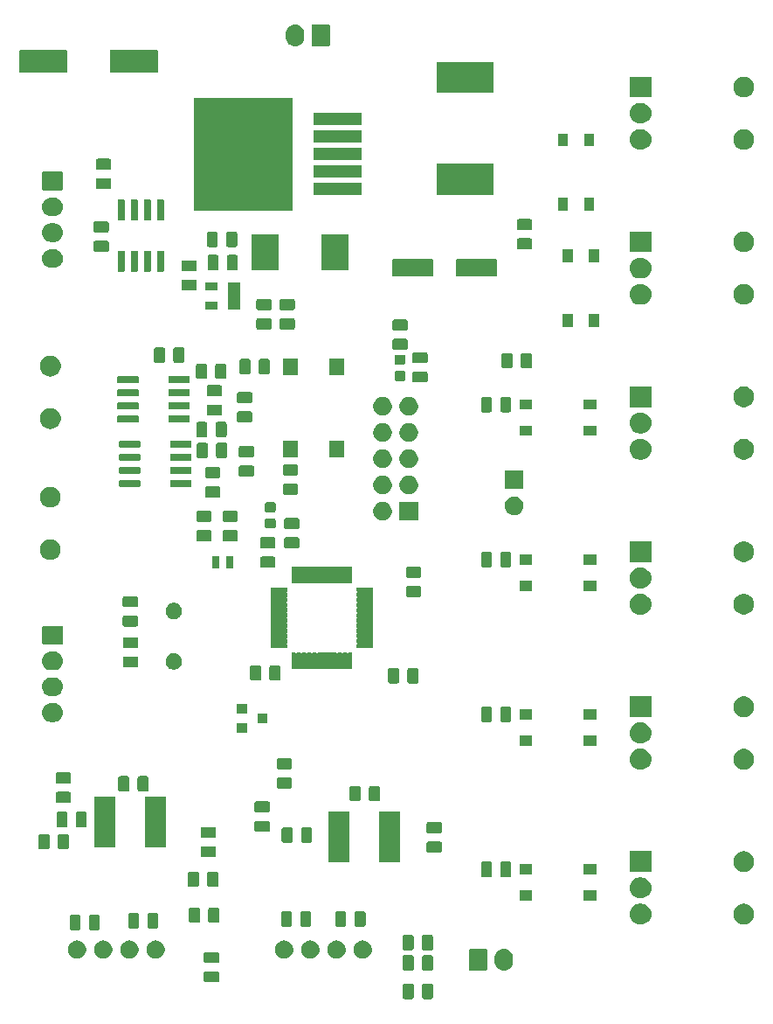
<source format=gbr>
G04 #@! TF.GenerationSoftware,KiCad,Pcbnew,(5.1.5)-3*
G04 #@! TF.CreationDate,2020-02-13T10:26:56+01:00*
G04 #@! TF.ProjectId,Studienarbeit,53747564-6965-46e6-9172-626569742e6b,rev?*
G04 #@! TF.SameCoordinates,Original*
G04 #@! TF.FileFunction,Soldermask,Top*
G04 #@! TF.FilePolarity,Negative*
%FSLAX46Y46*%
G04 Gerber Fmt 4.6, Leading zero omitted, Abs format (unit mm)*
G04 Created by KiCad (PCBNEW (5.1.5)-3) date 2020-02-13 10:26:56*
%MOMM*%
%LPD*%
G04 APERTURE LIST*
%ADD10C,0.100000*%
G04 APERTURE END LIST*
D10*
G36*
X192729468Y-130313565D02*
G01*
X192768138Y-130325296D01*
X192803777Y-130344346D01*
X192835017Y-130369983D01*
X192860654Y-130401223D01*
X192879704Y-130436862D01*
X192891435Y-130475532D01*
X192896000Y-130521888D01*
X192896000Y-131598112D01*
X192891435Y-131644468D01*
X192879704Y-131683138D01*
X192860654Y-131718777D01*
X192835017Y-131750017D01*
X192803777Y-131775654D01*
X192768138Y-131794704D01*
X192729468Y-131806435D01*
X192683112Y-131811000D01*
X192031888Y-131811000D01*
X191985532Y-131806435D01*
X191946862Y-131794704D01*
X191911223Y-131775654D01*
X191879983Y-131750017D01*
X191854346Y-131718777D01*
X191835296Y-131683138D01*
X191823565Y-131644468D01*
X191819000Y-131598112D01*
X191819000Y-130521888D01*
X191823565Y-130475532D01*
X191835296Y-130436862D01*
X191854346Y-130401223D01*
X191879983Y-130369983D01*
X191911223Y-130344346D01*
X191946862Y-130325296D01*
X191985532Y-130313565D01*
X192031888Y-130309000D01*
X192683112Y-130309000D01*
X192729468Y-130313565D01*
G37*
G36*
X190854468Y-130313565D02*
G01*
X190893138Y-130325296D01*
X190928777Y-130344346D01*
X190960017Y-130369983D01*
X190985654Y-130401223D01*
X191004704Y-130436862D01*
X191016435Y-130475532D01*
X191021000Y-130521888D01*
X191021000Y-131598112D01*
X191016435Y-131644468D01*
X191004704Y-131683138D01*
X190985654Y-131718777D01*
X190960017Y-131750017D01*
X190928777Y-131775654D01*
X190893138Y-131794704D01*
X190854468Y-131806435D01*
X190808112Y-131811000D01*
X190156888Y-131811000D01*
X190110532Y-131806435D01*
X190071862Y-131794704D01*
X190036223Y-131775654D01*
X190004983Y-131750017D01*
X189979346Y-131718777D01*
X189960296Y-131683138D01*
X189948565Y-131644468D01*
X189944000Y-131598112D01*
X189944000Y-130521888D01*
X189948565Y-130475532D01*
X189960296Y-130436862D01*
X189979346Y-130401223D01*
X190004983Y-130369983D01*
X190036223Y-130344346D01*
X190071862Y-130325296D01*
X190110532Y-130313565D01*
X190156888Y-130309000D01*
X190808112Y-130309000D01*
X190854468Y-130313565D01*
G37*
G36*
X171999469Y-129118564D02*
G01*
X172038139Y-129130295D01*
X172073778Y-129149345D01*
X172105018Y-129174982D01*
X172130655Y-129206222D01*
X172149705Y-129241861D01*
X172161436Y-129280531D01*
X172166001Y-129326887D01*
X172166001Y-129978111D01*
X172161436Y-130024467D01*
X172149705Y-130063137D01*
X172130655Y-130098776D01*
X172105018Y-130130016D01*
X172073778Y-130155653D01*
X172038139Y-130174703D01*
X171999469Y-130186434D01*
X171953113Y-130190999D01*
X170876889Y-130190999D01*
X170830533Y-130186434D01*
X170791863Y-130174703D01*
X170756224Y-130155653D01*
X170724984Y-130130016D01*
X170699347Y-130098776D01*
X170680297Y-130063137D01*
X170668566Y-130024467D01*
X170664001Y-129978111D01*
X170664001Y-129326887D01*
X170668566Y-129280531D01*
X170680297Y-129241861D01*
X170699347Y-129206222D01*
X170724984Y-129174982D01*
X170756224Y-129149345D01*
X170791863Y-129130295D01*
X170830533Y-129118564D01*
X170876889Y-129113999D01*
X171953113Y-129113999D01*
X171999469Y-129118564D01*
G37*
G36*
X199926626Y-126962037D02*
G01*
X200096465Y-127013557D01*
X200096467Y-127013558D01*
X200252989Y-127097221D01*
X200390186Y-127209814D01*
X200464184Y-127299982D01*
X200502778Y-127347009D01*
X200586443Y-127503534D01*
X200637963Y-127673373D01*
X200642084Y-127715212D01*
X200647059Y-127765722D01*
X200651000Y-127805742D01*
X200651000Y-128194257D01*
X200637963Y-128326626D01*
X200586443Y-128496466D01*
X200502778Y-128652991D01*
X200473448Y-128688729D01*
X200390186Y-128790186D01*
X200295250Y-128868097D01*
X200252991Y-128902778D01*
X200096466Y-128986443D01*
X199926627Y-129037963D01*
X199750000Y-129055359D01*
X199573374Y-129037963D01*
X199403535Y-128986443D01*
X199247010Y-128902778D01*
X199109815Y-128790185D01*
X198997222Y-128652991D01*
X198913557Y-128496466D01*
X198862037Y-128326627D01*
X198851907Y-128223776D01*
X198849000Y-128194260D01*
X198849000Y-127805741D01*
X198861304Y-127680821D01*
X198862037Y-127673374D01*
X198913557Y-127503535D01*
X198939114Y-127455721D01*
X198997221Y-127347011D01*
X199109814Y-127209814D01*
X199211271Y-127126552D01*
X199247009Y-127097222D01*
X199403534Y-127013557D01*
X199573373Y-126962037D01*
X199750000Y-126944641D01*
X199926626Y-126962037D01*
G37*
G36*
X190854468Y-127553565D02*
G01*
X190893138Y-127565296D01*
X190928777Y-127584346D01*
X190960017Y-127609983D01*
X190985654Y-127641223D01*
X191004704Y-127676862D01*
X191016435Y-127715532D01*
X191021000Y-127761888D01*
X191021000Y-128838112D01*
X191016435Y-128884468D01*
X191004704Y-128923138D01*
X190985654Y-128958777D01*
X190960017Y-128990017D01*
X190928777Y-129015654D01*
X190893138Y-129034704D01*
X190854468Y-129046435D01*
X190808112Y-129051000D01*
X190156888Y-129051000D01*
X190110532Y-129046435D01*
X190071862Y-129034704D01*
X190036223Y-129015654D01*
X190004983Y-128990017D01*
X189979346Y-128958777D01*
X189960296Y-128923138D01*
X189948565Y-128884468D01*
X189944000Y-128838112D01*
X189944000Y-127761888D01*
X189948565Y-127715532D01*
X189960296Y-127676862D01*
X189979346Y-127641223D01*
X190004983Y-127609983D01*
X190036223Y-127584346D01*
X190071862Y-127565296D01*
X190110532Y-127553565D01*
X190156888Y-127549000D01*
X190808112Y-127549000D01*
X190854468Y-127553565D01*
G37*
G36*
X198008600Y-126952989D02*
G01*
X198041652Y-126963015D01*
X198072103Y-126979292D01*
X198098799Y-127001201D01*
X198120708Y-127027897D01*
X198136985Y-127058348D01*
X198147011Y-127091400D01*
X198151000Y-127131903D01*
X198151000Y-128868097D01*
X198147011Y-128908600D01*
X198136985Y-128941652D01*
X198120708Y-128972103D01*
X198098799Y-128998799D01*
X198072103Y-129020708D01*
X198041652Y-129036985D01*
X198008600Y-129047011D01*
X197968097Y-129051000D01*
X196531903Y-129051000D01*
X196491400Y-129047011D01*
X196458348Y-129036985D01*
X196427897Y-129020708D01*
X196401201Y-128998799D01*
X196379292Y-128972103D01*
X196363015Y-128941652D01*
X196352989Y-128908600D01*
X196349000Y-128868097D01*
X196349000Y-127131903D01*
X196352989Y-127091400D01*
X196363015Y-127058348D01*
X196379292Y-127027897D01*
X196401201Y-127001201D01*
X196427897Y-126979292D01*
X196458348Y-126963015D01*
X196491400Y-126952989D01*
X196531903Y-126949000D01*
X197968097Y-126949000D01*
X198008600Y-126952989D01*
G37*
G36*
X192729468Y-127553565D02*
G01*
X192768138Y-127565296D01*
X192803777Y-127584346D01*
X192835017Y-127609983D01*
X192860654Y-127641223D01*
X192879704Y-127676862D01*
X192891435Y-127715532D01*
X192896000Y-127761888D01*
X192896000Y-128838112D01*
X192891435Y-128884468D01*
X192879704Y-128923138D01*
X192860654Y-128958777D01*
X192835017Y-128990017D01*
X192803777Y-129015654D01*
X192768138Y-129034704D01*
X192729468Y-129046435D01*
X192683112Y-129051000D01*
X192031888Y-129051000D01*
X191985532Y-129046435D01*
X191946862Y-129034704D01*
X191911223Y-129015654D01*
X191879983Y-128990017D01*
X191854346Y-128958777D01*
X191835296Y-128923138D01*
X191823565Y-128884468D01*
X191819000Y-128838112D01*
X191819000Y-127761888D01*
X191823565Y-127715532D01*
X191835296Y-127676862D01*
X191854346Y-127641223D01*
X191879983Y-127609983D01*
X191911223Y-127584346D01*
X191946862Y-127565296D01*
X191985532Y-127553565D01*
X192031888Y-127549000D01*
X192683112Y-127549000D01*
X192729468Y-127553565D01*
G37*
G36*
X171999469Y-127243564D02*
G01*
X172038139Y-127255295D01*
X172073778Y-127274345D01*
X172105018Y-127299982D01*
X172130655Y-127331222D01*
X172149705Y-127366861D01*
X172161436Y-127405531D01*
X172166001Y-127451887D01*
X172166001Y-128103111D01*
X172161436Y-128149467D01*
X172149705Y-128188137D01*
X172130655Y-128223776D01*
X172105018Y-128255016D01*
X172073778Y-128280653D01*
X172038139Y-128299703D01*
X171999469Y-128311434D01*
X171953113Y-128315999D01*
X170876889Y-128315999D01*
X170830533Y-128311434D01*
X170791863Y-128299703D01*
X170756224Y-128280653D01*
X170724984Y-128255016D01*
X170699347Y-128223776D01*
X170680297Y-128188137D01*
X170668566Y-128149467D01*
X170664001Y-128103111D01*
X170664001Y-127451887D01*
X170668566Y-127405531D01*
X170680297Y-127366861D01*
X170699347Y-127331222D01*
X170724984Y-127299982D01*
X170756224Y-127274345D01*
X170791863Y-127255295D01*
X170830533Y-127243564D01*
X170876889Y-127238999D01*
X171953113Y-127238999D01*
X171999469Y-127243564D01*
G37*
G36*
X158550997Y-126140340D02*
G01*
X158635666Y-126157182D01*
X158701738Y-126184550D01*
X158795177Y-126223254D01*
X158938736Y-126319177D01*
X159060822Y-126441263D01*
X159156745Y-126584822D01*
X159222817Y-126744334D01*
X159256500Y-126913670D01*
X159256500Y-127086328D01*
X159241388Y-127162301D01*
X159222891Y-127255295D01*
X159222817Y-127255664D01*
X159156745Y-127415176D01*
X159060822Y-127558735D01*
X158938736Y-127680821D01*
X158795177Y-127776744D01*
X158725167Y-127805743D01*
X158635666Y-127842816D01*
X158550997Y-127859658D01*
X158466329Y-127876499D01*
X158293671Y-127876499D01*
X158209003Y-127859658D01*
X158124334Y-127842816D01*
X158034833Y-127805743D01*
X157964823Y-127776744D01*
X157821264Y-127680821D01*
X157699178Y-127558735D01*
X157603255Y-127415176D01*
X157537183Y-127255664D01*
X157537110Y-127255295D01*
X157518612Y-127162301D01*
X157503500Y-127086328D01*
X157503500Y-126913670D01*
X157537183Y-126744334D01*
X157603255Y-126584822D01*
X157699178Y-126441263D01*
X157821264Y-126319177D01*
X157964823Y-126223254D01*
X158058262Y-126184550D01*
X158124334Y-126157182D01*
X158209003Y-126140340D01*
X158293671Y-126123499D01*
X158466329Y-126123499D01*
X158550997Y-126140340D01*
G37*
G36*
X186250997Y-126140340D02*
G01*
X186335666Y-126157182D01*
X186401738Y-126184550D01*
X186495177Y-126223254D01*
X186638736Y-126319177D01*
X186760822Y-126441263D01*
X186856745Y-126584822D01*
X186922817Y-126744334D01*
X186956500Y-126913670D01*
X186956500Y-127086328D01*
X186941388Y-127162301D01*
X186922891Y-127255295D01*
X186922817Y-127255664D01*
X186856745Y-127415176D01*
X186760822Y-127558735D01*
X186638736Y-127680821D01*
X186495177Y-127776744D01*
X186425167Y-127805743D01*
X186335666Y-127842816D01*
X186250997Y-127859658D01*
X186166329Y-127876499D01*
X185993671Y-127876499D01*
X185909003Y-127859658D01*
X185824334Y-127842816D01*
X185734833Y-127805743D01*
X185664823Y-127776744D01*
X185521264Y-127680821D01*
X185399178Y-127558735D01*
X185303255Y-127415176D01*
X185237183Y-127255664D01*
X185237110Y-127255295D01*
X185218612Y-127162301D01*
X185203500Y-127086328D01*
X185203500Y-126913670D01*
X185237183Y-126744334D01*
X185303255Y-126584822D01*
X185399178Y-126441263D01*
X185521264Y-126319177D01*
X185664823Y-126223254D01*
X185758262Y-126184550D01*
X185824334Y-126157182D01*
X185909003Y-126140340D01*
X185993671Y-126123499D01*
X186166329Y-126123499D01*
X186250997Y-126140340D01*
G37*
G36*
X161090997Y-126140340D02*
G01*
X161175666Y-126157182D01*
X161241738Y-126184550D01*
X161335177Y-126223254D01*
X161478736Y-126319177D01*
X161600822Y-126441263D01*
X161696745Y-126584822D01*
X161762817Y-126744334D01*
X161796500Y-126913670D01*
X161796500Y-127086328D01*
X161781388Y-127162301D01*
X161762891Y-127255295D01*
X161762817Y-127255664D01*
X161696745Y-127415176D01*
X161600822Y-127558735D01*
X161478736Y-127680821D01*
X161335177Y-127776744D01*
X161265167Y-127805743D01*
X161175666Y-127842816D01*
X161090997Y-127859658D01*
X161006329Y-127876499D01*
X160833671Y-127876499D01*
X160749003Y-127859658D01*
X160664334Y-127842816D01*
X160574833Y-127805743D01*
X160504823Y-127776744D01*
X160361264Y-127680821D01*
X160239178Y-127558735D01*
X160143255Y-127415176D01*
X160077183Y-127255664D01*
X160077110Y-127255295D01*
X160058612Y-127162301D01*
X160043500Y-127086328D01*
X160043500Y-126913670D01*
X160077183Y-126744334D01*
X160143255Y-126584822D01*
X160239178Y-126441263D01*
X160361264Y-126319177D01*
X160504823Y-126223254D01*
X160598262Y-126184550D01*
X160664334Y-126157182D01*
X160749003Y-126140340D01*
X160833671Y-126123499D01*
X161006329Y-126123499D01*
X161090997Y-126140340D01*
G37*
G36*
X163630997Y-126140340D02*
G01*
X163715666Y-126157182D01*
X163781738Y-126184550D01*
X163875177Y-126223254D01*
X164018736Y-126319177D01*
X164140822Y-126441263D01*
X164236745Y-126584822D01*
X164302817Y-126744334D01*
X164336500Y-126913670D01*
X164336500Y-127086328D01*
X164321388Y-127162301D01*
X164302891Y-127255295D01*
X164302817Y-127255664D01*
X164236745Y-127415176D01*
X164140822Y-127558735D01*
X164018736Y-127680821D01*
X163875177Y-127776744D01*
X163805167Y-127805743D01*
X163715666Y-127842816D01*
X163630997Y-127859658D01*
X163546329Y-127876499D01*
X163373671Y-127876499D01*
X163289003Y-127859658D01*
X163204334Y-127842816D01*
X163114833Y-127805743D01*
X163044823Y-127776744D01*
X162901264Y-127680821D01*
X162779178Y-127558735D01*
X162683255Y-127415176D01*
X162617183Y-127255664D01*
X162617110Y-127255295D01*
X162598612Y-127162301D01*
X162583500Y-127086328D01*
X162583500Y-126913670D01*
X162617183Y-126744334D01*
X162683255Y-126584822D01*
X162779178Y-126441263D01*
X162901264Y-126319177D01*
X163044823Y-126223254D01*
X163138262Y-126184550D01*
X163204334Y-126157182D01*
X163289003Y-126140340D01*
X163373671Y-126123499D01*
X163546329Y-126123499D01*
X163630997Y-126140340D01*
G37*
G36*
X166170997Y-126140340D02*
G01*
X166255666Y-126157182D01*
X166321738Y-126184550D01*
X166415177Y-126223254D01*
X166558736Y-126319177D01*
X166680822Y-126441263D01*
X166776745Y-126584822D01*
X166842817Y-126744334D01*
X166876500Y-126913670D01*
X166876500Y-127086328D01*
X166861388Y-127162301D01*
X166842891Y-127255295D01*
X166842817Y-127255664D01*
X166776745Y-127415176D01*
X166680822Y-127558735D01*
X166558736Y-127680821D01*
X166415177Y-127776744D01*
X166345167Y-127805743D01*
X166255666Y-127842816D01*
X166170997Y-127859658D01*
X166086329Y-127876499D01*
X165913671Y-127876499D01*
X165829003Y-127859658D01*
X165744334Y-127842816D01*
X165654833Y-127805743D01*
X165584823Y-127776744D01*
X165441264Y-127680821D01*
X165319178Y-127558735D01*
X165223255Y-127415176D01*
X165157183Y-127255664D01*
X165157110Y-127255295D01*
X165138612Y-127162301D01*
X165123500Y-127086328D01*
X165123500Y-126913670D01*
X165157183Y-126744334D01*
X165223255Y-126584822D01*
X165319178Y-126441263D01*
X165441264Y-126319177D01*
X165584823Y-126223254D01*
X165678262Y-126184550D01*
X165744334Y-126157182D01*
X165829003Y-126140340D01*
X165913671Y-126123499D01*
X166086329Y-126123499D01*
X166170997Y-126140340D01*
G37*
G36*
X183710997Y-126140340D02*
G01*
X183795666Y-126157182D01*
X183861738Y-126184550D01*
X183955177Y-126223254D01*
X184098736Y-126319177D01*
X184220822Y-126441263D01*
X184316745Y-126584822D01*
X184382817Y-126744334D01*
X184416500Y-126913670D01*
X184416500Y-127086328D01*
X184401388Y-127162301D01*
X184382891Y-127255295D01*
X184382817Y-127255664D01*
X184316745Y-127415176D01*
X184220822Y-127558735D01*
X184098736Y-127680821D01*
X183955177Y-127776744D01*
X183885167Y-127805743D01*
X183795666Y-127842816D01*
X183710997Y-127859658D01*
X183626329Y-127876499D01*
X183453671Y-127876499D01*
X183369003Y-127859658D01*
X183284334Y-127842816D01*
X183194833Y-127805743D01*
X183124823Y-127776744D01*
X182981264Y-127680821D01*
X182859178Y-127558735D01*
X182763255Y-127415176D01*
X182697183Y-127255664D01*
X182697110Y-127255295D01*
X182678612Y-127162301D01*
X182663500Y-127086328D01*
X182663500Y-126913670D01*
X182697183Y-126744334D01*
X182763255Y-126584822D01*
X182859178Y-126441263D01*
X182981264Y-126319177D01*
X183124823Y-126223254D01*
X183218262Y-126184550D01*
X183284334Y-126157182D01*
X183369003Y-126140340D01*
X183453671Y-126123499D01*
X183626329Y-126123499D01*
X183710997Y-126140340D01*
G37*
G36*
X181170997Y-126140340D02*
G01*
X181255666Y-126157182D01*
X181321738Y-126184550D01*
X181415177Y-126223254D01*
X181558736Y-126319177D01*
X181680822Y-126441263D01*
X181776745Y-126584822D01*
X181842817Y-126744334D01*
X181876500Y-126913670D01*
X181876500Y-127086328D01*
X181861388Y-127162301D01*
X181842891Y-127255295D01*
X181842817Y-127255664D01*
X181776745Y-127415176D01*
X181680822Y-127558735D01*
X181558736Y-127680821D01*
X181415177Y-127776744D01*
X181345167Y-127805743D01*
X181255666Y-127842816D01*
X181170997Y-127859658D01*
X181086329Y-127876499D01*
X180913671Y-127876499D01*
X180829003Y-127859658D01*
X180744334Y-127842816D01*
X180654833Y-127805743D01*
X180584823Y-127776744D01*
X180441264Y-127680821D01*
X180319178Y-127558735D01*
X180223255Y-127415176D01*
X180157183Y-127255664D01*
X180157110Y-127255295D01*
X180138612Y-127162301D01*
X180123500Y-127086328D01*
X180123500Y-126913670D01*
X180157183Y-126744334D01*
X180223255Y-126584822D01*
X180319178Y-126441263D01*
X180441264Y-126319177D01*
X180584823Y-126223254D01*
X180678262Y-126184550D01*
X180744334Y-126157182D01*
X180829003Y-126140340D01*
X180913671Y-126123499D01*
X181086329Y-126123499D01*
X181170997Y-126140340D01*
G37*
G36*
X178630997Y-126140340D02*
G01*
X178715666Y-126157182D01*
X178781738Y-126184550D01*
X178875177Y-126223254D01*
X179018736Y-126319177D01*
X179140822Y-126441263D01*
X179236745Y-126584822D01*
X179302817Y-126744334D01*
X179336500Y-126913670D01*
X179336500Y-127086328D01*
X179321388Y-127162301D01*
X179302891Y-127255295D01*
X179302817Y-127255664D01*
X179236745Y-127415176D01*
X179140822Y-127558735D01*
X179018736Y-127680821D01*
X178875177Y-127776744D01*
X178805167Y-127805743D01*
X178715666Y-127842816D01*
X178630997Y-127859658D01*
X178546329Y-127876499D01*
X178373671Y-127876499D01*
X178289003Y-127859658D01*
X178204334Y-127842816D01*
X178114833Y-127805743D01*
X178044823Y-127776744D01*
X177901264Y-127680821D01*
X177779178Y-127558735D01*
X177683255Y-127415176D01*
X177617183Y-127255664D01*
X177617110Y-127255295D01*
X177598612Y-127162301D01*
X177583500Y-127086328D01*
X177583500Y-126913670D01*
X177617183Y-126744334D01*
X177683255Y-126584822D01*
X177779178Y-126441263D01*
X177901264Y-126319177D01*
X178044823Y-126223254D01*
X178138262Y-126184550D01*
X178204334Y-126157182D01*
X178289003Y-126140340D01*
X178373671Y-126123499D01*
X178546329Y-126123499D01*
X178630997Y-126140340D01*
G37*
G36*
X192719468Y-125593565D02*
G01*
X192758138Y-125605296D01*
X192793777Y-125624346D01*
X192825017Y-125649983D01*
X192850654Y-125681223D01*
X192869704Y-125716862D01*
X192881435Y-125755532D01*
X192886000Y-125801888D01*
X192886000Y-126878112D01*
X192881435Y-126924468D01*
X192869704Y-126963138D01*
X192850654Y-126998777D01*
X192825017Y-127030017D01*
X192793777Y-127055654D01*
X192758138Y-127074704D01*
X192719468Y-127086435D01*
X192673112Y-127091000D01*
X192021888Y-127091000D01*
X191975532Y-127086435D01*
X191936862Y-127074704D01*
X191901223Y-127055654D01*
X191869983Y-127030017D01*
X191844346Y-126998777D01*
X191825296Y-126963138D01*
X191813565Y-126924468D01*
X191809000Y-126878112D01*
X191809000Y-125801888D01*
X191813565Y-125755532D01*
X191825296Y-125716862D01*
X191844346Y-125681223D01*
X191869983Y-125649983D01*
X191901223Y-125624346D01*
X191936862Y-125605296D01*
X191975532Y-125593565D01*
X192021888Y-125589000D01*
X192673112Y-125589000D01*
X192719468Y-125593565D01*
G37*
G36*
X190844468Y-125593565D02*
G01*
X190883138Y-125605296D01*
X190918777Y-125624346D01*
X190950017Y-125649983D01*
X190975654Y-125681223D01*
X190994704Y-125716862D01*
X191006435Y-125755532D01*
X191011000Y-125801888D01*
X191011000Y-126878112D01*
X191006435Y-126924468D01*
X190994704Y-126963138D01*
X190975654Y-126998777D01*
X190950017Y-127030017D01*
X190918777Y-127055654D01*
X190883138Y-127074704D01*
X190844468Y-127086435D01*
X190798112Y-127091000D01*
X190146888Y-127091000D01*
X190100532Y-127086435D01*
X190061862Y-127074704D01*
X190026223Y-127055654D01*
X189994983Y-127030017D01*
X189969346Y-126998777D01*
X189950296Y-126963138D01*
X189938565Y-126924468D01*
X189934000Y-126878112D01*
X189934000Y-125801888D01*
X189938565Y-125755532D01*
X189950296Y-125716862D01*
X189969346Y-125681223D01*
X189994983Y-125649983D01*
X190026223Y-125624346D01*
X190061862Y-125605296D01*
X190100532Y-125593565D01*
X190146888Y-125589000D01*
X190798112Y-125589000D01*
X190844468Y-125593565D01*
G37*
G36*
X160441968Y-123643565D02*
G01*
X160480638Y-123655296D01*
X160516277Y-123674346D01*
X160547517Y-123699983D01*
X160573154Y-123731223D01*
X160592204Y-123766862D01*
X160603935Y-123805532D01*
X160608500Y-123851888D01*
X160608500Y-124928112D01*
X160603935Y-124974468D01*
X160592204Y-125013138D01*
X160573154Y-125048777D01*
X160547517Y-125080017D01*
X160516277Y-125105654D01*
X160480638Y-125124704D01*
X160441968Y-125136435D01*
X160395612Y-125141000D01*
X159744388Y-125141000D01*
X159698032Y-125136435D01*
X159659362Y-125124704D01*
X159623723Y-125105654D01*
X159592483Y-125080017D01*
X159566846Y-125048777D01*
X159547796Y-125013138D01*
X159536065Y-124974468D01*
X159531500Y-124928112D01*
X159531500Y-123851888D01*
X159536065Y-123805532D01*
X159547796Y-123766862D01*
X159566846Y-123731223D01*
X159592483Y-123699983D01*
X159623723Y-123674346D01*
X159659362Y-123655296D01*
X159698032Y-123643565D01*
X159744388Y-123639000D01*
X160395612Y-123639000D01*
X160441968Y-123643565D01*
G37*
G36*
X158566968Y-123643565D02*
G01*
X158605638Y-123655296D01*
X158641277Y-123674346D01*
X158672517Y-123699983D01*
X158698154Y-123731223D01*
X158717204Y-123766862D01*
X158728935Y-123805532D01*
X158733500Y-123851888D01*
X158733500Y-124928112D01*
X158728935Y-124974468D01*
X158717204Y-125013138D01*
X158698154Y-125048777D01*
X158672517Y-125080017D01*
X158641277Y-125105654D01*
X158605638Y-125124704D01*
X158566968Y-125136435D01*
X158520612Y-125141000D01*
X157869388Y-125141000D01*
X157823032Y-125136435D01*
X157784362Y-125124704D01*
X157748723Y-125105654D01*
X157717483Y-125080017D01*
X157691846Y-125048777D01*
X157672796Y-125013138D01*
X157661065Y-124974468D01*
X157656500Y-124928112D01*
X157656500Y-123851888D01*
X157661065Y-123805532D01*
X157672796Y-123766862D01*
X157691846Y-123731223D01*
X157717483Y-123699983D01*
X157748723Y-123674346D01*
X157784362Y-123655296D01*
X157823032Y-123643565D01*
X157869388Y-123639000D01*
X158520612Y-123639000D01*
X158566968Y-123643565D01*
G37*
G36*
X164234468Y-123463565D02*
G01*
X164273138Y-123475296D01*
X164308777Y-123494346D01*
X164340017Y-123519983D01*
X164365654Y-123551223D01*
X164384704Y-123586862D01*
X164396435Y-123625532D01*
X164401000Y-123671888D01*
X164401000Y-124748112D01*
X164396435Y-124794468D01*
X164384704Y-124833138D01*
X164365654Y-124868777D01*
X164340017Y-124900017D01*
X164308777Y-124925654D01*
X164273138Y-124944704D01*
X164234468Y-124956435D01*
X164188112Y-124961000D01*
X163536888Y-124961000D01*
X163490532Y-124956435D01*
X163451862Y-124944704D01*
X163416223Y-124925654D01*
X163384983Y-124900017D01*
X163359346Y-124868777D01*
X163340296Y-124833138D01*
X163328565Y-124794468D01*
X163324000Y-124748112D01*
X163324000Y-123671888D01*
X163328565Y-123625532D01*
X163340296Y-123586862D01*
X163359346Y-123551223D01*
X163384983Y-123519983D01*
X163416223Y-123494346D01*
X163451862Y-123475296D01*
X163490532Y-123463565D01*
X163536888Y-123459000D01*
X164188112Y-123459000D01*
X164234468Y-123463565D01*
G37*
G36*
X166109468Y-123463565D02*
G01*
X166148138Y-123475296D01*
X166183777Y-123494346D01*
X166215017Y-123519983D01*
X166240654Y-123551223D01*
X166259704Y-123586862D01*
X166271435Y-123625532D01*
X166276000Y-123671888D01*
X166276000Y-124748112D01*
X166271435Y-124794468D01*
X166259704Y-124833138D01*
X166240654Y-124868777D01*
X166215017Y-124900017D01*
X166183777Y-124925654D01*
X166148138Y-124944704D01*
X166109468Y-124956435D01*
X166063112Y-124961000D01*
X165411888Y-124961000D01*
X165365532Y-124956435D01*
X165326862Y-124944704D01*
X165291223Y-124925654D01*
X165259983Y-124900017D01*
X165234346Y-124868777D01*
X165215296Y-124833138D01*
X165203565Y-124794468D01*
X165199000Y-124748112D01*
X165199000Y-123671888D01*
X165203565Y-123625532D01*
X165215296Y-123586862D01*
X165234346Y-123551223D01*
X165259983Y-123519983D01*
X165291223Y-123494346D01*
X165326862Y-123475296D01*
X165365532Y-123463565D01*
X165411888Y-123459000D01*
X166063112Y-123459000D01*
X166109468Y-123463565D01*
G37*
G36*
X186186968Y-123293565D02*
G01*
X186225638Y-123305296D01*
X186261277Y-123324346D01*
X186292517Y-123349983D01*
X186318154Y-123381223D01*
X186337204Y-123416862D01*
X186348935Y-123455532D01*
X186353500Y-123501888D01*
X186353500Y-124578112D01*
X186348935Y-124624468D01*
X186337204Y-124663138D01*
X186318154Y-124698777D01*
X186292517Y-124730017D01*
X186261277Y-124755654D01*
X186225638Y-124774704D01*
X186186968Y-124786435D01*
X186140612Y-124791000D01*
X185489388Y-124791000D01*
X185443032Y-124786435D01*
X185404362Y-124774704D01*
X185368723Y-124755654D01*
X185337483Y-124730017D01*
X185311846Y-124698777D01*
X185292796Y-124663138D01*
X185281065Y-124624468D01*
X185276500Y-124578112D01*
X185276500Y-123501888D01*
X185281065Y-123455532D01*
X185292796Y-123416862D01*
X185311846Y-123381223D01*
X185337483Y-123349983D01*
X185368723Y-123324346D01*
X185404362Y-123305296D01*
X185443032Y-123293565D01*
X185489388Y-123289000D01*
X186140612Y-123289000D01*
X186186968Y-123293565D01*
G37*
G36*
X179046968Y-123293565D02*
G01*
X179085638Y-123305296D01*
X179121277Y-123324346D01*
X179152517Y-123349983D01*
X179178154Y-123381223D01*
X179197204Y-123416862D01*
X179208935Y-123455532D01*
X179213500Y-123501888D01*
X179213500Y-124578112D01*
X179208935Y-124624468D01*
X179197204Y-124663138D01*
X179178154Y-124698777D01*
X179152517Y-124730017D01*
X179121277Y-124755654D01*
X179085638Y-124774704D01*
X179046968Y-124786435D01*
X179000612Y-124791000D01*
X178349388Y-124791000D01*
X178303032Y-124786435D01*
X178264362Y-124774704D01*
X178228723Y-124755654D01*
X178197483Y-124730017D01*
X178171846Y-124698777D01*
X178152796Y-124663138D01*
X178141065Y-124624468D01*
X178136500Y-124578112D01*
X178136500Y-123501888D01*
X178141065Y-123455532D01*
X178152796Y-123416862D01*
X178171846Y-123381223D01*
X178197483Y-123349983D01*
X178228723Y-123324346D01*
X178264362Y-123305296D01*
X178303032Y-123293565D01*
X178349388Y-123289000D01*
X179000612Y-123289000D01*
X179046968Y-123293565D01*
G37*
G36*
X184311968Y-123293565D02*
G01*
X184350638Y-123305296D01*
X184386277Y-123324346D01*
X184417517Y-123349983D01*
X184443154Y-123381223D01*
X184462204Y-123416862D01*
X184473935Y-123455532D01*
X184478500Y-123501888D01*
X184478500Y-124578112D01*
X184473935Y-124624468D01*
X184462204Y-124663138D01*
X184443154Y-124698777D01*
X184417517Y-124730017D01*
X184386277Y-124755654D01*
X184350638Y-124774704D01*
X184311968Y-124786435D01*
X184265612Y-124791000D01*
X183614388Y-124791000D01*
X183568032Y-124786435D01*
X183529362Y-124774704D01*
X183493723Y-124755654D01*
X183462483Y-124730017D01*
X183436846Y-124698777D01*
X183417796Y-124663138D01*
X183406065Y-124624468D01*
X183401500Y-124578112D01*
X183401500Y-123501888D01*
X183406065Y-123455532D01*
X183417796Y-123416862D01*
X183436846Y-123381223D01*
X183462483Y-123349983D01*
X183493723Y-123324346D01*
X183529362Y-123305296D01*
X183568032Y-123293565D01*
X183614388Y-123289000D01*
X184265612Y-123289000D01*
X184311968Y-123293565D01*
G37*
G36*
X180921968Y-123293565D02*
G01*
X180960638Y-123305296D01*
X180996277Y-123324346D01*
X181027517Y-123349983D01*
X181053154Y-123381223D01*
X181072204Y-123416862D01*
X181083935Y-123455532D01*
X181088500Y-123501888D01*
X181088500Y-124578112D01*
X181083935Y-124624468D01*
X181072204Y-124663138D01*
X181053154Y-124698777D01*
X181027517Y-124730017D01*
X180996277Y-124755654D01*
X180960638Y-124774704D01*
X180921968Y-124786435D01*
X180875612Y-124791000D01*
X180224388Y-124791000D01*
X180178032Y-124786435D01*
X180139362Y-124774704D01*
X180103723Y-124755654D01*
X180072483Y-124730017D01*
X180046846Y-124698777D01*
X180027796Y-124663138D01*
X180016065Y-124624468D01*
X180011500Y-124578112D01*
X180011500Y-123501888D01*
X180016065Y-123455532D01*
X180027796Y-123416862D01*
X180046846Y-123381223D01*
X180072483Y-123349983D01*
X180103723Y-123324346D01*
X180139362Y-123305296D01*
X180178032Y-123293565D01*
X180224388Y-123289000D01*
X180875612Y-123289000D01*
X180921968Y-123293565D01*
G37*
G36*
X223126425Y-122581988D02*
G01*
X223292710Y-122615063D01*
X223475336Y-122690709D01*
X223639694Y-122800530D01*
X223779470Y-122940306D01*
X223889291Y-123104664D01*
X223964937Y-123287290D01*
X224003500Y-123481164D01*
X224003500Y-123678836D01*
X223964937Y-123872710D01*
X223889291Y-124055336D01*
X223779470Y-124219694D01*
X223639694Y-124359470D01*
X223475336Y-124469291D01*
X223292710Y-124544937D01*
X223145199Y-124574278D01*
X223098837Y-124583500D01*
X222901163Y-124583500D01*
X222854801Y-124574278D01*
X222707290Y-124544937D01*
X222524664Y-124469291D01*
X222360306Y-124359470D01*
X222220530Y-124219694D01*
X222110709Y-124055336D01*
X222035063Y-123872710D01*
X221996500Y-123678836D01*
X221996500Y-123481164D01*
X222035063Y-123287290D01*
X222110709Y-123104664D01*
X222220530Y-122940306D01*
X222360306Y-122800530D01*
X222524664Y-122690709D01*
X222707290Y-122615063D01*
X222873575Y-122581988D01*
X222901163Y-122576500D01*
X223098837Y-122576500D01*
X223126425Y-122581988D01*
G37*
G36*
X213145936Y-122581340D02*
G01*
X213244220Y-122591020D01*
X213433381Y-122648401D01*
X213607712Y-122741583D01*
X213760515Y-122866985D01*
X213885917Y-123019788D01*
X213979099Y-123194119D01*
X214036480Y-123383280D01*
X214055855Y-123580000D01*
X214036480Y-123776720D01*
X213979099Y-123965881D01*
X213885917Y-124140212D01*
X213760515Y-124293015D01*
X213607712Y-124418417D01*
X213433381Y-124511599D01*
X213244220Y-124568980D01*
X213151500Y-124578112D01*
X213096795Y-124583500D01*
X212903205Y-124583500D01*
X212848500Y-124578112D01*
X212755780Y-124568980D01*
X212566619Y-124511599D01*
X212392288Y-124418417D01*
X212239485Y-124293015D01*
X212114083Y-124140212D01*
X212020901Y-123965881D01*
X211963520Y-123776720D01*
X211944145Y-123580000D01*
X211963520Y-123383280D01*
X212020901Y-123194119D01*
X212114083Y-123019788D01*
X212239485Y-122866985D01*
X212392288Y-122741583D01*
X212566619Y-122648401D01*
X212755780Y-122591020D01*
X212854064Y-122581340D01*
X212903205Y-122576500D01*
X213096795Y-122576500D01*
X213145936Y-122581340D01*
G37*
G36*
X172009468Y-122943565D02*
G01*
X172048138Y-122955296D01*
X172083777Y-122974346D01*
X172115017Y-122999983D01*
X172140654Y-123031223D01*
X172159704Y-123066862D01*
X172171435Y-123105532D01*
X172176000Y-123151888D01*
X172176000Y-124228112D01*
X172171435Y-124274468D01*
X172159704Y-124313138D01*
X172140654Y-124348777D01*
X172115017Y-124380017D01*
X172083777Y-124405654D01*
X172048138Y-124424704D01*
X172009468Y-124436435D01*
X171963112Y-124441000D01*
X171311888Y-124441000D01*
X171265532Y-124436435D01*
X171226862Y-124424704D01*
X171191223Y-124405654D01*
X171159983Y-124380017D01*
X171134346Y-124348777D01*
X171115296Y-124313138D01*
X171103565Y-124274468D01*
X171099000Y-124228112D01*
X171099000Y-123151888D01*
X171103565Y-123105532D01*
X171115296Y-123066862D01*
X171134346Y-123031223D01*
X171159983Y-122999983D01*
X171191223Y-122974346D01*
X171226862Y-122955296D01*
X171265532Y-122943565D01*
X171311888Y-122939000D01*
X171963112Y-122939000D01*
X172009468Y-122943565D01*
G37*
G36*
X170134468Y-122943565D02*
G01*
X170173138Y-122955296D01*
X170208777Y-122974346D01*
X170240017Y-122999983D01*
X170265654Y-123031223D01*
X170284704Y-123066862D01*
X170296435Y-123105532D01*
X170301000Y-123151888D01*
X170301000Y-124228112D01*
X170296435Y-124274468D01*
X170284704Y-124313138D01*
X170265654Y-124348777D01*
X170240017Y-124380017D01*
X170208777Y-124405654D01*
X170173138Y-124424704D01*
X170134468Y-124436435D01*
X170088112Y-124441000D01*
X169436888Y-124441000D01*
X169390532Y-124436435D01*
X169351862Y-124424704D01*
X169316223Y-124405654D01*
X169284983Y-124380017D01*
X169259346Y-124348777D01*
X169240296Y-124313138D01*
X169228565Y-124274468D01*
X169224000Y-124228112D01*
X169224000Y-123151888D01*
X169228565Y-123105532D01*
X169240296Y-123066862D01*
X169259346Y-123031223D01*
X169284983Y-122999983D01*
X169316223Y-122974346D01*
X169351862Y-122955296D01*
X169390532Y-122943565D01*
X169436888Y-122939000D01*
X170088112Y-122939000D01*
X170134468Y-122943565D01*
G37*
G36*
X202501000Y-122271000D02*
G01*
X201249000Y-122271000D01*
X201249000Y-121269000D01*
X202501000Y-121269000D01*
X202501000Y-122271000D01*
G37*
G36*
X208751000Y-122271000D02*
G01*
X207499000Y-122271000D01*
X207499000Y-121269000D01*
X208751000Y-121269000D01*
X208751000Y-122271000D01*
G37*
G36*
X213145936Y-120041340D02*
G01*
X213244220Y-120051020D01*
X213433381Y-120108401D01*
X213607712Y-120201583D01*
X213760515Y-120326985D01*
X213885917Y-120479788D01*
X213979099Y-120654119D01*
X214036480Y-120843280D01*
X214055855Y-121040000D01*
X214036480Y-121236720D01*
X213979099Y-121425881D01*
X213885917Y-121600212D01*
X213760515Y-121753015D01*
X213607712Y-121878417D01*
X213433381Y-121971599D01*
X213244220Y-122028980D01*
X213145936Y-122038660D01*
X213096795Y-122043500D01*
X212903205Y-122043500D01*
X212854064Y-122038660D01*
X212755780Y-122028980D01*
X212566619Y-121971599D01*
X212392288Y-121878417D01*
X212239485Y-121753015D01*
X212114083Y-121600212D01*
X212020901Y-121425881D01*
X211963520Y-121236720D01*
X211944145Y-121040000D01*
X211963520Y-120843280D01*
X212020901Y-120654119D01*
X212114083Y-120479788D01*
X212239485Y-120326985D01*
X212392288Y-120201583D01*
X212566619Y-120108401D01*
X212755780Y-120051020D01*
X212854064Y-120041340D01*
X212903205Y-120036500D01*
X213096795Y-120036500D01*
X213145936Y-120041340D01*
G37*
G36*
X171909468Y-119463565D02*
G01*
X171948138Y-119475296D01*
X171983777Y-119494346D01*
X172015017Y-119519983D01*
X172040654Y-119551223D01*
X172059704Y-119586862D01*
X172071435Y-119625532D01*
X172076000Y-119671888D01*
X172076000Y-120748112D01*
X172071435Y-120794468D01*
X172059704Y-120833138D01*
X172040654Y-120868777D01*
X172015017Y-120900017D01*
X171983777Y-120925654D01*
X171948138Y-120944704D01*
X171909468Y-120956435D01*
X171863112Y-120961000D01*
X171211888Y-120961000D01*
X171165532Y-120956435D01*
X171126862Y-120944704D01*
X171091223Y-120925654D01*
X171059983Y-120900017D01*
X171034346Y-120868777D01*
X171015296Y-120833138D01*
X171003565Y-120794468D01*
X170999000Y-120748112D01*
X170999000Y-119671888D01*
X171003565Y-119625532D01*
X171015296Y-119586862D01*
X171034346Y-119551223D01*
X171059983Y-119519983D01*
X171091223Y-119494346D01*
X171126862Y-119475296D01*
X171165532Y-119463565D01*
X171211888Y-119459000D01*
X171863112Y-119459000D01*
X171909468Y-119463565D01*
G37*
G36*
X170034468Y-119463565D02*
G01*
X170073138Y-119475296D01*
X170108777Y-119494346D01*
X170140017Y-119519983D01*
X170165654Y-119551223D01*
X170184704Y-119586862D01*
X170196435Y-119625532D01*
X170201000Y-119671888D01*
X170201000Y-120748112D01*
X170196435Y-120794468D01*
X170184704Y-120833138D01*
X170165654Y-120868777D01*
X170140017Y-120900017D01*
X170108777Y-120925654D01*
X170073138Y-120944704D01*
X170034468Y-120956435D01*
X169988112Y-120961000D01*
X169336888Y-120961000D01*
X169290532Y-120956435D01*
X169251862Y-120944704D01*
X169216223Y-120925654D01*
X169184983Y-120900017D01*
X169159346Y-120868777D01*
X169140296Y-120833138D01*
X169128565Y-120794468D01*
X169124000Y-120748112D01*
X169124000Y-119671888D01*
X169128565Y-119625532D01*
X169140296Y-119586862D01*
X169159346Y-119551223D01*
X169184983Y-119519983D01*
X169216223Y-119494346D01*
X169251862Y-119475296D01*
X169290532Y-119463565D01*
X169336888Y-119459000D01*
X169988112Y-119459000D01*
X170034468Y-119463565D01*
G37*
G36*
X200309468Y-118503565D02*
G01*
X200348138Y-118515296D01*
X200383777Y-118534346D01*
X200415017Y-118559983D01*
X200440654Y-118591223D01*
X200459704Y-118626862D01*
X200471435Y-118665532D01*
X200476000Y-118711888D01*
X200476000Y-119788112D01*
X200471435Y-119834468D01*
X200459704Y-119873138D01*
X200440654Y-119908777D01*
X200415017Y-119940017D01*
X200383777Y-119965654D01*
X200348138Y-119984704D01*
X200309468Y-119996435D01*
X200263112Y-120001000D01*
X199611888Y-120001000D01*
X199565532Y-119996435D01*
X199526862Y-119984704D01*
X199491223Y-119965654D01*
X199459983Y-119940017D01*
X199434346Y-119908777D01*
X199415296Y-119873138D01*
X199403565Y-119834468D01*
X199399000Y-119788112D01*
X199399000Y-118711888D01*
X199403565Y-118665532D01*
X199415296Y-118626862D01*
X199434346Y-118591223D01*
X199459983Y-118559983D01*
X199491223Y-118534346D01*
X199526862Y-118515296D01*
X199565532Y-118503565D01*
X199611888Y-118499000D01*
X200263112Y-118499000D01*
X200309468Y-118503565D01*
G37*
G36*
X198434468Y-118503565D02*
G01*
X198473138Y-118515296D01*
X198508777Y-118534346D01*
X198540017Y-118559983D01*
X198565654Y-118591223D01*
X198584704Y-118626862D01*
X198596435Y-118665532D01*
X198601000Y-118711888D01*
X198601000Y-119788112D01*
X198596435Y-119834468D01*
X198584704Y-119873138D01*
X198565654Y-119908777D01*
X198540017Y-119940017D01*
X198508777Y-119965654D01*
X198473138Y-119984704D01*
X198434468Y-119996435D01*
X198388112Y-120001000D01*
X197736888Y-120001000D01*
X197690532Y-119996435D01*
X197651862Y-119984704D01*
X197616223Y-119965654D01*
X197584983Y-119940017D01*
X197559346Y-119908777D01*
X197540296Y-119873138D01*
X197528565Y-119834468D01*
X197524000Y-119788112D01*
X197524000Y-118711888D01*
X197528565Y-118665532D01*
X197540296Y-118626862D01*
X197559346Y-118591223D01*
X197584983Y-118559983D01*
X197616223Y-118534346D01*
X197651862Y-118515296D01*
X197690532Y-118503565D01*
X197736888Y-118499000D01*
X198388112Y-118499000D01*
X198434468Y-118503565D01*
G37*
G36*
X202501000Y-119731000D02*
G01*
X201249000Y-119731000D01*
X201249000Y-118729000D01*
X202501000Y-118729000D01*
X202501000Y-119731000D01*
G37*
G36*
X208751000Y-119731000D02*
G01*
X207499000Y-119731000D01*
X207499000Y-118729000D01*
X208751000Y-118729000D01*
X208751000Y-119731000D01*
G37*
G36*
X214051000Y-119503500D02*
G01*
X211949000Y-119503500D01*
X211949000Y-117496500D01*
X214051000Y-117496500D01*
X214051000Y-119503500D01*
G37*
G36*
X223126425Y-117501988D02*
G01*
X223292710Y-117535063D01*
X223475336Y-117610709D01*
X223639694Y-117720530D01*
X223779470Y-117860306D01*
X223889291Y-118024664D01*
X223964937Y-118207290D01*
X224003500Y-118401164D01*
X224003500Y-118598836D01*
X223964937Y-118792710D01*
X223889291Y-118975336D01*
X223779470Y-119139694D01*
X223639694Y-119279470D01*
X223475336Y-119389291D01*
X223292710Y-119464937D01*
X223144857Y-119494346D01*
X223098837Y-119503500D01*
X222901163Y-119503500D01*
X222855143Y-119494346D01*
X222707290Y-119464937D01*
X222524664Y-119389291D01*
X222360306Y-119279470D01*
X222220530Y-119139694D01*
X222110709Y-118975336D01*
X222035063Y-118792710D01*
X221996500Y-118598836D01*
X221996500Y-118401164D01*
X222035063Y-118207290D01*
X222110709Y-118024664D01*
X222220530Y-117860306D01*
X222360306Y-117720530D01*
X222524664Y-117610709D01*
X222707290Y-117535063D01*
X222873575Y-117501988D01*
X222901163Y-117496500D01*
X223098837Y-117496500D01*
X223126425Y-117501988D01*
G37*
G36*
X189729799Y-118585900D02*
G01*
X187657801Y-118585900D01*
X187657801Y-113674100D01*
X189729799Y-113674100D01*
X189729799Y-118585900D01*
G37*
G36*
X184802199Y-118585900D02*
G01*
X182730201Y-118585900D01*
X182730201Y-113674100D01*
X184802199Y-113674100D01*
X184802199Y-118585900D01*
G37*
G36*
X171694468Y-117021065D02*
G01*
X171733138Y-117032796D01*
X171768777Y-117051846D01*
X171800017Y-117077483D01*
X171825654Y-117108723D01*
X171844704Y-117144362D01*
X171856435Y-117183032D01*
X171861000Y-117229388D01*
X171861000Y-117880612D01*
X171856435Y-117926968D01*
X171844704Y-117965638D01*
X171825654Y-118001277D01*
X171800017Y-118032517D01*
X171768777Y-118058154D01*
X171733138Y-118077204D01*
X171694468Y-118088935D01*
X171648112Y-118093500D01*
X170571888Y-118093500D01*
X170525532Y-118088935D01*
X170486862Y-118077204D01*
X170451223Y-118058154D01*
X170419983Y-118032517D01*
X170394346Y-118001277D01*
X170375296Y-117965638D01*
X170363565Y-117926968D01*
X170359000Y-117880612D01*
X170359000Y-117229388D01*
X170363565Y-117183032D01*
X170375296Y-117144362D01*
X170394346Y-117108723D01*
X170419983Y-117077483D01*
X170451223Y-117051846D01*
X170486862Y-117032796D01*
X170525532Y-117021065D01*
X170571888Y-117016500D01*
X171648112Y-117016500D01*
X171694468Y-117021065D01*
G37*
G36*
X193584468Y-116546065D02*
G01*
X193623138Y-116557796D01*
X193658777Y-116576846D01*
X193690017Y-116602483D01*
X193715654Y-116633723D01*
X193734704Y-116669362D01*
X193746435Y-116708032D01*
X193751000Y-116754388D01*
X193751000Y-117405612D01*
X193746435Y-117451968D01*
X193734704Y-117490638D01*
X193715654Y-117526277D01*
X193690017Y-117557517D01*
X193658777Y-117583154D01*
X193623138Y-117602204D01*
X193584468Y-117613935D01*
X193538112Y-117618500D01*
X192461888Y-117618500D01*
X192415532Y-117613935D01*
X192376862Y-117602204D01*
X192341223Y-117583154D01*
X192309983Y-117557517D01*
X192284346Y-117526277D01*
X192265296Y-117490638D01*
X192253565Y-117451968D01*
X192249000Y-117405612D01*
X192249000Y-116754388D01*
X192253565Y-116708032D01*
X192265296Y-116669362D01*
X192284346Y-116633723D01*
X192309983Y-116602483D01*
X192341223Y-116576846D01*
X192376862Y-116557796D01*
X192415532Y-116546065D01*
X192461888Y-116541500D01*
X193538112Y-116541500D01*
X193584468Y-116546065D01*
G37*
G36*
X157429468Y-115813565D02*
G01*
X157468138Y-115825296D01*
X157503777Y-115844346D01*
X157535017Y-115869983D01*
X157560654Y-115901223D01*
X157579704Y-115936862D01*
X157591435Y-115975532D01*
X157596000Y-116021888D01*
X157596000Y-117098112D01*
X157591435Y-117144468D01*
X157579704Y-117183138D01*
X157560654Y-117218777D01*
X157535017Y-117250017D01*
X157503777Y-117275654D01*
X157468138Y-117294704D01*
X157429468Y-117306435D01*
X157383112Y-117311000D01*
X156731888Y-117311000D01*
X156685532Y-117306435D01*
X156646862Y-117294704D01*
X156611223Y-117275654D01*
X156579983Y-117250017D01*
X156554346Y-117218777D01*
X156535296Y-117183138D01*
X156523565Y-117144468D01*
X156519000Y-117098112D01*
X156519000Y-116021888D01*
X156523565Y-115975532D01*
X156535296Y-115936862D01*
X156554346Y-115901223D01*
X156579983Y-115869983D01*
X156611223Y-115844346D01*
X156646862Y-115825296D01*
X156685532Y-115813565D01*
X156731888Y-115809000D01*
X157383112Y-115809000D01*
X157429468Y-115813565D01*
G37*
G36*
X155554468Y-115813565D02*
G01*
X155593138Y-115825296D01*
X155628777Y-115844346D01*
X155660017Y-115869983D01*
X155685654Y-115901223D01*
X155704704Y-115936862D01*
X155716435Y-115975532D01*
X155721000Y-116021888D01*
X155721000Y-117098112D01*
X155716435Y-117144468D01*
X155704704Y-117183138D01*
X155685654Y-117218777D01*
X155660017Y-117250017D01*
X155628777Y-117275654D01*
X155593138Y-117294704D01*
X155554468Y-117306435D01*
X155508112Y-117311000D01*
X154856888Y-117311000D01*
X154810532Y-117306435D01*
X154771862Y-117294704D01*
X154736223Y-117275654D01*
X154704983Y-117250017D01*
X154679346Y-117218777D01*
X154660296Y-117183138D01*
X154648565Y-117144468D01*
X154644000Y-117098112D01*
X154644000Y-116021888D01*
X154648565Y-115975532D01*
X154660296Y-115936862D01*
X154679346Y-115901223D01*
X154704983Y-115869983D01*
X154736223Y-115844346D01*
X154771862Y-115825296D01*
X154810532Y-115813565D01*
X154856888Y-115809000D01*
X155508112Y-115809000D01*
X155554468Y-115813565D01*
G37*
G36*
X162102199Y-117145900D02*
G01*
X160030201Y-117145900D01*
X160030201Y-112234100D01*
X162102199Y-112234100D01*
X162102199Y-117145900D01*
G37*
G36*
X167029799Y-117145900D02*
G01*
X164957801Y-117145900D01*
X164957801Y-112234100D01*
X167029799Y-112234100D01*
X167029799Y-117145900D01*
G37*
G36*
X180999468Y-115163565D02*
G01*
X181038138Y-115175296D01*
X181073777Y-115194346D01*
X181105017Y-115219983D01*
X181130654Y-115251223D01*
X181149704Y-115286862D01*
X181161435Y-115325532D01*
X181166000Y-115371888D01*
X181166000Y-116448112D01*
X181161435Y-116494468D01*
X181149704Y-116533138D01*
X181130654Y-116568777D01*
X181105017Y-116600017D01*
X181073777Y-116625654D01*
X181038138Y-116644704D01*
X180999468Y-116656435D01*
X180953112Y-116661000D01*
X180301888Y-116661000D01*
X180255532Y-116656435D01*
X180216862Y-116644704D01*
X180181223Y-116625654D01*
X180149983Y-116600017D01*
X180124346Y-116568777D01*
X180105296Y-116533138D01*
X180093565Y-116494468D01*
X180089000Y-116448112D01*
X180089000Y-115371888D01*
X180093565Y-115325532D01*
X180105296Y-115286862D01*
X180124346Y-115251223D01*
X180149983Y-115219983D01*
X180181223Y-115194346D01*
X180216862Y-115175296D01*
X180255532Y-115163565D01*
X180301888Y-115159000D01*
X180953112Y-115159000D01*
X180999468Y-115163565D01*
G37*
G36*
X179124468Y-115163565D02*
G01*
X179163138Y-115175296D01*
X179198777Y-115194346D01*
X179230017Y-115219983D01*
X179255654Y-115251223D01*
X179274704Y-115286862D01*
X179286435Y-115325532D01*
X179291000Y-115371888D01*
X179291000Y-116448112D01*
X179286435Y-116494468D01*
X179274704Y-116533138D01*
X179255654Y-116568777D01*
X179230017Y-116600017D01*
X179198777Y-116625654D01*
X179163138Y-116644704D01*
X179124468Y-116656435D01*
X179078112Y-116661000D01*
X178426888Y-116661000D01*
X178380532Y-116656435D01*
X178341862Y-116644704D01*
X178306223Y-116625654D01*
X178274983Y-116600017D01*
X178249346Y-116568777D01*
X178230296Y-116533138D01*
X178218565Y-116494468D01*
X178214000Y-116448112D01*
X178214000Y-115371888D01*
X178218565Y-115325532D01*
X178230296Y-115286862D01*
X178249346Y-115251223D01*
X178274983Y-115219983D01*
X178306223Y-115194346D01*
X178341862Y-115175296D01*
X178380532Y-115163565D01*
X178426888Y-115159000D01*
X179078112Y-115159000D01*
X179124468Y-115163565D01*
G37*
G36*
X171694468Y-115146065D02*
G01*
X171733138Y-115157796D01*
X171768777Y-115176846D01*
X171800017Y-115202483D01*
X171825654Y-115233723D01*
X171844704Y-115269362D01*
X171856435Y-115308032D01*
X171861000Y-115354388D01*
X171861000Y-116005612D01*
X171856435Y-116051968D01*
X171844704Y-116090638D01*
X171825654Y-116126277D01*
X171800017Y-116157517D01*
X171768777Y-116183154D01*
X171733138Y-116202204D01*
X171694468Y-116213935D01*
X171648112Y-116218500D01*
X170571888Y-116218500D01*
X170525532Y-116213935D01*
X170486862Y-116202204D01*
X170451223Y-116183154D01*
X170419983Y-116157517D01*
X170394346Y-116126277D01*
X170375296Y-116090638D01*
X170363565Y-116051968D01*
X170359000Y-116005612D01*
X170359000Y-115354388D01*
X170363565Y-115308032D01*
X170375296Y-115269362D01*
X170394346Y-115233723D01*
X170419983Y-115202483D01*
X170451223Y-115176846D01*
X170486862Y-115157796D01*
X170525532Y-115146065D01*
X170571888Y-115141500D01*
X171648112Y-115141500D01*
X171694468Y-115146065D01*
G37*
G36*
X193584468Y-114671065D02*
G01*
X193623138Y-114682796D01*
X193658777Y-114701846D01*
X193690017Y-114727483D01*
X193715654Y-114758723D01*
X193734704Y-114794362D01*
X193746435Y-114833032D01*
X193751000Y-114879388D01*
X193751000Y-115530612D01*
X193746435Y-115576968D01*
X193734704Y-115615638D01*
X193715654Y-115651277D01*
X193690017Y-115682517D01*
X193658777Y-115708154D01*
X193623138Y-115727204D01*
X193584468Y-115738935D01*
X193538112Y-115743500D01*
X192461888Y-115743500D01*
X192415532Y-115738935D01*
X192376862Y-115727204D01*
X192341223Y-115708154D01*
X192309983Y-115682517D01*
X192284346Y-115651277D01*
X192265296Y-115615638D01*
X192253565Y-115576968D01*
X192249000Y-115530612D01*
X192249000Y-114879388D01*
X192253565Y-114833032D01*
X192265296Y-114794362D01*
X192284346Y-114758723D01*
X192309983Y-114727483D01*
X192341223Y-114701846D01*
X192376862Y-114682796D01*
X192415532Y-114671065D01*
X192461888Y-114666500D01*
X193538112Y-114666500D01*
X193584468Y-114671065D01*
G37*
G36*
X176904468Y-114543565D02*
G01*
X176943138Y-114555296D01*
X176978777Y-114574346D01*
X177010017Y-114599983D01*
X177035654Y-114631223D01*
X177054704Y-114666862D01*
X177066435Y-114705532D01*
X177071000Y-114751888D01*
X177071000Y-115403112D01*
X177066435Y-115449468D01*
X177054704Y-115488138D01*
X177035654Y-115523777D01*
X177010017Y-115555017D01*
X176978777Y-115580654D01*
X176943138Y-115599704D01*
X176904468Y-115611435D01*
X176858112Y-115616000D01*
X175781888Y-115616000D01*
X175735532Y-115611435D01*
X175696862Y-115599704D01*
X175661223Y-115580654D01*
X175629983Y-115555017D01*
X175604346Y-115523777D01*
X175585296Y-115488138D01*
X175573565Y-115449468D01*
X175569000Y-115403112D01*
X175569000Y-114751888D01*
X175573565Y-114705532D01*
X175585296Y-114666862D01*
X175604346Y-114631223D01*
X175629983Y-114599983D01*
X175661223Y-114574346D01*
X175696862Y-114555296D01*
X175735532Y-114543565D01*
X175781888Y-114539000D01*
X176858112Y-114539000D01*
X176904468Y-114543565D01*
G37*
G36*
X157286968Y-113673565D02*
G01*
X157325638Y-113685296D01*
X157361277Y-113704346D01*
X157392517Y-113729983D01*
X157418154Y-113761223D01*
X157437204Y-113796862D01*
X157448935Y-113835532D01*
X157453500Y-113881888D01*
X157453500Y-114958112D01*
X157448935Y-115004468D01*
X157437204Y-115043138D01*
X157418154Y-115078777D01*
X157392517Y-115110017D01*
X157361277Y-115135654D01*
X157325638Y-115154704D01*
X157286968Y-115166435D01*
X157240612Y-115171000D01*
X156589388Y-115171000D01*
X156543032Y-115166435D01*
X156504362Y-115154704D01*
X156468723Y-115135654D01*
X156437483Y-115110017D01*
X156411846Y-115078777D01*
X156392796Y-115043138D01*
X156381065Y-115004468D01*
X156376500Y-114958112D01*
X156376500Y-113881888D01*
X156381065Y-113835532D01*
X156392796Y-113796862D01*
X156411846Y-113761223D01*
X156437483Y-113729983D01*
X156468723Y-113704346D01*
X156504362Y-113685296D01*
X156543032Y-113673565D01*
X156589388Y-113669000D01*
X157240612Y-113669000D01*
X157286968Y-113673565D01*
G37*
G36*
X159161968Y-113673565D02*
G01*
X159200638Y-113685296D01*
X159236277Y-113704346D01*
X159267517Y-113729983D01*
X159293154Y-113761223D01*
X159312204Y-113796862D01*
X159323935Y-113835532D01*
X159328500Y-113881888D01*
X159328500Y-114958112D01*
X159323935Y-115004468D01*
X159312204Y-115043138D01*
X159293154Y-115078777D01*
X159267517Y-115110017D01*
X159236277Y-115135654D01*
X159200638Y-115154704D01*
X159161968Y-115166435D01*
X159115612Y-115171000D01*
X158464388Y-115171000D01*
X158418032Y-115166435D01*
X158379362Y-115154704D01*
X158343723Y-115135654D01*
X158312483Y-115110017D01*
X158286846Y-115078777D01*
X158267796Y-115043138D01*
X158256065Y-115004468D01*
X158251500Y-114958112D01*
X158251500Y-113881888D01*
X158256065Y-113835532D01*
X158267796Y-113796862D01*
X158286846Y-113761223D01*
X158312483Y-113729983D01*
X158343723Y-113704346D01*
X158379362Y-113685296D01*
X158418032Y-113673565D01*
X158464388Y-113669000D01*
X159115612Y-113669000D01*
X159161968Y-113673565D01*
G37*
G36*
X176904468Y-112668565D02*
G01*
X176943138Y-112680296D01*
X176978777Y-112699346D01*
X177010017Y-112724983D01*
X177035654Y-112756223D01*
X177054704Y-112791862D01*
X177066435Y-112830532D01*
X177071000Y-112876888D01*
X177071000Y-113528112D01*
X177066435Y-113574468D01*
X177054704Y-113613138D01*
X177035654Y-113648777D01*
X177010017Y-113680017D01*
X176978777Y-113705654D01*
X176943138Y-113724704D01*
X176904468Y-113736435D01*
X176858112Y-113741000D01*
X175781888Y-113741000D01*
X175735532Y-113736435D01*
X175696862Y-113724704D01*
X175661223Y-113705654D01*
X175629983Y-113680017D01*
X175604346Y-113648777D01*
X175585296Y-113613138D01*
X175573565Y-113574468D01*
X175569000Y-113528112D01*
X175569000Y-112876888D01*
X175573565Y-112830532D01*
X175585296Y-112791862D01*
X175604346Y-112756223D01*
X175629983Y-112724983D01*
X175661223Y-112699346D01*
X175696862Y-112680296D01*
X175735532Y-112668565D01*
X175781888Y-112664000D01*
X176858112Y-112664000D01*
X176904468Y-112668565D01*
G37*
G36*
X157634468Y-111743565D02*
G01*
X157673138Y-111755296D01*
X157708777Y-111774346D01*
X157740017Y-111799983D01*
X157765654Y-111831223D01*
X157784704Y-111866862D01*
X157796435Y-111905532D01*
X157801000Y-111951888D01*
X157801000Y-112603112D01*
X157796435Y-112649468D01*
X157784704Y-112688138D01*
X157765654Y-112723777D01*
X157740017Y-112755017D01*
X157708777Y-112780654D01*
X157673138Y-112799704D01*
X157634468Y-112811435D01*
X157588112Y-112816000D01*
X156511888Y-112816000D01*
X156465532Y-112811435D01*
X156426862Y-112799704D01*
X156391223Y-112780654D01*
X156359983Y-112755017D01*
X156334346Y-112723777D01*
X156315296Y-112688138D01*
X156303565Y-112649468D01*
X156299000Y-112603112D01*
X156299000Y-111951888D01*
X156303565Y-111905532D01*
X156315296Y-111866862D01*
X156334346Y-111831223D01*
X156359983Y-111799983D01*
X156391223Y-111774346D01*
X156426862Y-111755296D01*
X156465532Y-111743565D01*
X156511888Y-111739000D01*
X157588112Y-111739000D01*
X157634468Y-111743565D01*
G37*
G36*
X187581968Y-111173565D02*
G01*
X187620638Y-111185296D01*
X187656277Y-111204346D01*
X187687517Y-111229983D01*
X187713154Y-111261223D01*
X187732204Y-111296862D01*
X187743935Y-111335532D01*
X187748500Y-111381888D01*
X187748500Y-112458112D01*
X187743935Y-112504468D01*
X187732204Y-112543138D01*
X187713154Y-112578777D01*
X187687517Y-112610017D01*
X187656277Y-112635654D01*
X187620638Y-112654704D01*
X187581968Y-112666435D01*
X187535612Y-112671000D01*
X186884388Y-112671000D01*
X186838032Y-112666435D01*
X186799362Y-112654704D01*
X186763723Y-112635654D01*
X186732483Y-112610017D01*
X186706846Y-112578777D01*
X186687796Y-112543138D01*
X186676065Y-112504468D01*
X186671500Y-112458112D01*
X186671500Y-111381888D01*
X186676065Y-111335532D01*
X186687796Y-111296862D01*
X186706846Y-111261223D01*
X186732483Y-111229983D01*
X186763723Y-111204346D01*
X186799362Y-111185296D01*
X186838032Y-111173565D01*
X186884388Y-111169000D01*
X187535612Y-111169000D01*
X187581968Y-111173565D01*
G37*
G36*
X185706968Y-111173565D02*
G01*
X185745638Y-111185296D01*
X185781277Y-111204346D01*
X185812517Y-111229983D01*
X185838154Y-111261223D01*
X185857204Y-111296862D01*
X185868935Y-111335532D01*
X185873500Y-111381888D01*
X185873500Y-112458112D01*
X185868935Y-112504468D01*
X185857204Y-112543138D01*
X185838154Y-112578777D01*
X185812517Y-112610017D01*
X185781277Y-112635654D01*
X185745638Y-112654704D01*
X185706968Y-112666435D01*
X185660612Y-112671000D01*
X185009388Y-112671000D01*
X184963032Y-112666435D01*
X184924362Y-112654704D01*
X184888723Y-112635654D01*
X184857483Y-112610017D01*
X184831846Y-112578777D01*
X184812796Y-112543138D01*
X184801065Y-112504468D01*
X184796500Y-112458112D01*
X184796500Y-111381888D01*
X184801065Y-111335532D01*
X184812796Y-111296862D01*
X184831846Y-111261223D01*
X184857483Y-111229983D01*
X184888723Y-111204346D01*
X184924362Y-111185296D01*
X184963032Y-111173565D01*
X185009388Y-111169000D01*
X185660612Y-111169000D01*
X185706968Y-111173565D01*
G37*
G36*
X163284468Y-110223565D02*
G01*
X163323138Y-110235296D01*
X163358777Y-110254346D01*
X163390017Y-110279983D01*
X163415654Y-110311223D01*
X163434704Y-110346862D01*
X163446435Y-110385532D01*
X163451000Y-110431888D01*
X163451000Y-111508112D01*
X163446435Y-111554468D01*
X163434704Y-111593138D01*
X163415654Y-111628777D01*
X163390017Y-111660017D01*
X163358777Y-111685654D01*
X163323138Y-111704704D01*
X163284468Y-111716435D01*
X163238112Y-111721000D01*
X162586888Y-111721000D01*
X162540532Y-111716435D01*
X162501862Y-111704704D01*
X162466223Y-111685654D01*
X162434983Y-111660017D01*
X162409346Y-111628777D01*
X162390296Y-111593138D01*
X162378565Y-111554468D01*
X162374000Y-111508112D01*
X162374000Y-110431888D01*
X162378565Y-110385532D01*
X162390296Y-110346862D01*
X162409346Y-110311223D01*
X162434983Y-110279983D01*
X162466223Y-110254346D01*
X162501862Y-110235296D01*
X162540532Y-110223565D01*
X162586888Y-110219000D01*
X163238112Y-110219000D01*
X163284468Y-110223565D01*
G37*
G36*
X165159468Y-110223565D02*
G01*
X165198138Y-110235296D01*
X165233777Y-110254346D01*
X165265017Y-110279983D01*
X165290654Y-110311223D01*
X165309704Y-110346862D01*
X165321435Y-110385532D01*
X165326000Y-110431888D01*
X165326000Y-111508112D01*
X165321435Y-111554468D01*
X165309704Y-111593138D01*
X165290654Y-111628777D01*
X165265017Y-111660017D01*
X165233777Y-111685654D01*
X165198138Y-111704704D01*
X165159468Y-111716435D01*
X165113112Y-111721000D01*
X164461888Y-111721000D01*
X164415532Y-111716435D01*
X164376862Y-111704704D01*
X164341223Y-111685654D01*
X164309983Y-111660017D01*
X164284346Y-111628777D01*
X164265296Y-111593138D01*
X164253565Y-111554468D01*
X164249000Y-111508112D01*
X164249000Y-110431888D01*
X164253565Y-110385532D01*
X164265296Y-110346862D01*
X164284346Y-110311223D01*
X164309983Y-110279983D01*
X164341223Y-110254346D01*
X164376862Y-110235296D01*
X164415532Y-110223565D01*
X164461888Y-110219000D01*
X165113112Y-110219000D01*
X165159468Y-110223565D01*
G37*
G36*
X179064468Y-110366065D02*
G01*
X179103138Y-110377796D01*
X179138777Y-110396846D01*
X179170017Y-110422483D01*
X179195654Y-110453723D01*
X179214704Y-110489362D01*
X179226435Y-110528032D01*
X179231000Y-110574388D01*
X179231000Y-111225612D01*
X179226435Y-111271968D01*
X179214704Y-111310638D01*
X179195654Y-111346277D01*
X179170017Y-111377517D01*
X179138777Y-111403154D01*
X179103138Y-111422204D01*
X179064468Y-111433935D01*
X179018112Y-111438500D01*
X177941888Y-111438500D01*
X177895532Y-111433935D01*
X177856862Y-111422204D01*
X177821223Y-111403154D01*
X177789983Y-111377517D01*
X177764346Y-111346277D01*
X177745296Y-111310638D01*
X177733565Y-111271968D01*
X177729000Y-111225612D01*
X177729000Y-110574388D01*
X177733565Y-110528032D01*
X177745296Y-110489362D01*
X177764346Y-110453723D01*
X177789983Y-110422483D01*
X177821223Y-110396846D01*
X177856862Y-110377796D01*
X177895532Y-110366065D01*
X177941888Y-110361500D01*
X179018112Y-110361500D01*
X179064468Y-110366065D01*
G37*
G36*
X157634468Y-109868565D02*
G01*
X157673138Y-109880296D01*
X157708777Y-109899346D01*
X157740017Y-109924983D01*
X157765654Y-109956223D01*
X157784704Y-109991862D01*
X157796435Y-110030532D01*
X157801000Y-110076888D01*
X157801000Y-110728112D01*
X157796435Y-110774468D01*
X157784704Y-110813138D01*
X157765654Y-110848777D01*
X157740017Y-110880017D01*
X157708777Y-110905654D01*
X157673138Y-110924704D01*
X157634468Y-110936435D01*
X157588112Y-110941000D01*
X156511888Y-110941000D01*
X156465532Y-110936435D01*
X156426862Y-110924704D01*
X156391223Y-110905654D01*
X156359983Y-110880017D01*
X156334346Y-110848777D01*
X156315296Y-110813138D01*
X156303565Y-110774468D01*
X156299000Y-110728112D01*
X156299000Y-110076888D01*
X156303565Y-110030532D01*
X156315296Y-109991862D01*
X156334346Y-109956223D01*
X156359983Y-109924983D01*
X156391223Y-109899346D01*
X156426862Y-109880296D01*
X156465532Y-109868565D01*
X156511888Y-109864000D01*
X157588112Y-109864000D01*
X157634468Y-109868565D01*
G37*
G36*
X213145936Y-107581340D02*
G01*
X213244220Y-107591020D01*
X213433381Y-107648401D01*
X213607712Y-107741583D01*
X213760515Y-107866985D01*
X213885917Y-108019788D01*
X213979099Y-108194119D01*
X214036480Y-108383280D01*
X214055855Y-108580000D01*
X214036480Y-108776720D01*
X213979099Y-108965881D01*
X213885917Y-109140212D01*
X213760515Y-109293015D01*
X213607712Y-109418417D01*
X213433381Y-109511599D01*
X213244220Y-109568980D01*
X213145936Y-109578660D01*
X213096795Y-109583500D01*
X212903205Y-109583500D01*
X212854064Y-109578660D01*
X212755780Y-109568980D01*
X212566619Y-109511599D01*
X212392288Y-109418417D01*
X212239485Y-109293015D01*
X212114083Y-109140212D01*
X212020901Y-108965881D01*
X211963520Y-108776720D01*
X211944145Y-108580000D01*
X211963520Y-108383280D01*
X212020901Y-108194119D01*
X212114083Y-108019788D01*
X212239485Y-107866985D01*
X212392288Y-107741583D01*
X212566619Y-107648401D01*
X212755780Y-107591020D01*
X212854064Y-107581340D01*
X212903205Y-107576500D01*
X213096795Y-107576500D01*
X213145936Y-107581340D01*
G37*
G36*
X223126425Y-107581988D02*
G01*
X223292710Y-107615063D01*
X223475336Y-107690709D01*
X223639694Y-107800530D01*
X223779470Y-107940306D01*
X223889291Y-108104664D01*
X223964937Y-108287290D01*
X224003500Y-108481164D01*
X224003500Y-108678836D01*
X223964937Y-108872710D01*
X223889291Y-109055336D01*
X223779470Y-109219694D01*
X223639694Y-109359470D01*
X223475336Y-109469291D01*
X223292710Y-109544937D01*
X223126425Y-109578012D01*
X223098837Y-109583500D01*
X222901163Y-109583500D01*
X222873575Y-109578012D01*
X222707290Y-109544937D01*
X222524664Y-109469291D01*
X222360306Y-109359470D01*
X222220530Y-109219694D01*
X222110709Y-109055336D01*
X222035063Y-108872710D01*
X221996500Y-108678836D01*
X221996500Y-108481164D01*
X222035063Y-108287290D01*
X222110709Y-108104664D01*
X222220530Y-107940306D01*
X222360306Y-107800530D01*
X222524664Y-107690709D01*
X222707290Y-107615063D01*
X222873575Y-107581988D01*
X222901163Y-107576500D01*
X223098837Y-107576500D01*
X223126425Y-107581988D01*
G37*
G36*
X179064468Y-108491065D02*
G01*
X179103138Y-108502796D01*
X179138777Y-108521846D01*
X179170017Y-108547483D01*
X179195654Y-108578723D01*
X179214704Y-108614362D01*
X179226435Y-108653032D01*
X179231000Y-108699388D01*
X179231000Y-109350612D01*
X179226435Y-109396968D01*
X179214704Y-109435638D01*
X179195654Y-109471277D01*
X179170017Y-109502517D01*
X179138777Y-109528154D01*
X179103138Y-109547204D01*
X179064468Y-109558935D01*
X179018112Y-109563500D01*
X177941888Y-109563500D01*
X177895532Y-109558935D01*
X177856862Y-109547204D01*
X177821223Y-109528154D01*
X177789983Y-109502517D01*
X177764346Y-109471277D01*
X177745296Y-109435638D01*
X177733565Y-109396968D01*
X177729000Y-109350612D01*
X177729000Y-108699388D01*
X177733565Y-108653032D01*
X177745296Y-108614362D01*
X177764346Y-108578723D01*
X177789983Y-108547483D01*
X177821223Y-108521846D01*
X177856862Y-108502796D01*
X177895532Y-108491065D01*
X177941888Y-108486500D01*
X179018112Y-108486500D01*
X179064468Y-108491065D01*
G37*
G36*
X202501000Y-107271000D02*
G01*
X201249000Y-107271000D01*
X201249000Y-106269000D01*
X202501000Y-106269000D01*
X202501000Y-107271000D01*
G37*
G36*
X208751000Y-107271000D02*
G01*
X207499000Y-107271000D01*
X207499000Y-106269000D01*
X208751000Y-106269000D01*
X208751000Y-107271000D01*
G37*
G36*
X213145936Y-105041340D02*
G01*
X213244220Y-105051020D01*
X213433381Y-105108401D01*
X213607712Y-105201583D01*
X213760515Y-105326985D01*
X213885917Y-105479788D01*
X213979099Y-105654119D01*
X214036480Y-105843280D01*
X214055855Y-106040000D01*
X214036480Y-106236720D01*
X213979099Y-106425881D01*
X213885917Y-106600212D01*
X213760515Y-106753015D01*
X213607712Y-106878417D01*
X213433381Y-106971599D01*
X213244220Y-107028980D01*
X213145936Y-107038660D01*
X213096795Y-107043500D01*
X212903205Y-107043500D01*
X212854064Y-107038660D01*
X212755780Y-107028980D01*
X212566619Y-106971599D01*
X212392288Y-106878417D01*
X212239485Y-106753015D01*
X212114083Y-106600212D01*
X212020901Y-106425881D01*
X211963520Y-106236720D01*
X211944145Y-106040000D01*
X211963520Y-105843280D01*
X212020901Y-105654119D01*
X212114083Y-105479788D01*
X212239485Y-105326985D01*
X212392288Y-105201583D01*
X212566619Y-105108401D01*
X212755780Y-105051020D01*
X212854064Y-105041340D01*
X212903205Y-105036500D01*
X213096795Y-105036500D01*
X213145936Y-105041340D01*
G37*
G36*
X174861000Y-106031000D02*
G01*
X173859000Y-106031000D01*
X173859000Y-105129000D01*
X174861000Y-105129000D01*
X174861000Y-106031000D01*
G37*
G36*
X176861000Y-105081000D02*
G01*
X175859000Y-105081000D01*
X175859000Y-104179000D01*
X176861000Y-104179000D01*
X176861000Y-105081000D01*
G37*
G36*
X198434468Y-103503565D02*
G01*
X198473138Y-103515296D01*
X198508777Y-103534346D01*
X198540017Y-103559983D01*
X198565654Y-103591223D01*
X198584704Y-103626862D01*
X198596435Y-103665532D01*
X198601000Y-103711888D01*
X198601000Y-104788112D01*
X198596435Y-104834468D01*
X198584704Y-104873138D01*
X198565654Y-104908777D01*
X198540017Y-104940017D01*
X198508777Y-104965654D01*
X198473138Y-104984704D01*
X198434468Y-104996435D01*
X198388112Y-105001000D01*
X197736888Y-105001000D01*
X197690532Y-104996435D01*
X197651862Y-104984704D01*
X197616223Y-104965654D01*
X197584983Y-104940017D01*
X197559346Y-104908777D01*
X197540296Y-104873138D01*
X197528565Y-104834468D01*
X197524000Y-104788112D01*
X197524000Y-103711888D01*
X197528565Y-103665532D01*
X197540296Y-103626862D01*
X197559346Y-103591223D01*
X197584983Y-103559983D01*
X197616223Y-103534346D01*
X197651862Y-103515296D01*
X197690532Y-103503565D01*
X197736888Y-103499000D01*
X198388112Y-103499000D01*
X198434468Y-103503565D01*
G37*
G36*
X200309468Y-103503565D02*
G01*
X200348138Y-103515296D01*
X200383777Y-103534346D01*
X200415017Y-103559983D01*
X200440654Y-103591223D01*
X200459704Y-103626862D01*
X200471435Y-103665532D01*
X200476000Y-103711888D01*
X200476000Y-104788112D01*
X200471435Y-104834468D01*
X200459704Y-104873138D01*
X200440654Y-104908777D01*
X200415017Y-104940017D01*
X200383777Y-104965654D01*
X200348138Y-104984704D01*
X200309468Y-104996435D01*
X200263112Y-105001000D01*
X199611888Y-105001000D01*
X199565532Y-104996435D01*
X199526862Y-104984704D01*
X199491223Y-104965654D01*
X199459983Y-104940017D01*
X199434346Y-104908777D01*
X199415296Y-104873138D01*
X199403565Y-104834468D01*
X199399000Y-104788112D01*
X199399000Y-103711888D01*
X199403565Y-103665532D01*
X199415296Y-103626862D01*
X199434346Y-103591223D01*
X199459983Y-103559983D01*
X199491223Y-103534346D01*
X199526862Y-103515296D01*
X199565532Y-103503565D01*
X199611888Y-103499000D01*
X200263112Y-103499000D01*
X200309468Y-103503565D01*
G37*
G36*
X156235443Y-103175519D02*
G01*
X156301627Y-103182037D01*
X156471466Y-103233557D01*
X156627991Y-103317222D01*
X156663729Y-103346552D01*
X156765186Y-103429814D01*
X156835338Y-103515296D01*
X156877778Y-103567009D01*
X156961443Y-103723534D01*
X157012963Y-103893373D01*
X157030359Y-104070000D01*
X157012963Y-104246627D01*
X156961443Y-104416466D01*
X156877778Y-104572991D01*
X156848448Y-104608729D01*
X156765186Y-104710186D01*
X156674903Y-104784278D01*
X156627991Y-104822778D01*
X156471466Y-104906443D01*
X156301627Y-104957963D01*
X156235442Y-104964482D01*
X156169260Y-104971000D01*
X155830740Y-104971000D01*
X155764557Y-104964481D01*
X155698373Y-104957963D01*
X155528534Y-104906443D01*
X155372009Y-104822778D01*
X155325097Y-104784278D01*
X155234814Y-104710186D01*
X155151552Y-104608729D01*
X155122222Y-104572991D01*
X155038557Y-104416466D01*
X154987037Y-104246627D01*
X154969641Y-104070000D01*
X154987037Y-103893373D01*
X155038557Y-103723534D01*
X155122222Y-103567009D01*
X155164662Y-103515296D01*
X155234814Y-103429814D01*
X155336271Y-103346552D01*
X155372009Y-103317222D01*
X155528534Y-103233557D01*
X155698373Y-103182037D01*
X155764557Y-103175519D01*
X155830740Y-103169000D01*
X156169260Y-103169000D01*
X156235443Y-103175519D01*
G37*
G36*
X208751000Y-104731000D02*
G01*
X207499000Y-104731000D01*
X207499000Y-103729000D01*
X208751000Y-103729000D01*
X208751000Y-104731000D01*
G37*
G36*
X202501000Y-104731000D02*
G01*
X201249000Y-104731000D01*
X201249000Y-103729000D01*
X202501000Y-103729000D01*
X202501000Y-104731000D01*
G37*
G36*
X223126425Y-102501988D02*
G01*
X223292710Y-102535063D01*
X223475336Y-102610709D01*
X223639694Y-102720530D01*
X223779470Y-102860306D01*
X223889291Y-103024664D01*
X223964937Y-103207290D01*
X224003500Y-103401164D01*
X224003500Y-103598836D01*
X223964937Y-103792710D01*
X223889291Y-103975336D01*
X223779470Y-104139694D01*
X223639694Y-104279470D01*
X223475336Y-104389291D01*
X223292710Y-104464937D01*
X223126425Y-104498012D01*
X223098837Y-104503500D01*
X222901163Y-104503500D01*
X222873575Y-104498012D01*
X222707290Y-104464937D01*
X222524664Y-104389291D01*
X222360306Y-104279470D01*
X222220530Y-104139694D01*
X222110709Y-103975336D01*
X222035063Y-103792710D01*
X221996500Y-103598836D01*
X221996500Y-103401164D01*
X222035063Y-103207290D01*
X222110709Y-103024664D01*
X222220530Y-102860306D01*
X222360306Y-102720530D01*
X222524664Y-102610709D01*
X222707290Y-102535063D01*
X222873575Y-102501988D01*
X222901163Y-102496500D01*
X223098837Y-102496500D01*
X223126425Y-102501988D01*
G37*
G36*
X214051000Y-104503500D02*
G01*
X211949000Y-104503500D01*
X211949000Y-102496500D01*
X214051000Y-102496500D01*
X214051000Y-104503500D01*
G37*
G36*
X174861000Y-104131000D02*
G01*
X173859000Y-104131000D01*
X173859000Y-103229000D01*
X174861000Y-103229000D01*
X174861000Y-104131000D01*
G37*
G36*
X156235443Y-100675519D02*
G01*
X156301627Y-100682037D01*
X156471466Y-100733557D01*
X156627991Y-100817222D01*
X156636820Y-100824468D01*
X156765186Y-100929814D01*
X156815399Y-100991000D01*
X156877778Y-101067009D01*
X156961443Y-101223534D01*
X157012963Y-101393373D01*
X157030359Y-101570000D01*
X157012963Y-101746627D01*
X156961443Y-101916466D01*
X156877778Y-102072991D01*
X156848448Y-102108729D01*
X156765186Y-102210186D01*
X156663729Y-102293448D01*
X156627991Y-102322778D01*
X156471466Y-102406443D01*
X156301627Y-102457963D01*
X156235442Y-102464482D01*
X156169260Y-102471000D01*
X155830740Y-102471000D01*
X155764558Y-102464482D01*
X155698373Y-102457963D01*
X155528534Y-102406443D01*
X155372009Y-102322778D01*
X155336271Y-102293448D01*
X155234814Y-102210186D01*
X155151552Y-102108729D01*
X155122222Y-102072991D01*
X155038557Y-101916466D01*
X154987037Y-101746627D01*
X154969641Y-101570000D01*
X154987037Y-101393373D01*
X155038557Y-101223534D01*
X155122222Y-101067009D01*
X155184601Y-100991000D01*
X155234814Y-100929814D01*
X155363180Y-100824468D01*
X155372009Y-100817222D01*
X155528534Y-100733557D01*
X155698373Y-100682037D01*
X155764557Y-100675519D01*
X155830740Y-100669000D01*
X156169260Y-100669000D01*
X156235443Y-100675519D01*
G37*
G36*
X191309468Y-99753565D02*
G01*
X191348138Y-99765296D01*
X191383777Y-99784346D01*
X191415017Y-99809983D01*
X191440654Y-99841223D01*
X191459704Y-99876862D01*
X191471435Y-99915532D01*
X191476000Y-99961888D01*
X191476000Y-101038112D01*
X191471435Y-101084468D01*
X191459704Y-101123138D01*
X191440654Y-101158777D01*
X191415017Y-101190017D01*
X191383777Y-101215654D01*
X191348138Y-101234704D01*
X191309468Y-101246435D01*
X191263112Y-101251000D01*
X190611888Y-101251000D01*
X190565532Y-101246435D01*
X190526862Y-101234704D01*
X190491223Y-101215654D01*
X190459983Y-101190017D01*
X190434346Y-101158777D01*
X190415296Y-101123138D01*
X190403565Y-101084468D01*
X190399000Y-101038112D01*
X190399000Y-99961888D01*
X190403565Y-99915532D01*
X190415296Y-99876862D01*
X190434346Y-99841223D01*
X190459983Y-99809983D01*
X190491223Y-99784346D01*
X190526862Y-99765296D01*
X190565532Y-99753565D01*
X190611888Y-99749000D01*
X191263112Y-99749000D01*
X191309468Y-99753565D01*
G37*
G36*
X189434468Y-99753565D02*
G01*
X189473138Y-99765296D01*
X189508777Y-99784346D01*
X189540017Y-99809983D01*
X189565654Y-99841223D01*
X189584704Y-99876862D01*
X189596435Y-99915532D01*
X189601000Y-99961888D01*
X189601000Y-101038112D01*
X189596435Y-101084468D01*
X189584704Y-101123138D01*
X189565654Y-101158777D01*
X189540017Y-101190017D01*
X189508777Y-101215654D01*
X189473138Y-101234704D01*
X189434468Y-101246435D01*
X189388112Y-101251000D01*
X188736888Y-101251000D01*
X188690532Y-101246435D01*
X188651862Y-101234704D01*
X188616223Y-101215654D01*
X188584983Y-101190017D01*
X188559346Y-101158777D01*
X188540296Y-101123138D01*
X188528565Y-101084468D01*
X188524000Y-101038112D01*
X188524000Y-99961888D01*
X188528565Y-99915532D01*
X188540296Y-99876862D01*
X188559346Y-99841223D01*
X188584983Y-99809983D01*
X188616223Y-99784346D01*
X188651862Y-99765296D01*
X188690532Y-99753565D01*
X188736888Y-99749000D01*
X189388112Y-99749000D01*
X189434468Y-99753565D01*
G37*
G36*
X176064468Y-99493565D02*
G01*
X176103138Y-99505296D01*
X176138777Y-99524346D01*
X176170017Y-99549983D01*
X176195654Y-99581223D01*
X176214704Y-99616862D01*
X176226435Y-99655532D01*
X176231000Y-99701888D01*
X176231000Y-100778112D01*
X176226435Y-100824468D01*
X176214704Y-100863138D01*
X176195654Y-100898777D01*
X176170017Y-100930017D01*
X176138777Y-100955654D01*
X176103138Y-100974704D01*
X176064468Y-100986435D01*
X176018112Y-100991000D01*
X175366888Y-100991000D01*
X175320532Y-100986435D01*
X175281862Y-100974704D01*
X175246223Y-100955654D01*
X175214983Y-100930017D01*
X175189346Y-100898777D01*
X175170296Y-100863138D01*
X175158565Y-100824468D01*
X175154000Y-100778112D01*
X175154000Y-99701888D01*
X175158565Y-99655532D01*
X175170296Y-99616862D01*
X175189346Y-99581223D01*
X175214983Y-99549983D01*
X175246223Y-99524346D01*
X175281862Y-99505296D01*
X175320532Y-99493565D01*
X175366888Y-99489000D01*
X176018112Y-99489000D01*
X176064468Y-99493565D01*
G37*
G36*
X177939468Y-99493565D02*
G01*
X177978138Y-99505296D01*
X178013777Y-99524346D01*
X178045017Y-99549983D01*
X178070654Y-99581223D01*
X178089704Y-99616862D01*
X178101435Y-99655532D01*
X178106000Y-99701888D01*
X178106000Y-100778112D01*
X178101435Y-100824468D01*
X178089704Y-100863138D01*
X178070654Y-100898777D01*
X178045017Y-100930017D01*
X178013777Y-100955654D01*
X177978138Y-100974704D01*
X177939468Y-100986435D01*
X177893112Y-100991000D01*
X177241888Y-100991000D01*
X177195532Y-100986435D01*
X177156862Y-100974704D01*
X177121223Y-100955654D01*
X177089983Y-100930017D01*
X177064346Y-100898777D01*
X177045296Y-100863138D01*
X177033565Y-100824468D01*
X177029000Y-100778112D01*
X177029000Y-99701888D01*
X177033565Y-99655532D01*
X177045296Y-99616862D01*
X177064346Y-99581223D01*
X177089983Y-99549983D01*
X177121223Y-99524346D01*
X177156862Y-99505296D01*
X177195532Y-99493565D01*
X177241888Y-99489000D01*
X177893112Y-99489000D01*
X177939468Y-99493565D01*
G37*
G36*
X156235443Y-98175519D02*
G01*
X156301627Y-98182037D01*
X156471466Y-98233557D01*
X156627991Y-98317222D01*
X156655479Y-98339781D01*
X156765186Y-98429814D01*
X156848448Y-98531271D01*
X156877778Y-98567009D01*
X156961443Y-98723534D01*
X157012963Y-98893373D01*
X157030359Y-99070000D01*
X157012963Y-99246627D01*
X156961443Y-99416466D01*
X156877778Y-99572991D01*
X156871022Y-99581223D01*
X156765186Y-99710186D01*
X156674820Y-99784346D01*
X156627991Y-99822778D01*
X156471466Y-99906443D01*
X156301627Y-99957963D01*
X156235442Y-99964482D01*
X156169260Y-99971000D01*
X155830740Y-99971000D01*
X155764558Y-99964482D01*
X155698373Y-99957963D01*
X155528534Y-99906443D01*
X155372009Y-99822778D01*
X155325180Y-99784346D01*
X155234814Y-99710186D01*
X155128978Y-99581223D01*
X155122222Y-99572991D01*
X155038557Y-99416466D01*
X154987037Y-99246627D01*
X154969641Y-99070000D01*
X154987037Y-98893373D01*
X155038557Y-98723534D01*
X155122222Y-98567009D01*
X155151552Y-98531271D01*
X155234814Y-98429814D01*
X155344521Y-98339781D01*
X155372009Y-98317222D01*
X155528534Y-98233557D01*
X155698373Y-98182037D01*
X155764558Y-98175518D01*
X155830740Y-98169000D01*
X156169260Y-98169000D01*
X156235443Y-98175519D01*
G37*
G36*
X167993642Y-98339781D02*
G01*
X168139414Y-98400162D01*
X168139416Y-98400163D01*
X168270608Y-98487822D01*
X168382178Y-98599392D01*
X168465125Y-98723532D01*
X168469838Y-98730586D01*
X168530219Y-98876358D01*
X168561000Y-99031107D01*
X168561000Y-99188893D01*
X168530219Y-99343642D01*
X168500054Y-99416466D01*
X168469837Y-99489416D01*
X168382178Y-99620608D01*
X168270608Y-99732178D01*
X168139416Y-99819837D01*
X168139415Y-99819838D01*
X168139414Y-99819838D01*
X167993642Y-99880219D01*
X167838893Y-99911000D01*
X167681107Y-99911000D01*
X167526358Y-99880219D01*
X167380586Y-99819838D01*
X167380585Y-99819838D01*
X167380584Y-99819837D01*
X167249392Y-99732178D01*
X167137822Y-99620608D01*
X167050163Y-99489416D01*
X167019946Y-99416466D01*
X166989781Y-99343642D01*
X166959000Y-99188893D01*
X166959000Y-99031107D01*
X166989781Y-98876358D01*
X167050162Y-98730586D01*
X167054875Y-98723532D01*
X167137822Y-98599392D01*
X167249392Y-98487822D01*
X167380584Y-98400163D01*
X167380586Y-98400162D01*
X167526358Y-98339781D01*
X167681107Y-98309000D01*
X167838893Y-98309000D01*
X167993642Y-98339781D01*
G37*
G36*
X179540295Y-98275323D02*
G01*
X179547309Y-98277451D01*
X179561077Y-98284810D01*
X179583716Y-98294187D01*
X179607749Y-98298967D01*
X179632253Y-98298967D01*
X179656286Y-98294186D01*
X179678923Y-98284810D01*
X179692691Y-98277451D01*
X179699705Y-98275323D01*
X179713140Y-98274000D01*
X180026860Y-98274000D01*
X180040295Y-98275323D01*
X180047309Y-98277451D01*
X180061077Y-98284810D01*
X180083716Y-98294187D01*
X180107749Y-98298967D01*
X180132253Y-98298967D01*
X180156286Y-98294186D01*
X180178923Y-98284810D01*
X180192691Y-98277451D01*
X180199705Y-98275323D01*
X180213140Y-98274000D01*
X180526860Y-98274000D01*
X180540295Y-98275323D01*
X180547309Y-98277451D01*
X180561077Y-98284810D01*
X180583716Y-98294187D01*
X180607749Y-98298967D01*
X180632253Y-98298967D01*
X180656286Y-98294186D01*
X180678923Y-98284810D01*
X180692691Y-98277451D01*
X180699705Y-98275323D01*
X180713140Y-98274000D01*
X181026860Y-98274000D01*
X181040295Y-98275323D01*
X181047309Y-98277451D01*
X181061077Y-98284810D01*
X181083716Y-98294187D01*
X181107749Y-98298967D01*
X181132253Y-98298967D01*
X181156286Y-98294186D01*
X181178923Y-98284810D01*
X181192691Y-98277451D01*
X181199705Y-98275323D01*
X181213140Y-98274000D01*
X181526860Y-98274000D01*
X181540295Y-98275323D01*
X181547309Y-98277451D01*
X181561077Y-98284810D01*
X181583716Y-98294187D01*
X181607749Y-98298967D01*
X181632253Y-98298967D01*
X181656286Y-98294186D01*
X181678923Y-98284810D01*
X181692691Y-98277451D01*
X181699705Y-98275323D01*
X181713140Y-98274000D01*
X182026860Y-98274000D01*
X182040295Y-98275323D01*
X182047309Y-98277451D01*
X182061077Y-98284810D01*
X182083716Y-98294187D01*
X182107749Y-98298967D01*
X182132253Y-98298967D01*
X182156286Y-98294186D01*
X182178923Y-98284810D01*
X182192691Y-98277451D01*
X182199705Y-98275323D01*
X182213140Y-98274000D01*
X182526860Y-98274000D01*
X182540295Y-98275323D01*
X182547309Y-98277451D01*
X182561077Y-98284810D01*
X182583716Y-98294187D01*
X182607749Y-98298967D01*
X182632253Y-98298967D01*
X182656286Y-98294186D01*
X182678923Y-98284810D01*
X182692691Y-98277451D01*
X182699705Y-98275323D01*
X182713140Y-98274000D01*
X183026860Y-98274000D01*
X183040295Y-98275323D01*
X183047309Y-98277451D01*
X183061077Y-98284810D01*
X183083716Y-98294187D01*
X183107749Y-98298967D01*
X183132253Y-98298967D01*
X183156286Y-98294186D01*
X183178923Y-98284810D01*
X183192691Y-98277451D01*
X183199705Y-98275323D01*
X183213140Y-98274000D01*
X183526860Y-98274000D01*
X183540295Y-98275323D01*
X183547309Y-98277451D01*
X183561077Y-98284810D01*
X183583716Y-98294187D01*
X183607749Y-98298967D01*
X183632253Y-98298967D01*
X183656286Y-98294186D01*
X183678923Y-98284810D01*
X183692691Y-98277451D01*
X183699705Y-98275323D01*
X183713140Y-98274000D01*
X184026860Y-98274000D01*
X184040295Y-98275323D01*
X184047309Y-98277451D01*
X184061077Y-98284810D01*
X184083716Y-98294187D01*
X184107749Y-98298967D01*
X184132253Y-98298967D01*
X184156286Y-98294186D01*
X184178923Y-98284810D01*
X184192691Y-98277451D01*
X184199705Y-98275323D01*
X184213140Y-98274000D01*
X184526860Y-98274000D01*
X184540295Y-98275323D01*
X184547309Y-98277451D01*
X184561077Y-98284810D01*
X184583716Y-98294187D01*
X184607749Y-98298967D01*
X184632253Y-98298967D01*
X184656286Y-98294186D01*
X184678923Y-98284810D01*
X184692691Y-98277451D01*
X184699705Y-98275323D01*
X184713140Y-98274000D01*
X185026860Y-98274000D01*
X185040295Y-98275323D01*
X185047310Y-98277451D01*
X185053776Y-98280908D01*
X185059442Y-98285558D01*
X185064092Y-98291224D01*
X185067549Y-98297690D01*
X185069677Y-98304705D01*
X185071000Y-98318140D01*
X185071000Y-99806860D01*
X185069677Y-99820295D01*
X185067549Y-99827310D01*
X185064092Y-99833776D01*
X185059442Y-99839442D01*
X185053776Y-99844092D01*
X185047310Y-99847549D01*
X185040295Y-99849677D01*
X185026860Y-99851000D01*
X184713140Y-99851000D01*
X184699705Y-99849677D01*
X184692691Y-99847549D01*
X184678923Y-99840190D01*
X184656284Y-99830813D01*
X184632251Y-99826033D01*
X184607747Y-99826033D01*
X184583714Y-99830814D01*
X184561077Y-99840190D01*
X184547309Y-99847549D01*
X184540295Y-99849677D01*
X184526860Y-99851000D01*
X184213140Y-99851000D01*
X184199705Y-99849677D01*
X184192691Y-99847549D01*
X184178923Y-99840190D01*
X184156284Y-99830813D01*
X184132251Y-99826033D01*
X184107747Y-99826033D01*
X184083714Y-99830814D01*
X184061077Y-99840190D01*
X184047309Y-99847549D01*
X184040295Y-99849677D01*
X184026860Y-99851000D01*
X183713140Y-99851000D01*
X183699705Y-99849677D01*
X183692691Y-99847549D01*
X183678923Y-99840190D01*
X183656284Y-99830813D01*
X183632251Y-99826033D01*
X183607747Y-99826033D01*
X183583714Y-99830814D01*
X183561077Y-99840190D01*
X183547309Y-99847549D01*
X183540295Y-99849677D01*
X183526860Y-99851000D01*
X183213140Y-99851000D01*
X183199705Y-99849677D01*
X183192691Y-99847549D01*
X183178923Y-99840190D01*
X183156284Y-99830813D01*
X183132251Y-99826033D01*
X183107747Y-99826033D01*
X183083714Y-99830814D01*
X183061077Y-99840190D01*
X183047309Y-99847549D01*
X183040295Y-99849677D01*
X183026860Y-99851000D01*
X182713140Y-99851000D01*
X182699705Y-99849677D01*
X182692691Y-99847549D01*
X182678923Y-99840190D01*
X182656284Y-99830813D01*
X182632251Y-99826033D01*
X182607747Y-99826033D01*
X182583714Y-99830814D01*
X182561077Y-99840190D01*
X182547309Y-99847549D01*
X182540295Y-99849677D01*
X182526860Y-99851000D01*
X182213140Y-99851000D01*
X182199705Y-99849677D01*
X182192691Y-99847549D01*
X182178923Y-99840190D01*
X182156284Y-99830813D01*
X182132251Y-99826033D01*
X182107747Y-99826033D01*
X182083714Y-99830814D01*
X182061077Y-99840190D01*
X182047309Y-99847549D01*
X182040295Y-99849677D01*
X182026860Y-99851000D01*
X181713140Y-99851000D01*
X181699705Y-99849677D01*
X181692691Y-99847549D01*
X181678923Y-99840190D01*
X181656284Y-99830813D01*
X181632251Y-99826033D01*
X181607747Y-99826033D01*
X181583714Y-99830814D01*
X181561077Y-99840190D01*
X181547309Y-99847549D01*
X181540295Y-99849677D01*
X181526860Y-99851000D01*
X181213140Y-99851000D01*
X181199705Y-99849677D01*
X181192691Y-99847549D01*
X181178923Y-99840190D01*
X181156284Y-99830813D01*
X181132251Y-99826033D01*
X181107747Y-99826033D01*
X181083714Y-99830814D01*
X181061077Y-99840190D01*
X181047309Y-99847549D01*
X181040295Y-99849677D01*
X181026860Y-99851000D01*
X180713140Y-99851000D01*
X180699705Y-99849677D01*
X180692691Y-99847549D01*
X180678923Y-99840190D01*
X180656284Y-99830813D01*
X180632251Y-99826033D01*
X180607747Y-99826033D01*
X180583714Y-99830814D01*
X180561077Y-99840190D01*
X180547309Y-99847549D01*
X180540295Y-99849677D01*
X180526860Y-99851000D01*
X180213140Y-99851000D01*
X180199705Y-99849677D01*
X180192691Y-99847549D01*
X180178923Y-99840190D01*
X180156284Y-99830813D01*
X180132251Y-99826033D01*
X180107747Y-99826033D01*
X180083714Y-99830814D01*
X180061077Y-99840190D01*
X180047309Y-99847549D01*
X180040295Y-99849677D01*
X180026860Y-99851000D01*
X179713140Y-99851000D01*
X179699705Y-99849677D01*
X179692691Y-99847549D01*
X179678923Y-99840190D01*
X179656284Y-99830813D01*
X179632251Y-99826033D01*
X179607747Y-99826033D01*
X179583714Y-99830814D01*
X179561077Y-99840190D01*
X179547309Y-99847549D01*
X179540295Y-99849677D01*
X179526860Y-99851000D01*
X179213140Y-99851000D01*
X179199705Y-99849677D01*
X179192690Y-99847549D01*
X179186224Y-99844092D01*
X179180558Y-99839442D01*
X179175908Y-99833776D01*
X179172451Y-99827310D01*
X179170323Y-99820295D01*
X179169000Y-99806860D01*
X179169000Y-98318140D01*
X179170323Y-98304705D01*
X179172451Y-98297690D01*
X179175908Y-98291224D01*
X179180558Y-98285558D01*
X179186224Y-98280908D01*
X179192690Y-98277451D01*
X179199705Y-98275323D01*
X179213140Y-98274000D01*
X179526860Y-98274000D01*
X179540295Y-98275323D01*
G37*
G36*
X164154468Y-98643565D02*
G01*
X164193138Y-98655296D01*
X164228777Y-98674346D01*
X164260017Y-98699983D01*
X164285654Y-98731223D01*
X164304704Y-98766862D01*
X164316435Y-98805532D01*
X164321000Y-98851888D01*
X164321000Y-99503112D01*
X164316435Y-99549468D01*
X164304704Y-99588138D01*
X164285654Y-99623777D01*
X164260017Y-99655017D01*
X164228777Y-99680654D01*
X164193138Y-99699704D01*
X164154468Y-99711435D01*
X164108112Y-99716000D01*
X163031888Y-99716000D01*
X162985532Y-99711435D01*
X162946862Y-99699704D01*
X162911223Y-99680654D01*
X162879983Y-99655017D01*
X162854346Y-99623777D01*
X162835296Y-99588138D01*
X162823565Y-99549468D01*
X162819000Y-99503112D01*
X162819000Y-98851888D01*
X162823565Y-98805532D01*
X162835296Y-98766862D01*
X162854346Y-98731223D01*
X162879983Y-98699983D01*
X162911223Y-98674346D01*
X162946862Y-98655296D01*
X162985532Y-98643565D01*
X163031888Y-98639000D01*
X164108112Y-98639000D01*
X164154468Y-98643565D01*
G37*
G36*
X187040295Y-91950323D02*
G01*
X187047310Y-91952451D01*
X187053776Y-91955908D01*
X187059442Y-91960558D01*
X187064092Y-91966224D01*
X187067549Y-91972690D01*
X187069677Y-91979705D01*
X187071000Y-91993140D01*
X187071000Y-92306860D01*
X187069677Y-92320295D01*
X187067549Y-92327309D01*
X187060190Y-92341077D01*
X187050813Y-92363716D01*
X187046033Y-92387749D01*
X187046033Y-92412253D01*
X187050814Y-92436286D01*
X187060190Y-92458923D01*
X187067549Y-92472691D01*
X187069677Y-92479705D01*
X187071000Y-92493140D01*
X187071000Y-92806860D01*
X187069677Y-92820295D01*
X187067549Y-92827309D01*
X187060190Y-92841077D01*
X187050813Y-92863716D01*
X187046033Y-92887749D01*
X187046033Y-92912253D01*
X187050814Y-92936286D01*
X187060190Y-92958923D01*
X187067549Y-92972691D01*
X187069677Y-92979705D01*
X187071000Y-92993140D01*
X187071000Y-93306860D01*
X187069677Y-93320295D01*
X187067549Y-93327309D01*
X187060190Y-93341077D01*
X187050813Y-93363716D01*
X187046033Y-93387749D01*
X187046033Y-93412253D01*
X187050814Y-93436286D01*
X187060190Y-93458923D01*
X187067549Y-93472691D01*
X187069677Y-93479705D01*
X187071000Y-93493140D01*
X187071000Y-93806860D01*
X187069677Y-93820295D01*
X187067549Y-93827309D01*
X187060190Y-93841077D01*
X187050813Y-93863716D01*
X187046033Y-93887749D01*
X187046033Y-93912253D01*
X187050814Y-93936286D01*
X187060190Y-93958923D01*
X187067549Y-93972691D01*
X187069677Y-93979705D01*
X187071000Y-93993140D01*
X187071000Y-94306860D01*
X187069677Y-94320295D01*
X187067549Y-94327309D01*
X187060190Y-94341077D01*
X187050813Y-94363716D01*
X187046033Y-94387749D01*
X187046033Y-94412253D01*
X187050814Y-94436286D01*
X187060190Y-94458923D01*
X187067549Y-94472691D01*
X187069677Y-94479705D01*
X187071000Y-94493140D01*
X187071000Y-94806860D01*
X187069677Y-94820295D01*
X187067549Y-94827309D01*
X187060190Y-94841077D01*
X187050813Y-94863716D01*
X187046033Y-94887749D01*
X187046033Y-94912253D01*
X187050814Y-94936286D01*
X187060190Y-94958923D01*
X187067549Y-94972691D01*
X187069677Y-94979705D01*
X187071000Y-94993140D01*
X187071000Y-95306860D01*
X187069677Y-95320295D01*
X187067549Y-95327309D01*
X187060190Y-95341077D01*
X187050813Y-95363716D01*
X187046033Y-95387749D01*
X187046033Y-95412253D01*
X187050814Y-95436286D01*
X187060190Y-95458923D01*
X187067549Y-95472691D01*
X187069677Y-95479705D01*
X187071000Y-95493140D01*
X187071000Y-95806860D01*
X187069677Y-95820295D01*
X187067549Y-95827309D01*
X187060190Y-95841077D01*
X187050813Y-95863716D01*
X187046033Y-95887749D01*
X187046033Y-95912253D01*
X187050814Y-95936286D01*
X187060190Y-95958923D01*
X187067549Y-95972691D01*
X187069677Y-95979705D01*
X187071000Y-95993140D01*
X187071000Y-96306860D01*
X187069677Y-96320295D01*
X187067549Y-96327309D01*
X187060190Y-96341077D01*
X187050813Y-96363716D01*
X187046033Y-96387749D01*
X187046033Y-96412253D01*
X187050814Y-96436286D01*
X187060190Y-96458923D01*
X187067549Y-96472691D01*
X187069677Y-96479705D01*
X187071000Y-96493140D01*
X187071000Y-96806860D01*
X187069677Y-96820295D01*
X187067549Y-96827309D01*
X187060190Y-96841077D01*
X187050813Y-96863716D01*
X187046033Y-96887749D01*
X187046033Y-96912253D01*
X187050814Y-96936286D01*
X187060190Y-96958923D01*
X187067549Y-96972691D01*
X187069677Y-96979705D01*
X187071000Y-96993140D01*
X187071000Y-97306860D01*
X187069677Y-97320295D01*
X187067549Y-97327309D01*
X187060190Y-97341077D01*
X187050813Y-97363716D01*
X187046033Y-97387749D01*
X187046033Y-97412253D01*
X187050814Y-97436286D01*
X187060190Y-97458923D01*
X187067549Y-97472691D01*
X187069677Y-97479705D01*
X187071000Y-97493140D01*
X187071000Y-97806860D01*
X187069677Y-97820295D01*
X187067549Y-97827310D01*
X187064092Y-97833776D01*
X187059442Y-97839442D01*
X187053776Y-97844092D01*
X187047310Y-97847549D01*
X187040295Y-97849677D01*
X187026860Y-97851000D01*
X185538140Y-97851000D01*
X185524705Y-97849677D01*
X185517690Y-97847549D01*
X185511224Y-97844092D01*
X185505558Y-97839442D01*
X185500908Y-97833776D01*
X185497451Y-97827310D01*
X185495323Y-97820295D01*
X185494000Y-97806860D01*
X185494000Y-97493140D01*
X185495323Y-97479705D01*
X185497451Y-97472691D01*
X185504810Y-97458923D01*
X185514187Y-97436284D01*
X185518967Y-97412251D01*
X185518967Y-97387747D01*
X185514186Y-97363714D01*
X185504810Y-97341077D01*
X185497451Y-97327309D01*
X185495323Y-97320295D01*
X185494000Y-97306860D01*
X185494000Y-96993140D01*
X185495323Y-96979705D01*
X185497451Y-96972691D01*
X185504810Y-96958923D01*
X185514187Y-96936284D01*
X185518967Y-96912251D01*
X185518967Y-96887747D01*
X185514186Y-96863714D01*
X185504810Y-96841077D01*
X185497451Y-96827309D01*
X185495323Y-96820295D01*
X185494000Y-96806860D01*
X185494000Y-96493140D01*
X185495323Y-96479705D01*
X185497451Y-96472691D01*
X185504810Y-96458923D01*
X185514187Y-96436284D01*
X185518967Y-96412251D01*
X185518967Y-96387747D01*
X185514186Y-96363714D01*
X185504810Y-96341077D01*
X185497451Y-96327309D01*
X185495323Y-96320295D01*
X185494000Y-96306860D01*
X185494000Y-95993140D01*
X185495323Y-95979705D01*
X185497451Y-95972691D01*
X185504810Y-95958923D01*
X185514187Y-95936284D01*
X185518967Y-95912251D01*
X185518967Y-95887747D01*
X185514186Y-95863714D01*
X185504810Y-95841077D01*
X185497451Y-95827309D01*
X185495323Y-95820295D01*
X185494000Y-95806860D01*
X185494000Y-95493140D01*
X185495323Y-95479705D01*
X185497451Y-95472691D01*
X185504810Y-95458923D01*
X185514187Y-95436284D01*
X185518967Y-95412251D01*
X185518967Y-95387747D01*
X185514186Y-95363714D01*
X185504810Y-95341077D01*
X185497451Y-95327309D01*
X185495323Y-95320295D01*
X185494000Y-95306860D01*
X185494000Y-94993140D01*
X185495323Y-94979705D01*
X185497451Y-94972691D01*
X185504810Y-94958923D01*
X185514187Y-94936284D01*
X185518967Y-94912251D01*
X185518967Y-94887747D01*
X185514186Y-94863714D01*
X185504810Y-94841077D01*
X185497451Y-94827309D01*
X185495323Y-94820295D01*
X185494000Y-94806860D01*
X185494000Y-94493140D01*
X185495323Y-94479705D01*
X185497451Y-94472691D01*
X185504810Y-94458923D01*
X185514187Y-94436284D01*
X185518967Y-94412251D01*
X185518967Y-94387747D01*
X185514186Y-94363714D01*
X185504810Y-94341077D01*
X185497451Y-94327309D01*
X185495323Y-94320295D01*
X185494000Y-94306860D01*
X185494000Y-93993140D01*
X185495323Y-93979705D01*
X185497451Y-93972691D01*
X185504810Y-93958923D01*
X185514187Y-93936284D01*
X185518967Y-93912251D01*
X185518967Y-93887747D01*
X185514186Y-93863714D01*
X185504810Y-93841077D01*
X185497451Y-93827309D01*
X185495323Y-93820295D01*
X185494000Y-93806860D01*
X185494000Y-93493140D01*
X185495323Y-93479705D01*
X185497451Y-93472691D01*
X185504810Y-93458923D01*
X185514187Y-93436284D01*
X185518967Y-93412251D01*
X185518967Y-93387747D01*
X185514186Y-93363714D01*
X185504810Y-93341077D01*
X185497451Y-93327309D01*
X185495323Y-93320295D01*
X185494000Y-93306860D01*
X185494000Y-92993140D01*
X185495323Y-92979705D01*
X185497451Y-92972691D01*
X185504810Y-92958923D01*
X185514187Y-92936284D01*
X185518967Y-92912251D01*
X185518967Y-92887747D01*
X185514186Y-92863714D01*
X185504810Y-92841077D01*
X185497451Y-92827309D01*
X185495323Y-92820295D01*
X185494000Y-92806860D01*
X185494000Y-92493140D01*
X185495323Y-92479705D01*
X185497451Y-92472691D01*
X185504810Y-92458923D01*
X185514187Y-92436284D01*
X185518967Y-92412251D01*
X185518967Y-92387747D01*
X185514186Y-92363714D01*
X185504810Y-92341077D01*
X185497451Y-92327309D01*
X185495323Y-92320295D01*
X185494000Y-92306860D01*
X185494000Y-91993140D01*
X185495323Y-91979705D01*
X185497451Y-91972690D01*
X185500908Y-91966224D01*
X185505558Y-91960558D01*
X185511224Y-91955908D01*
X185517690Y-91952451D01*
X185524705Y-91950323D01*
X185538140Y-91949000D01*
X187026860Y-91949000D01*
X187040295Y-91950323D01*
G37*
G36*
X178715295Y-91950323D02*
G01*
X178722310Y-91952451D01*
X178728776Y-91955908D01*
X178734442Y-91960558D01*
X178739092Y-91966224D01*
X178742549Y-91972690D01*
X178744677Y-91979705D01*
X178746000Y-91993140D01*
X178746000Y-92306860D01*
X178744677Y-92320295D01*
X178742549Y-92327309D01*
X178735190Y-92341077D01*
X178725813Y-92363716D01*
X178721033Y-92387749D01*
X178721033Y-92412253D01*
X178725814Y-92436286D01*
X178735190Y-92458923D01*
X178742549Y-92472691D01*
X178744677Y-92479705D01*
X178746000Y-92493140D01*
X178746000Y-92806860D01*
X178744677Y-92820295D01*
X178742549Y-92827309D01*
X178735190Y-92841077D01*
X178725813Y-92863716D01*
X178721033Y-92887749D01*
X178721033Y-92912253D01*
X178725814Y-92936286D01*
X178735190Y-92958923D01*
X178742549Y-92972691D01*
X178744677Y-92979705D01*
X178746000Y-92993140D01*
X178746000Y-93306860D01*
X178744677Y-93320295D01*
X178742549Y-93327309D01*
X178735190Y-93341077D01*
X178725813Y-93363716D01*
X178721033Y-93387749D01*
X178721033Y-93412253D01*
X178725814Y-93436286D01*
X178735190Y-93458923D01*
X178742549Y-93472691D01*
X178744677Y-93479705D01*
X178746000Y-93493140D01*
X178746000Y-93806860D01*
X178744677Y-93820295D01*
X178742549Y-93827309D01*
X178735190Y-93841077D01*
X178725813Y-93863716D01*
X178721033Y-93887749D01*
X178721033Y-93912253D01*
X178725814Y-93936286D01*
X178735190Y-93958923D01*
X178742549Y-93972691D01*
X178744677Y-93979705D01*
X178746000Y-93993140D01*
X178746000Y-94306860D01*
X178744677Y-94320295D01*
X178742549Y-94327309D01*
X178735190Y-94341077D01*
X178725813Y-94363716D01*
X178721033Y-94387749D01*
X178721033Y-94412253D01*
X178725814Y-94436286D01*
X178735190Y-94458923D01*
X178742549Y-94472691D01*
X178744677Y-94479705D01*
X178746000Y-94493140D01*
X178746000Y-94806860D01*
X178744677Y-94820295D01*
X178742549Y-94827309D01*
X178735190Y-94841077D01*
X178725813Y-94863716D01*
X178721033Y-94887749D01*
X178721033Y-94912253D01*
X178725814Y-94936286D01*
X178735190Y-94958923D01*
X178742549Y-94972691D01*
X178744677Y-94979705D01*
X178746000Y-94993140D01*
X178746000Y-95306860D01*
X178744677Y-95320295D01*
X178742549Y-95327309D01*
X178735190Y-95341077D01*
X178725813Y-95363716D01*
X178721033Y-95387749D01*
X178721033Y-95412253D01*
X178725814Y-95436286D01*
X178735190Y-95458923D01*
X178742549Y-95472691D01*
X178744677Y-95479705D01*
X178746000Y-95493140D01*
X178746000Y-95806860D01*
X178744677Y-95820295D01*
X178742549Y-95827309D01*
X178735190Y-95841077D01*
X178725813Y-95863716D01*
X178721033Y-95887749D01*
X178721033Y-95912253D01*
X178725814Y-95936286D01*
X178735190Y-95958923D01*
X178742549Y-95972691D01*
X178744677Y-95979705D01*
X178746000Y-95993140D01*
X178746000Y-96306860D01*
X178744677Y-96320295D01*
X178742549Y-96327309D01*
X178735190Y-96341077D01*
X178725813Y-96363716D01*
X178721033Y-96387749D01*
X178721033Y-96412253D01*
X178725814Y-96436286D01*
X178735190Y-96458923D01*
X178742549Y-96472691D01*
X178744677Y-96479705D01*
X178746000Y-96493140D01*
X178746000Y-96806860D01*
X178744677Y-96820295D01*
X178742549Y-96827309D01*
X178735190Y-96841077D01*
X178725813Y-96863716D01*
X178721033Y-96887749D01*
X178721033Y-96912253D01*
X178725814Y-96936286D01*
X178735190Y-96958923D01*
X178742549Y-96972691D01*
X178744677Y-96979705D01*
X178746000Y-96993140D01*
X178746000Y-97306860D01*
X178744677Y-97320295D01*
X178742549Y-97327309D01*
X178735190Y-97341077D01*
X178725813Y-97363716D01*
X178721033Y-97387749D01*
X178721033Y-97412253D01*
X178725814Y-97436286D01*
X178735190Y-97458923D01*
X178742549Y-97472691D01*
X178744677Y-97479705D01*
X178746000Y-97493140D01*
X178746000Y-97806860D01*
X178744677Y-97820295D01*
X178742549Y-97827310D01*
X178739092Y-97833776D01*
X178734442Y-97839442D01*
X178728776Y-97844092D01*
X178722310Y-97847549D01*
X178715295Y-97849677D01*
X178701860Y-97851000D01*
X177213140Y-97851000D01*
X177199705Y-97849677D01*
X177192690Y-97847549D01*
X177186224Y-97844092D01*
X177180558Y-97839442D01*
X177175908Y-97833776D01*
X177172451Y-97827310D01*
X177170323Y-97820295D01*
X177169000Y-97806860D01*
X177169000Y-97493140D01*
X177170323Y-97479705D01*
X177172451Y-97472691D01*
X177179810Y-97458923D01*
X177189187Y-97436284D01*
X177193967Y-97412251D01*
X177193967Y-97387747D01*
X177189186Y-97363714D01*
X177179810Y-97341077D01*
X177172451Y-97327309D01*
X177170323Y-97320295D01*
X177169000Y-97306860D01*
X177169000Y-96993140D01*
X177170323Y-96979705D01*
X177172451Y-96972691D01*
X177179810Y-96958923D01*
X177189187Y-96936284D01*
X177193967Y-96912251D01*
X177193967Y-96887747D01*
X177189186Y-96863714D01*
X177179810Y-96841077D01*
X177172451Y-96827309D01*
X177170323Y-96820295D01*
X177169000Y-96806860D01*
X177169000Y-96493140D01*
X177170323Y-96479705D01*
X177172451Y-96472691D01*
X177179810Y-96458923D01*
X177189187Y-96436284D01*
X177193967Y-96412251D01*
X177193967Y-96387747D01*
X177189186Y-96363714D01*
X177179810Y-96341077D01*
X177172451Y-96327309D01*
X177170323Y-96320295D01*
X177169000Y-96306860D01*
X177169000Y-95993140D01*
X177170323Y-95979705D01*
X177172451Y-95972691D01*
X177179810Y-95958923D01*
X177189187Y-95936284D01*
X177193967Y-95912251D01*
X177193967Y-95887747D01*
X177189186Y-95863714D01*
X177179810Y-95841077D01*
X177172451Y-95827309D01*
X177170323Y-95820295D01*
X177169000Y-95806860D01*
X177169000Y-95493140D01*
X177170323Y-95479705D01*
X177172451Y-95472691D01*
X177179810Y-95458923D01*
X177189187Y-95436284D01*
X177193967Y-95412251D01*
X177193967Y-95387747D01*
X177189186Y-95363714D01*
X177179810Y-95341077D01*
X177172451Y-95327309D01*
X177170323Y-95320295D01*
X177169000Y-95306860D01*
X177169000Y-94993140D01*
X177170323Y-94979705D01*
X177172451Y-94972691D01*
X177179810Y-94958923D01*
X177189187Y-94936284D01*
X177193967Y-94912251D01*
X177193967Y-94887747D01*
X177189186Y-94863714D01*
X177179810Y-94841077D01*
X177172451Y-94827309D01*
X177170323Y-94820295D01*
X177169000Y-94806860D01*
X177169000Y-94493140D01*
X177170323Y-94479705D01*
X177172451Y-94472691D01*
X177179810Y-94458923D01*
X177189187Y-94436284D01*
X177193967Y-94412251D01*
X177193967Y-94387747D01*
X177189186Y-94363714D01*
X177179810Y-94341077D01*
X177172451Y-94327309D01*
X177170323Y-94320295D01*
X177169000Y-94306860D01*
X177169000Y-93993140D01*
X177170323Y-93979705D01*
X177172451Y-93972691D01*
X177179810Y-93958923D01*
X177189187Y-93936284D01*
X177193967Y-93912251D01*
X177193967Y-93887747D01*
X177189186Y-93863714D01*
X177179810Y-93841077D01*
X177172451Y-93827309D01*
X177170323Y-93820295D01*
X177169000Y-93806860D01*
X177169000Y-93493140D01*
X177170323Y-93479705D01*
X177172451Y-93472691D01*
X177179810Y-93458923D01*
X177189187Y-93436284D01*
X177193967Y-93412251D01*
X177193967Y-93387747D01*
X177189186Y-93363714D01*
X177179810Y-93341077D01*
X177172451Y-93327309D01*
X177170323Y-93320295D01*
X177169000Y-93306860D01*
X177169000Y-92993140D01*
X177170323Y-92979705D01*
X177172451Y-92972691D01*
X177179810Y-92958923D01*
X177189187Y-92936284D01*
X177193967Y-92912251D01*
X177193967Y-92887747D01*
X177189186Y-92863714D01*
X177179810Y-92841077D01*
X177172451Y-92827309D01*
X177170323Y-92820295D01*
X177169000Y-92806860D01*
X177169000Y-92493140D01*
X177170323Y-92479705D01*
X177172451Y-92472691D01*
X177179810Y-92458923D01*
X177189187Y-92436284D01*
X177193967Y-92412251D01*
X177193967Y-92387747D01*
X177189186Y-92363714D01*
X177179810Y-92341077D01*
X177172451Y-92327309D01*
X177170323Y-92320295D01*
X177169000Y-92306860D01*
X177169000Y-91993140D01*
X177170323Y-91979705D01*
X177172451Y-91972690D01*
X177175908Y-91966224D01*
X177180558Y-91960558D01*
X177186224Y-91955908D01*
X177192690Y-91952451D01*
X177199705Y-91950323D01*
X177213140Y-91949000D01*
X178701860Y-91949000D01*
X178715295Y-91950323D01*
G37*
G36*
X164154468Y-96768565D02*
G01*
X164193138Y-96780296D01*
X164228777Y-96799346D01*
X164260017Y-96824983D01*
X164285654Y-96856223D01*
X164304704Y-96891862D01*
X164316435Y-96930532D01*
X164321000Y-96976888D01*
X164321000Y-97628112D01*
X164316435Y-97674468D01*
X164304704Y-97713138D01*
X164285654Y-97748777D01*
X164260017Y-97780017D01*
X164228777Y-97805654D01*
X164193138Y-97824704D01*
X164154468Y-97836435D01*
X164108112Y-97841000D01*
X163031888Y-97841000D01*
X162985532Y-97836435D01*
X162946862Y-97824704D01*
X162911223Y-97805654D01*
X162879983Y-97780017D01*
X162854346Y-97748777D01*
X162835296Y-97713138D01*
X162823565Y-97674468D01*
X162819000Y-97628112D01*
X162819000Y-96976888D01*
X162823565Y-96930532D01*
X162835296Y-96891862D01*
X162854346Y-96856223D01*
X162879983Y-96824983D01*
X162911223Y-96799346D01*
X162946862Y-96780296D01*
X162985532Y-96768565D01*
X163031888Y-96764000D01*
X164108112Y-96764000D01*
X164154468Y-96768565D01*
G37*
G36*
X156883600Y-95672989D02*
G01*
X156916652Y-95683015D01*
X156947103Y-95699292D01*
X156973799Y-95721201D01*
X156995708Y-95747897D01*
X157011985Y-95778348D01*
X157022011Y-95811400D01*
X157026000Y-95851903D01*
X157026000Y-97288097D01*
X157022011Y-97328600D01*
X157011985Y-97361652D01*
X156995708Y-97392103D01*
X156973799Y-97418799D01*
X156947103Y-97440708D01*
X156916652Y-97456985D01*
X156883600Y-97467011D01*
X156843097Y-97471000D01*
X155156903Y-97471000D01*
X155116400Y-97467011D01*
X155083348Y-97456985D01*
X155052897Y-97440708D01*
X155026201Y-97418799D01*
X155004292Y-97392103D01*
X154988015Y-97361652D01*
X154977989Y-97328600D01*
X154974000Y-97288097D01*
X154974000Y-95851903D01*
X154977989Y-95811400D01*
X154988015Y-95778348D01*
X155004292Y-95747897D01*
X155026201Y-95721201D01*
X155052897Y-95699292D01*
X155083348Y-95683015D01*
X155116400Y-95672989D01*
X155156903Y-95669000D01*
X156843097Y-95669000D01*
X156883600Y-95672989D01*
G37*
G36*
X164134468Y-94673565D02*
G01*
X164173138Y-94685296D01*
X164208777Y-94704346D01*
X164240017Y-94729983D01*
X164265654Y-94761223D01*
X164284704Y-94796862D01*
X164296435Y-94835532D01*
X164301000Y-94881888D01*
X164301000Y-95533112D01*
X164296435Y-95579468D01*
X164284704Y-95618138D01*
X164265654Y-95653777D01*
X164240017Y-95685017D01*
X164208777Y-95710654D01*
X164173138Y-95729704D01*
X164134468Y-95741435D01*
X164088112Y-95746000D01*
X163011888Y-95746000D01*
X162965532Y-95741435D01*
X162926862Y-95729704D01*
X162891223Y-95710654D01*
X162859983Y-95685017D01*
X162834346Y-95653777D01*
X162815296Y-95618138D01*
X162803565Y-95579468D01*
X162799000Y-95533112D01*
X162799000Y-94881888D01*
X162803565Y-94835532D01*
X162815296Y-94796862D01*
X162834346Y-94761223D01*
X162859983Y-94729983D01*
X162891223Y-94704346D01*
X162926862Y-94685296D01*
X162965532Y-94673565D01*
X163011888Y-94669000D01*
X164088112Y-94669000D01*
X164134468Y-94673565D01*
G37*
G36*
X167993642Y-93459781D02*
G01*
X168139414Y-93520162D01*
X168139416Y-93520163D01*
X168270608Y-93607822D01*
X168382178Y-93719392D01*
X168469784Y-93850505D01*
X168469838Y-93850586D01*
X168530219Y-93996358D01*
X168561000Y-94151107D01*
X168561000Y-94308893D01*
X168530219Y-94463642D01*
X168496545Y-94544937D01*
X168469837Y-94609416D01*
X168382178Y-94740608D01*
X168270608Y-94852178D01*
X168139416Y-94939837D01*
X168139415Y-94939838D01*
X168139414Y-94939838D01*
X167993642Y-95000219D01*
X167838893Y-95031000D01*
X167681107Y-95031000D01*
X167526358Y-95000219D01*
X167380586Y-94939838D01*
X167380585Y-94939838D01*
X167380584Y-94939837D01*
X167249392Y-94852178D01*
X167137822Y-94740608D01*
X167050163Y-94609416D01*
X167023455Y-94544937D01*
X166989781Y-94463642D01*
X166959000Y-94308893D01*
X166959000Y-94151107D01*
X166989781Y-93996358D01*
X167050162Y-93850586D01*
X167050216Y-93850505D01*
X167137822Y-93719392D01*
X167249392Y-93607822D01*
X167380584Y-93520163D01*
X167380586Y-93520162D01*
X167526358Y-93459781D01*
X167681107Y-93429000D01*
X167838893Y-93429000D01*
X167993642Y-93459781D01*
G37*
G36*
X223126425Y-92581988D02*
G01*
X223292710Y-92615063D01*
X223475336Y-92690709D01*
X223639694Y-92800530D01*
X223779470Y-92940306D01*
X223889291Y-93104664D01*
X223964937Y-93287290D01*
X223989793Y-93412253D01*
X224002958Y-93478436D01*
X224003500Y-93481164D01*
X224003500Y-93678836D01*
X223964937Y-93872710D01*
X223889291Y-94055336D01*
X223779470Y-94219694D01*
X223639694Y-94359470D01*
X223475336Y-94469291D01*
X223292710Y-94544937D01*
X223126425Y-94578012D01*
X223098837Y-94583500D01*
X222901163Y-94583500D01*
X222873575Y-94578012D01*
X222707290Y-94544937D01*
X222524664Y-94469291D01*
X222360306Y-94359470D01*
X222220530Y-94219694D01*
X222110709Y-94055336D01*
X222035063Y-93872710D01*
X221996500Y-93678836D01*
X221996500Y-93481164D01*
X221997043Y-93478436D01*
X222010207Y-93412253D01*
X222035063Y-93287290D01*
X222110709Y-93104664D01*
X222220530Y-92940306D01*
X222360306Y-92800530D01*
X222524664Y-92690709D01*
X222707290Y-92615063D01*
X222873575Y-92581988D01*
X222901163Y-92576500D01*
X223098837Y-92576500D01*
X223126425Y-92581988D01*
G37*
G36*
X213145936Y-92581340D02*
G01*
X213244220Y-92591020D01*
X213433381Y-92648401D01*
X213607712Y-92741583D01*
X213760515Y-92866985D01*
X213885917Y-93019788D01*
X213979099Y-93194119D01*
X214036480Y-93383280D01*
X214055855Y-93580000D01*
X214036480Y-93776720D01*
X213979099Y-93965881D01*
X213885917Y-94140212D01*
X213760515Y-94293015D01*
X213607712Y-94418417D01*
X213433381Y-94511599D01*
X213244220Y-94568980D01*
X213145936Y-94578660D01*
X213096795Y-94583500D01*
X212903205Y-94583500D01*
X212854064Y-94578660D01*
X212755780Y-94568980D01*
X212566619Y-94511599D01*
X212392288Y-94418417D01*
X212239485Y-94293015D01*
X212114083Y-94140212D01*
X212020901Y-93965881D01*
X211963520Y-93776720D01*
X211944145Y-93580000D01*
X211963520Y-93383280D01*
X212020901Y-93194119D01*
X212114083Y-93019788D01*
X212239485Y-92866985D01*
X212392288Y-92741583D01*
X212566619Y-92648401D01*
X212755780Y-92591020D01*
X212854064Y-92581340D01*
X212903205Y-92576500D01*
X213096795Y-92576500D01*
X213145936Y-92581340D01*
G37*
G36*
X164134468Y-92798565D02*
G01*
X164173138Y-92810296D01*
X164208777Y-92829346D01*
X164240017Y-92854983D01*
X164265654Y-92886223D01*
X164284704Y-92921862D01*
X164296435Y-92960532D01*
X164301000Y-93006888D01*
X164301000Y-93658112D01*
X164296435Y-93704468D01*
X164284704Y-93743138D01*
X164265654Y-93778777D01*
X164240017Y-93810017D01*
X164208777Y-93835654D01*
X164173138Y-93854704D01*
X164134468Y-93866435D01*
X164088112Y-93871000D01*
X163011888Y-93871000D01*
X162965532Y-93866435D01*
X162926862Y-93854704D01*
X162891223Y-93835654D01*
X162859983Y-93810017D01*
X162834346Y-93778777D01*
X162815296Y-93743138D01*
X162803565Y-93704468D01*
X162799000Y-93658112D01*
X162799000Y-93006888D01*
X162803565Y-92960532D01*
X162815296Y-92921862D01*
X162834346Y-92886223D01*
X162859983Y-92854983D01*
X162891223Y-92829346D01*
X162926862Y-92810296D01*
X162965532Y-92798565D01*
X163011888Y-92794000D01*
X164088112Y-92794000D01*
X164134468Y-92798565D01*
G37*
G36*
X191594468Y-91826065D02*
G01*
X191633138Y-91837796D01*
X191668777Y-91856846D01*
X191700017Y-91882483D01*
X191725654Y-91913723D01*
X191744704Y-91949362D01*
X191756435Y-91988032D01*
X191761000Y-92034388D01*
X191761000Y-92685612D01*
X191756435Y-92731968D01*
X191744704Y-92770638D01*
X191725654Y-92806277D01*
X191700017Y-92837517D01*
X191668777Y-92863154D01*
X191633138Y-92882204D01*
X191594468Y-92893935D01*
X191548112Y-92898500D01*
X190471888Y-92898500D01*
X190425532Y-92893935D01*
X190386862Y-92882204D01*
X190351223Y-92863154D01*
X190319983Y-92837517D01*
X190294346Y-92806277D01*
X190275296Y-92770638D01*
X190263565Y-92731968D01*
X190259000Y-92685612D01*
X190259000Y-92034388D01*
X190263565Y-91988032D01*
X190275296Y-91949362D01*
X190294346Y-91913723D01*
X190319983Y-91882483D01*
X190351223Y-91856846D01*
X190386862Y-91837796D01*
X190425532Y-91826065D01*
X190471888Y-91821500D01*
X191548112Y-91821500D01*
X191594468Y-91826065D01*
G37*
G36*
X208751000Y-92271000D02*
G01*
X207499000Y-92271000D01*
X207499000Y-91269000D01*
X208751000Y-91269000D01*
X208751000Y-92271000D01*
G37*
G36*
X202501000Y-92271000D02*
G01*
X201249000Y-92271000D01*
X201249000Y-91269000D01*
X202501000Y-91269000D01*
X202501000Y-92271000D01*
G37*
G36*
X213119365Y-90038723D02*
G01*
X213244220Y-90051020D01*
X213433381Y-90108401D01*
X213607712Y-90201583D01*
X213760515Y-90326985D01*
X213885917Y-90479788D01*
X213979099Y-90654119D01*
X214036480Y-90843280D01*
X214055855Y-91040000D01*
X214036480Y-91236720D01*
X213979099Y-91425881D01*
X213885917Y-91600212D01*
X213760515Y-91753015D01*
X213607712Y-91878417D01*
X213433381Y-91971599D01*
X213244220Y-92028980D01*
X213150383Y-92038222D01*
X213096795Y-92043500D01*
X212903205Y-92043500D01*
X212849617Y-92038222D01*
X212755780Y-92028980D01*
X212566619Y-91971599D01*
X212392288Y-91878417D01*
X212239485Y-91753015D01*
X212114083Y-91600212D01*
X212020901Y-91425881D01*
X211963520Y-91236720D01*
X211944145Y-91040000D01*
X211963520Y-90843280D01*
X212020901Y-90654119D01*
X212114083Y-90479788D01*
X212239485Y-90326985D01*
X212392288Y-90201583D01*
X212566619Y-90108401D01*
X212755780Y-90051020D01*
X212880635Y-90038723D01*
X212903205Y-90036500D01*
X213096795Y-90036500D01*
X213119365Y-90038723D01*
G37*
G36*
X179540295Y-89950323D02*
G01*
X179547309Y-89952451D01*
X179561077Y-89959810D01*
X179583716Y-89969187D01*
X179607749Y-89973967D01*
X179632253Y-89973967D01*
X179656286Y-89969186D01*
X179678923Y-89959810D01*
X179692691Y-89952451D01*
X179699705Y-89950323D01*
X179713140Y-89949000D01*
X180026860Y-89949000D01*
X180040295Y-89950323D01*
X180047309Y-89952451D01*
X180061077Y-89959810D01*
X180083716Y-89969187D01*
X180107749Y-89973967D01*
X180132253Y-89973967D01*
X180156286Y-89969186D01*
X180178923Y-89959810D01*
X180192691Y-89952451D01*
X180199705Y-89950323D01*
X180213140Y-89949000D01*
X180526860Y-89949000D01*
X180540295Y-89950323D01*
X180547309Y-89952451D01*
X180561077Y-89959810D01*
X180583716Y-89969187D01*
X180607749Y-89973967D01*
X180632253Y-89973967D01*
X180656286Y-89969186D01*
X180678923Y-89959810D01*
X180692691Y-89952451D01*
X180699705Y-89950323D01*
X180713140Y-89949000D01*
X181026860Y-89949000D01*
X181040295Y-89950323D01*
X181047309Y-89952451D01*
X181061077Y-89959810D01*
X181083716Y-89969187D01*
X181107749Y-89973967D01*
X181132253Y-89973967D01*
X181156286Y-89969186D01*
X181178923Y-89959810D01*
X181192691Y-89952451D01*
X181199705Y-89950323D01*
X181213140Y-89949000D01*
X181526860Y-89949000D01*
X181540295Y-89950323D01*
X181547309Y-89952451D01*
X181561077Y-89959810D01*
X181583716Y-89969187D01*
X181607749Y-89973967D01*
X181632253Y-89973967D01*
X181656286Y-89969186D01*
X181678923Y-89959810D01*
X181692691Y-89952451D01*
X181699705Y-89950323D01*
X181713140Y-89949000D01*
X182026860Y-89949000D01*
X182040295Y-89950323D01*
X182047309Y-89952451D01*
X182061077Y-89959810D01*
X182083716Y-89969187D01*
X182107749Y-89973967D01*
X182132253Y-89973967D01*
X182156286Y-89969186D01*
X182178923Y-89959810D01*
X182192691Y-89952451D01*
X182199705Y-89950323D01*
X182213140Y-89949000D01*
X182526860Y-89949000D01*
X182540295Y-89950323D01*
X182547309Y-89952451D01*
X182561077Y-89959810D01*
X182583716Y-89969187D01*
X182607749Y-89973967D01*
X182632253Y-89973967D01*
X182656286Y-89969186D01*
X182678923Y-89959810D01*
X182692691Y-89952451D01*
X182699705Y-89950323D01*
X182713140Y-89949000D01*
X183026860Y-89949000D01*
X183040295Y-89950323D01*
X183047309Y-89952451D01*
X183061077Y-89959810D01*
X183083716Y-89969187D01*
X183107749Y-89973967D01*
X183132253Y-89973967D01*
X183156286Y-89969186D01*
X183178923Y-89959810D01*
X183192691Y-89952451D01*
X183199705Y-89950323D01*
X183213140Y-89949000D01*
X183526860Y-89949000D01*
X183540295Y-89950323D01*
X183547309Y-89952451D01*
X183561077Y-89959810D01*
X183583716Y-89969187D01*
X183607749Y-89973967D01*
X183632253Y-89973967D01*
X183656286Y-89969186D01*
X183678923Y-89959810D01*
X183692691Y-89952451D01*
X183699705Y-89950323D01*
X183713140Y-89949000D01*
X184026860Y-89949000D01*
X184040295Y-89950323D01*
X184047309Y-89952451D01*
X184061077Y-89959810D01*
X184083716Y-89969187D01*
X184107749Y-89973967D01*
X184132253Y-89973967D01*
X184156286Y-89969186D01*
X184178923Y-89959810D01*
X184192691Y-89952451D01*
X184199705Y-89950323D01*
X184213140Y-89949000D01*
X184526860Y-89949000D01*
X184540295Y-89950323D01*
X184547309Y-89952451D01*
X184561077Y-89959810D01*
X184583716Y-89969187D01*
X184607749Y-89973967D01*
X184632253Y-89973967D01*
X184656286Y-89969186D01*
X184678923Y-89959810D01*
X184692691Y-89952451D01*
X184699705Y-89950323D01*
X184713140Y-89949000D01*
X185026860Y-89949000D01*
X185040295Y-89950323D01*
X185047310Y-89952451D01*
X185053776Y-89955908D01*
X185059442Y-89960558D01*
X185064092Y-89966224D01*
X185067549Y-89972690D01*
X185069677Y-89979705D01*
X185071000Y-89993140D01*
X185071000Y-91481860D01*
X185069677Y-91495295D01*
X185067549Y-91502310D01*
X185064092Y-91508776D01*
X185059442Y-91514442D01*
X185053776Y-91519092D01*
X185047310Y-91522549D01*
X185040295Y-91524677D01*
X185026860Y-91526000D01*
X184713140Y-91526000D01*
X184699705Y-91524677D01*
X184692691Y-91522549D01*
X184678923Y-91515190D01*
X184656284Y-91505813D01*
X184632251Y-91501033D01*
X184607747Y-91501033D01*
X184583714Y-91505814D01*
X184561077Y-91515190D01*
X184547309Y-91522549D01*
X184540295Y-91524677D01*
X184526860Y-91526000D01*
X184213140Y-91526000D01*
X184199705Y-91524677D01*
X184192691Y-91522549D01*
X184178923Y-91515190D01*
X184156284Y-91505813D01*
X184132251Y-91501033D01*
X184107747Y-91501033D01*
X184083714Y-91505814D01*
X184061077Y-91515190D01*
X184047309Y-91522549D01*
X184040295Y-91524677D01*
X184026860Y-91526000D01*
X183713140Y-91526000D01*
X183699705Y-91524677D01*
X183692691Y-91522549D01*
X183678923Y-91515190D01*
X183656284Y-91505813D01*
X183632251Y-91501033D01*
X183607747Y-91501033D01*
X183583714Y-91505814D01*
X183561077Y-91515190D01*
X183547309Y-91522549D01*
X183540295Y-91524677D01*
X183526860Y-91526000D01*
X183213140Y-91526000D01*
X183199705Y-91524677D01*
X183192691Y-91522549D01*
X183178923Y-91515190D01*
X183156284Y-91505813D01*
X183132251Y-91501033D01*
X183107747Y-91501033D01*
X183083714Y-91505814D01*
X183061077Y-91515190D01*
X183047309Y-91522549D01*
X183040295Y-91524677D01*
X183026860Y-91526000D01*
X182713140Y-91526000D01*
X182699705Y-91524677D01*
X182692691Y-91522549D01*
X182678923Y-91515190D01*
X182656284Y-91505813D01*
X182632251Y-91501033D01*
X182607747Y-91501033D01*
X182583714Y-91505814D01*
X182561077Y-91515190D01*
X182547309Y-91522549D01*
X182540295Y-91524677D01*
X182526860Y-91526000D01*
X182213140Y-91526000D01*
X182199705Y-91524677D01*
X182192691Y-91522549D01*
X182178923Y-91515190D01*
X182156284Y-91505813D01*
X182132251Y-91501033D01*
X182107747Y-91501033D01*
X182083714Y-91505814D01*
X182061077Y-91515190D01*
X182047309Y-91522549D01*
X182040295Y-91524677D01*
X182026860Y-91526000D01*
X181713140Y-91526000D01*
X181699705Y-91524677D01*
X181692691Y-91522549D01*
X181678923Y-91515190D01*
X181656284Y-91505813D01*
X181632251Y-91501033D01*
X181607747Y-91501033D01*
X181583714Y-91505814D01*
X181561077Y-91515190D01*
X181547309Y-91522549D01*
X181540295Y-91524677D01*
X181526860Y-91526000D01*
X181213140Y-91526000D01*
X181199705Y-91524677D01*
X181192691Y-91522549D01*
X181178923Y-91515190D01*
X181156284Y-91505813D01*
X181132251Y-91501033D01*
X181107747Y-91501033D01*
X181083714Y-91505814D01*
X181061077Y-91515190D01*
X181047309Y-91522549D01*
X181040295Y-91524677D01*
X181026860Y-91526000D01*
X180713140Y-91526000D01*
X180699705Y-91524677D01*
X180692691Y-91522549D01*
X180678923Y-91515190D01*
X180656284Y-91505813D01*
X180632251Y-91501033D01*
X180607747Y-91501033D01*
X180583714Y-91505814D01*
X180561077Y-91515190D01*
X180547309Y-91522549D01*
X180540295Y-91524677D01*
X180526860Y-91526000D01*
X180213140Y-91526000D01*
X180199705Y-91524677D01*
X180192691Y-91522549D01*
X180178923Y-91515190D01*
X180156284Y-91505813D01*
X180132251Y-91501033D01*
X180107747Y-91501033D01*
X180083714Y-91505814D01*
X180061077Y-91515190D01*
X180047309Y-91522549D01*
X180040295Y-91524677D01*
X180026860Y-91526000D01*
X179713140Y-91526000D01*
X179699705Y-91524677D01*
X179692691Y-91522549D01*
X179678923Y-91515190D01*
X179656284Y-91505813D01*
X179632251Y-91501033D01*
X179607747Y-91501033D01*
X179583714Y-91505814D01*
X179561077Y-91515190D01*
X179547309Y-91522549D01*
X179540295Y-91524677D01*
X179526860Y-91526000D01*
X179213140Y-91526000D01*
X179199705Y-91524677D01*
X179192690Y-91522549D01*
X179186224Y-91519092D01*
X179180558Y-91514442D01*
X179175908Y-91508776D01*
X179172451Y-91502310D01*
X179170323Y-91495295D01*
X179169000Y-91481860D01*
X179169000Y-89993140D01*
X179170323Y-89979705D01*
X179172451Y-89972690D01*
X179175908Y-89966224D01*
X179180558Y-89960558D01*
X179186224Y-89955908D01*
X179192690Y-89952451D01*
X179199705Y-89950323D01*
X179213140Y-89949000D01*
X179526860Y-89949000D01*
X179540295Y-89950323D01*
G37*
G36*
X191594468Y-89951065D02*
G01*
X191633138Y-89962796D01*
X191668777Y-89981846D01*
X191700017Y-90007483D01*
X191725654Y-90038723D01*
X191744704Y-90074362D01*
X191756435Y-90113032D01*
X191761000Y-90159388D01*
X191761000Y-90810612D01*
X191756435Y-90856968D01*
X191744704Y-90895638D01*
X191725654Y-90931277D01*
X191700017Y-90962517D01*
X191668777Y-90988154D01*
X191633138Y-91007204D01*
X191594468Y-91018935D01*
X191548112Y-91023500D01*
X190471888Y-91023500D01*
X190425532Y-91018935D01*
X190386862Y-91007204D01*
X190351223Y-90988154D01*
X190319983Y-90962517D01*
X190294346Y-90931277D01*
X190275296Y-90895638D01*
X190263565Y-90856968D01*
X190259000Y-90810612D01*
X190259000Y-90159388D01*
X190263565Y-90113032D01*
X190275296Y-90074362D01*
X190294346Y-90038723D01*
X190319983Y-90007483D01*
X190351223Y-89981846D01*
X190386862Y-89962796D01*
X190425532Y-89951065D01*
X190471888Y-89946500D01*
X191548112Y-89946500D01*
X191594468Y-89951065D01*
G37*
G36*
X172151000Y-90101000D02*
G01*
X171449000Y-90101000D01*
X171449000Y-88899000D01*
X172151000Y-88899000D01*
X172151000Y-90101000D01*
G37*
G36*
X173551000Y-90101000D02*
G01*
X172849000Y-90101000D01*
X172849000Y-88899000D01*
X173551000Y-88899000D01*
X173551000Y-90101000D01*
G37*
G36*
X177454468Y-88963565D02*
G01*
X177493138Y-88975296D01*
X177528777Y-88994346D01*
X177560017Y-89019983D01*
X177585654Y-89051223D01*
X177604704Y-89086862D01*
X177616435Y-89125532D01*
X177621000Y-89171888D01*
X177621000Y-89823112D01*
X177616435Y-89869468D01*
X177604704Y-89908138D01*
X177585654Y-89943777D01*
X177560017Y-89975017D01*
X177528777Y-90000654D01*
X177493138Y-90019704D01*
X177454468Y-90031435D01*
X177408112Y-90036000D01*
X176331888Y-90036000D01*
X176285532Y-90031435D01*
X176246862Y-90019704D01*
X176211223Y-90000654D01*
X176179983Y-89975017D01*
X176154346Y-89943777D01*
X176135296Y-89908138D01*
X176123565Y-89869468D01*
X176119000Y-89823112D01*
X176119000Y-89171888D01*
X176123565Y-89125532D01*
X176135296Y-89086862D01*
X176154346Y-89051223D01*
X176179983Y-89019983D01*
X176211223Y-88994346D01*
X176246862Y-88975296D01*
X176285532Y-88963565D01*
X176331888Y-88959000D01*
X177408112Y-88959000D01*
X177454468Y-88963565D01*
G37*
G36*
X198434468Y-88503565D02*
G01*
X198473138Y-88515296D01*
X198508777Y-88534346D01*
X198540017Y-88559983D01*
X198565654Y-88591223D01*
X198584704Y-88626862D01*
X198596435Y-88665532D01*
X198601000Y-88711888D01*
X198601000Y-89788112D01*
X198596435Y-89834468D01*
X198584704Y-89873138D01*
X198565654Y-89908777D01*
X198540017Y-89940017D01*
X198508777Y-89965654D01*
X198473138Y-89984704D01*
X198434468Y-89996435D01*
X198388112Y-90001000D01*
X197736888Y-90001000D01*
X197690532Y-89996435D01*
X197651862Y-89984704D01*
X197616223Y-89965654D01*
X197584983Y-89940017D01*
X197559346Y-89908777D01*
X197540296Y-89873138D01*
X197528565Y-89834468D01*
X197524000Y-89788112D01*
X197524000Y-88711888D01*
X197528565Y-88665532D01*
X197540296Y-88626862D01*
X197559346Y-88591223D01*
X197584983Y-88559983D01*
X197616223Y-88534346D01*
X197651862Y-88515296D01*
X197690532Y-88503565D01*
X197736888Y-88499000D01*
X198388112Y-88499000D01*
X198434468Y-88503565D01*
G37*
G36*
X200309468Y-88503565D02*
G01*
X200348138Y-88515296D01*
X200383777Y-88534346D01*
X200415017Y-88559983D01*
X200440654Y-88591223D01*
X200459704Y-88626862D01*
X200471435Y-88665532D01*
X200476000Y-88711888D01*
X200476000Y-89788112D01*
X200471435Y-89834468D01*
X200459704Y-89873138D01*
X200440654Y-89908777D01*
X200415017Y-89940017D01*
X200383777Y-89965654D01*
X200348138Y-89984704D01*
X200309468Y-89996435D01*
X200263112Y-90001000D01*
X199611888Y-90001000D01*
X199565532Y-89996435D01*
X199526862Y-89984704D01*
X199491223Y-89965654D01*
X199459983Y-89940017D01*
X199434346Y-89908777D01*
X199415296Y-89873138D01*
X199403565Y-89834468D01*
X199399000Y-89788112D01*
X199399000Y-88711888D01*
X199403565Y-88665532D01*
X199415296Y-88626862D01*
X199434346Y-88591223D01*
X199459983Y-88559983D01*
X199491223Y-88534346D01*
X199526862Y-88515296D01*
X199565532Y-88503565D01*
X199611888Y-88499000D01*
X200263112Y-88499000D01*
X200309468Y-88503565D01*
G37*
G36*
X202501000Y-89731000D02*
G01*
X201249000Y-89731000D01*
X201249000Y-88729000D01*
X202501000Y-88729000D01*
X202501000Y-89731000D01*
G37*
G36*
X208751000Y-89731000D02*
G01*
X207499000Y-89731000D01*
X207499000Y-88729000D01*
X208751000Y-88729000D01*
X208751000Y-89731000D01*
G37*
G36*
X223119097Y-87500530D02*
G01*
X223292710Y-87535063D01*
X223475336Y-87610709D01*
X223639694Y-87720530D01*
X223779470Y-87860306D01*
X223889291Y-88024664D01*
X223964937Y-88207290D01*
X224003500Y-88401164D01*
X224003500Y-88598836D01*
X223964937Y-88792710D01*
X223889291Y-88975336D01*
X223779470Y-89139694D01*
X223639694Y-89279470D01*
X223475336Y-89389291D01*
X223292710Y-89464937D01*
X223126425Y-89498012D01*
X223098837Y-89503500D01*
X222901163Y-89503500D01*
X222873575Y-89498012D01*
X222707290Y-89464937D01*
X222524664Y-89389291D01*
X222360306Y-89279470D01*
X222220530Y-89139694D01*
X222110709Y-88975336D01*
X222035063Y-88792710D01*
X221996500Y-88598836D01*
X221996500Y-88401164D01*
X222035063Y-88207290D01*
X222110709Y-88024664D01*
X222220530Y-87860306D01*
X222360306Y-87720530D01*
X222524664Y-87610709D01*
X222707290Y-87535063D01*
X222880903Y-87500530D01*
X222901163Y-87496500D01*
X223098837Y-87496500D01*
X223119097Y-87500530D01*
G37*
G36*
X214051000Y-89503500D02*
G01*
X211949000Y-89503500D01*
X211949000Y-87496500D01*
X214051000Y-87496500D01*
X214051000Y-89503500D01*
G37*
G36*
X155901425Y-87281988D02*
G01*
X156067710Y-87315063D01*
X156250336Y-87390709D01*
X156414694Y-87500530D01*
X156554470Y-87640306D01*
X156664291Y-87804664D01*
X156739937Y-87987290D01*
X156767950Y-88128123D01*
X156775947Y-88168326D01*
X156778500Y-88181164D01*
X156778500Y-88378836D01*
X156739937Y-88572710D01*
X156664291Y-88755336D01*
X156554470Y-88919694D01*
X156414694Y-89059470D01*
X156250336Y-89169291D01*
X156067710Y-89244937D01*
X155901425Y-89278012D01*
X155873837Y-89283500D01*
X155676163Y-89283500D01*
X155648575Y-89278012D01*
X155482290Y-89244937D01*
X155299664Y-89169291D01*
X155135306Y-89059470D01*
X154995530Y-88919694D01*
X154885709Y-88755336D01*
X154810063Y-88572710D01*
X154771500Y-88378836D01*
X154771500Y-88181164D01*
X154774054Y-88168326D01*
X154782050Y-88128123D01*
X154810063Y-87987290D01*
X154885709Y-87804664D01*
X154995530Y-87640306D01*
X155135306Y-87500530D01*
X155299664Y-87390709D01*
X155482290Y-87315063D01*
X155648575Y-87281988D01*
X155676163Y-87276500D01*
X155873837Y-87276500D01*
X155901425Y-87281988D01*
G37*
G36*
X179774468Y-87101065D02*
G01*
X179813138Y-87112796D01*
X179848777Y-87131846D01*
X179880017Y-87157483D01*
X179905654Y-87188723D01*
X179924704Y-87224362D01*
X179936435Y-87263032D01*
X179941000Y-87309388D01*
X179941000Y-87960612D01*
X179936435Y-88006968D01*
X179924704Y-88045638D01*
X179905654Y-88081277D01*
X179880017Y-88112517D01*
X179848777Y-88138154D01*
X179813138Y-88157204D01*
X179774468Y-88168935D01*
X179728112Y-88173500D01*
X178651888Y-88173500D01*
X178605532Y-88168935D01*
X178566862Y-88157204D01*
X178531223Y-88138154D01*
X178499983Y-88112517D01*
X178474346Y-88081277D01*
X178455296Y-88045638D01*
X178443565Y-88006968D01*
X178439000Y-87960612D01*
X178439000Y-87309388D01*
X178443565Y-87263032D01*
X178455296Y-87224362D01*
X178474346Y-87188723D01*
X178499983Y-87157483D01*
X178531223Y-87131846D01*
X178566862Y-87112796D01*
X178605532Y-87101065D01*
X178651888Y-87096500D01*
X179728112Y-87096500D01*
X179774468Y-87101065D01*
G37*
G36*
X177454468Y-87088565D02*
G01*
X177493138Y-87100296D01*
X177528777Y-87119346D01*
X177560017Y-87144983D01*
X177585654Y-87176223D01*
X177604704Y-87211862D01*
X177616435Y-87250532D01*
X177621000Y-87296888D01*
X177621000Y-87948112D01*
X177616435Y-87994468D01*
X177604704Y-88033138D01*
X177585654Y-88068777D01*
X177560017Y-88100017D01*
X177528777Y-88125654D01*
X177493138Y-88144704D01*
X177454468Y-88156435D01*
X177408112Y-88161000D01*
X176331888Y-88161000D01*
X176285532Y-88156435D01*
X176246862Y-88144704D01*
X176211223Y-88125654D01*
X176179983Y-88100017D01*
X176154346Y-88068777D01*
X176135296Y-88033138D01*
X176123565Y-87994468D01*
X176119000Y-87948112D01*
X176119000Y-87296888D01*
X176123565Y-87250532D01*
X176135296Y-87211862D01*
X176154346Y-87176223D01*
X176179983Y-87144983D01*
X176211223Y-87119346D01*
X176246862Y-87100296D01*
X176285532Y-87088565D01*
X176331888Y-87084000D01*
X177408112Y-87084000D01*
X177454468Y-87088565D01*
G37*
G36*
X171274468Y-86413565D02*
G01*
X171313138Y-86425296D01*
X171348777Y-86444346D01*
X171380017Y-86469983D01*
X171405654Y-86501223D01*
X171424704Y-86536862D01*
X171436435Y-86575532D01*
X171441000Y-86621888D01*
X171441000Y-87273112D01*
X171436435Y-87319468D01*
X171424704Y-87358138D01*
X171405654Y-87393777D01*
X171380017Y-87425017D01*
X171348777Y-87450654D01*
X171313138Y-87469704D01*
X171274468Y-87481435D01*
X171228112Y-87486000D01*
X170151888Y-87486000D01*
X170105532Y-87481435D01*
X170066862Y-87469704D01*
X170031223Y-87450654D01*
X169999983Y-87425017D01*
X169974346Y-87393777D01*
X169955296Y-87358138D01*
X169943565Y-87319468D01*
X169939000Y-87273112D01*
X169939000Y-86621888D01*
X169943565Y-86575532D01*
X169955296Y-86536862D01*
X169974346Y-86501223D01*
X169999983Y-86469983D01*
X170031223Y-86444346D01*
X170066862Y-86425296D01*
X170105532Y-86413565D01*
X170151888Y-86409000D01*
X171228112Y-86409000D01*
X171274468Y-86413565D01*
G37*
G36*
X173814468Y-86413565D02*
G01*
X173853138Y-86425296D01*
X173888777Y-86444346D01*
X173920017Y-86469983D01*
X173945654Y-86501223D01*
X173964704Y-86536862D01*
X173976435Y-86575532D01*
X173981000Y-86621888D01*
X173981000Y-87273112D01*
X173976435Y-87319468D01*
X173964704Y-87358138D01*
X173945654Y-87393777D01*
X173920017Y-87425017D01*
X173888777Y-87450654D01*
X173853138Y-87469704D01*
X173814468Y-87481435D01*
X173768112Y-87486000D01*
X172691888Y-87486000D01*
X172645532Y-87481435D01*
X172606862Y-87469704D01*
X172571223Y-87450654D01*
X172539983Y-87425017D01*
X172514346Y-87393777D01*
X172495296Y-87358138D01*
X172483565Y-87319468D01*
X172479000Y-87273112D01*
X172479000Y-86621888D01*
X172483565Y-86575532D01*
X172495296Y-86536862D01*
X172514346Y-86501223D01*
X172539983Y-86469983D01*
X172571223Y-86444346D01*
X172606862Y-86425296D01*
X172645532Y-86413565D01*
X172691888Y-86409000D01*
X173768112Y-86409000D01*
X173814468Y-86413565D01*
G37*
G36*
X179774468Y-85226065D02*
G01*
X179813138Y-85237796D01*
X179848777Y-85256846D01*
X179880017Y-85282483D01*
X179905654Y-85313723D01*
X179924704Y-85349362D01*
X179936435Y-85388032D01*
X179941000Y-85434388D01*
X179941000Y-86085612D01*
X179936435Y-86131968D01*
X179924704Y-86170638D01*
X179905654Y-86206277D01*
X179880017Y-86237517D01*
X179848777Y-86263154D01*
X179813138Y-86282204D01*
X179774468Y-86293935D01*
X179728112Y-86298500D01*
X178651888Y-86298500D01*
X178605532Y-86293935D01*
X178566862Y-86282204D01*
X178531223Y-86263154D01*
X178499983Y-86237517D01*
X178474346Y-86206277D01*
X178455296Y-86170638D01*
X178443565Y-86131968D01*
X178439000Y-86085612D01*
X178439000Y-85434388D01*
X178443565Y-85388032D01*
X178455296Y-85349362D01*
X178474346Y-85313723D01*
X178499983Y-85282483D01*
X178531223Y-85256846D01*
X178566862Y-85237796D01*
X178605532Y-85226065D01*
X178651888Y-85221500D01*
X179728112Y-85221500D01*
X179774468Y-85226065D01*
G37*
G36*
X177489591Y-85273085D02*
G01*
X177523569Y-85283393D01*
X177554890Y-85300134D01*
X177582339Y-85322661D01*
X177604866Y-85350110D01*
X177621607Y-85381431D01*
X177631915Y-85415409D01*
X177636000Y-85456890D01*
X177636000Y-86058110D01*
X177631915Y-86099591D01*
X177621607Y-86133569D01*
X177604866Y-86164890D01*
X177582339Y-86192339D01*
X177554890Y-86214866D01*
X177523569Y-86231607D01*
X177489591Y-86241915D01*
X177448110Y-86246000D01*
X176771890Y-86246000D01*
X176730409Y-86241915D01*
X176696431Y-86231607D01*
X176665110Y-86214866D01*
X176637661Y-86192339D01*
X176615134Y-86164890D01*
X176598393Y-86133569D01*
X176588085Y-86099591D01*
X176584000Y-86058110D01*
X176584000Y-85456890D01*
X176588085Y-85415409D01*
X176598393Y-85381431D01*
X176615134Y-85350110D01*
X176637661Y-85322661D01*
X176665110Y-85300134D01*
X176696431Y-85283393D01*
X176730409Y-85273085D01*
X176771890Y-85269000D01*
X177448110Y-85269000D01*
X177489591Y-85273085D01*
G37*
G36*
X171274468Y-84538565D02*
G01*
X171313138Y-84550296D01*
X171348777Y-84569346D01*
X171380017Y-84594983D01*
X171405654Y-84626223D01*
X171424704Y-84661862D01*
X171436435Y-84700532D01*
X171441000Y-84746888D01*
X171441000Y-85398112D01*
X171436435Y-85444468D01*
X171424704Y-85483138D01*
X171405654Y-85518777D01*
X171380017Y-85550017D01*
X171348777Y-85575654D01*
X171313138Y-85594704D01*
X171274468Y-85606435D01*
X171228112Y-85611000D01*
X170151888Y-85611000D01*
X170105532Y-85606435D01*
X170066862Y-85594704D01*
X170031223Y-85575654D01*
X169999983Y-85550017D01*
X169974346Y-85518777D01*
X169955296Y-85483138D01*
X169943565Y-85444468D01*
X169939000Y-85398112D01*
X169939000Y-84746888D01*
X169943565Y-84700532D01*
X169955296Y-84661862D01*
X169974346Y-84626223D01*
X169999983Y-84594983D01*
X170031223Y-84569346D01*
X170066862Y-84550296D01*
X170105532Y-84538565D01*
X170151888Y-84534000D01*
X171228112Y-84534000D01*
X171274468Y-84538565D01*
G37*
G36*
X173814468Y-84538565D02*
G01*
X173853138Y-84550296D01*
X173888777Y-84569346D01*
X173920017Y-84594983D01*
X173945654Y-84626223D01*
X173964704Y-84661862D01*
X173976435Y-84700532D01*
X173981000Y-84746888D01*
X173981000Y-85398112D01*
X173976435Y-85444468D01*
X173964704Y-85483138D01*
X173945654Y-85518777D01*
X173920017Y-85550017D01*
X173888777Y-85575654D01*
X173853138Y-85594704D01*
X173814468Y-85606435D01*
X173768112Y-85611000D01*
X172691888Y-85611000D01*
X172645532Y-85606435D01*
X172606862Y-85594704D01*
X172571223Y-85575654D01*
X172539983Y-85550017D01*
X172514346Y-85518777D01*
X172495296Y-85483138D01*
X172483565Y-85444468D01*
X172479000Y-85398112D01*
X172479000Y-84746888D01*
X172483565Y-84700532D01*
X172495296Y-84661862D01*
X172514346Y-84626223D01*
X172539983Y-84594983D01*
X172571223Y-84569346D01*
X172606862Y-84550296D01*
X172645532Y-84538565D01*
X172691888Y-84534000D01*
X173768112Y-84534000D01*
X173814468Y-84538565D01*
G37*
G36*
X191431000Y-85471000D02*
G01*
X189629000Y-85471000D01*
X189629000Y-83669000D01*
X191431000Y-83669000D01*
X191431000Y-85471000D01*
G37*
G36*
X188103512Y-83673927D02*
G01*
X188252812Y-83703624D01*
X188416784Y-83771544D01*
X188564354Y-83870147D01*
X188689853Y-83995646D01*
X188788456Y-84143216D01*
X188856376Y-84307188D01*
X188880158Y-84426750D01*
X188888121Y-84466782D01*
X188891000Y-84481259D01*
X188891000Y-84658741D01*
X188856376Y-84832812D01*
X188788456Y-84996784D01*
X188689853Y-85144354D01*
X188564354Y-85269853D01*
X188416784Y-85368456D01*
X188252812Y-85436376D01*
X188105894Y-85465599D01*
X188078742Y-85471000D01*
X187901258Y-85471000D01*
X187874106Y-85465599D01*
X187727188Y-85436376D01*
X187563216Y-85368456D01*
X187415646Y-85269853D01*
X187290147Y-85144354D01*
X187191544Y-84996784D01*
X187123624Y-84832812D01*
X187089000Y-84658741D01*
X187089000Y-84481259D01*
X187091880Y-84466782D01*
X187099842Y-84426750D01*
X187123624Y-84307188D01*
X187191544Y-84143216D01*
X187290147Y-83995646D01*
X187415646Y-83870147D01*
X187563216Y-83771544D01*
X187727188Y-83703624D01*
X187876488Y-83673927D01*
X187901258Y-83669000D01*
X188078742Y-83669000D01*
X188103512Y-83673927D01*
G37*
G36*
X200863512Y-83143927D02*
G01*
X201012812Y-83173624D01*
X201176784Y-83241544D01*
X201324354Y-83340147D01*
X201449853Y-83465646D01*
X201548456Y-83613216D01*
X201616376Y-83777188D01*
X201634866Y-83870147D01*
X201651000Y-83951258D01*
X201651000Y-84128742D01*
X201646073Y-84153512D01*
X201616376Y-84302812D01*
X201548456Y-84466784D01*
X201449853Y-84614354D01*
X201324354Y-84739853D01*
X201176784Y-84838456D01*
X201012812Y-84906376D01*
X200863512Y-84936073D01*
X200838742Y-84941000D01*
X200661258Y-84941000D01*
X200636488Y-84936073D01*
X200487188Y-84906376D01*
X200323216Y-84838456D01*
X200175646Y-84739853D01*
X200050147Y-84614354D01*
X199951544Y-84466784D01*
X199883624Y-84302812D01*
X199853927Y-84153512D01*
X199849000Y-84128742D01*
X199849000Y-83951258D01*
X199865134Y-83870147D01*
X199883624Y-83777188D01*
X199951544Y-83613216D01*
X200050147Y-83465646D01*
X200175646Y-83340147D01*
X200323216Y-83241544D01*
X200487188Y-83173624D01*
X200636488Y-83143927D01*
X200661258Y-83139000D01*
X200838742Y-83139000D01*
X200863512Y-83143927D01*
G37*
G36*
X177489591Y-83698085D02*
G01*
X177523569Y-83708393D01*
X177554890Y-83725134D01*
X177582339Y-83747661D01*
X177604866Y-83775110D01*
X177621607Y-83806431D01*
X177631915Y-83840409D01*
X177636000Y-83881890D01*
X177636000Y-84483110D01*
X177631915Y-84524591D01*
X177621607Y-84558569D01*
X177604866Y-84589890D01*
X177582339Y-84617339D01*
X177554890Y-84639866D01*
X177523569Y-84656607D01*
X177489591Y-84666915D01*
X177448110Y-84671000D01*
X176771890Y-84671000D01*
X176730409Y-84666915D01*
X176696431Y-84656607D01*
X176665110Y-84639866D01*
X176637661Y-84617339D01*
X176615134Y-84589890D01*
X176598393Y-84558569D01*
X176588085Y-84524591D01*
X176584000Y-84483110D01*
X176584000Y-83881890D01*
X176588085Y-83840409D01*
X176598393Y-83806431D01*
X176615134Y-83775110D01*
X176637661Y-83747661D01*
X176665110Y-83725134D01*
X176696431Y-83708393D01*
X176730409Y-83698085D01*
X176771890Y-83694000D01*
X177448110Y-83694000D01*
X177489591Y-83698085D01*
G37*
G36*
X155901425Y-82201988D02*
G01*
X156067710Y-82235063D01*
X156250336Y-82310709D01*
X156414694Y-82420530D01*
X156554470Y-82560306D01*
X156664291Y-82724664D01*
X156739937Y-82907290D01*
X156778500Y-83101164D01*
X156778500Y-83298836D01*
X156739937Y-83492710D01*
X156664291Y-83675336D01*
X156554470Y-83839694D01*
X156414694Y-83979470D01*
X156250336Y-84089291D01*
X156067710Y-84164937D01*
X155901425Y-84198012D01*
X155873837Y-84203500D01*
X155676163Y-84203500D01*
X155648575Y-84198012D01*
X155482290Y-84164937D01*
X155299664Y-84089291D01*
X155135306Y-83979470D01*
X154995530Y-83839694D01*
X154885709Y-83675336D01*
X154810063Y-83492710D01*
X154771500Y-83298836D01*
X154771500Y-83101164D01*
X154810063Y-82907290D01*
X154885709Y-82724664D01*
X154995530Y-82560306D01*
X155135306Y-82420530D01*
X155299664Y-82310709D01*
X155482290Y-82235063D01*
X155648575Y-82201988D01*
X155676163Y-82196500D01*
X155873837Y-82196500D01*
X155901425Y-82201988D01*
G37*
G36*
X172114468Y-82183565D02*
G01*
X172153138Y-82195296D01*
X172188777Y-82214346D01*
X172220017Y-82239983D01*
X172245654Y-82271223D01*
X172264704Y-82306862D01*
X172276435Y-82345532D01*
X172281000Y-82391888D01*
X172281000Y-83043112D01*
X172276435Y-83089468D01*
X172264704Y-83128138D01*
X172245654Y-83163777D01*
X172220017Y-83195017D01*
X172188777Y-83220654D01*
X172153138Y-83239704D01*
X172114468Y-83251435D01*
X172068112Y-83256000D01*
X170991888Y-83256000D01*
X170945532Y-83251435D01*
X170906862Y-83239704D01*
X170871223Y-83220654D01*
X170839983Y-83195017D01*
X170814346Y-83163777D01*
X170795296Y-83128138D01*
X170783565Y-83089468D01*
X170779000Y-83043112D01*
X170779000Y-82391888D01*
X170783565Y-82345532D01*
X170795296Y-82306862D01*
X170814346Y-82271223D01*
X170839983Y-82239983D01*
X170871223Y-82214346D01*
X170906862Y-82195296D01*
X170945532Y-82183565D01*
X170991888Y-82179000D01*
X172068112Y-82179000D01*
X172114468Y-82183565D01*
G37*
G36*
X179654468Y-81913565D02*
G01*
X179693138Y-81925296D01*
X179728777Y-81944346D01*
X179760017Y-81969983D01*
X179785654Y-82001223D01*
X179804704Y-82036862D01*
X179816435Y-82075532D01*
X179821000Y-82121888D01*
X179821000Y-82773112D01*
X179816435Y-82819468D01*
X179804704Y-82858138D01*
X179785654Y-82893777D01*
X179760017Y-82925017D01*
X179728777Y-82950654D01*
X179693138Y-82969704D01*
X179654468Y-82981435D01*
X179608112Y-82986000D01*
X178531888Y-82986000D01*
X178485532Y-82981435D01*
X178446862Y-82969704D01*
X178411223Y-82950654D01*
X178379983Y-82925017D01*
X178354346Y-82893777D01*
X178335296Y-82858138D01*
X178323565Y-82819468D01*
X178319000Y-82773112D01*
X178319000Y-82121888D01*
X178323565Y-82075532D01*
X178335296Y-82036862D01*
X178354346Y-82001223D01*
X178379983Y-81969983D01*
X178411223Y-81944346D01*
X178446862Y-81925296D01*
X178485532Y-81913565D01*
X178531888Y-81909000D01*
X179608112Y-81909000D01*
X179654468Y-81913565D01*
G37*
G36*
X190643512Y-81133927D02*
G01*
X190792812Y-81163624D01*
X190956784Y-81231544D01*
X191104354Y-81330147D01*
X191229853Y-81455646D01*
X191328456Y-81603216D01*
X191396376Y-81767188D01*
X191424583Y-81909000D01*
X191431000Y-81941258D01*
X191431000Y-82118742D01*
X191429385Y-82126860D01*
X191396376Y-82292812D01*
X191328456Y-82456784D01*
X191229853Y-82604354D01*
X191104354Y-82729853D01*
X190956784Y-82828456D01*
X190792812Y-82896376D01*
X190648820Y-82925017D01*
X190618742Y-82931000D01*
X190441258Y-82931000D01*
X190411180Y-82925017D01*
X190267188Y-82896376D01*
X190103216Y-82828456D01*
X189955646Y-82729853D01*
X189830147Y-82604354D01*
X189731544Y-82456784D01*
X189663624Y-82292812D01*
X189630615Y-82126860D01*
X189629000Y-82118742D01*
X189629000Y-81941258D01*
X189635417Y-81909000D01*
X189663624Y-81767188D01*
X189731544Y-81603216D01*
X189830147Y-81455646D01*
X189955646Y-81330147D01*
X190103216Y-81231544D01*
X190267188Y-81163624D01*
X190416488Y-81133927D01*
X190441258Y-81129000D01*
X190618742Y-81129000D01*
X190643512Y-81133927D01*
G37*
G36*
X188103512Y-81133927D02*
G01*
X188252812Y-81163624D01*
X188416784Y-81231544D01*
X188564354Y-81330147D01*
X188689853Y-81455646D01*
X188788456Y-81603216D01*
X188856376Y-81767188D01*
X188884583Y-81909000D01*
X188891000Y-81941258D01*
X188891000Y-82118742D01*
X188889385Y-82126860D01*
X188856376Y-82292812D01*
X188788456Y-82456784D01*
X188689853Y-82604354D01*
X188564354Y-82729853D01*
X188416784Y-82828456D01*
X188252812Y-82896376D01*
X188108820Y-82925017D01*
X188078742Y-82931000D01*
X187901258Y-82931000D01*
X187871180Y-82925017D01*
X187727188Y-82896376D01*
X187563216Y-82828456D01*
X187415646Y-82729853D01*
X187290147Y-82604354D01*
X187191544Y-82456784D01*
X187123624Y-82292812D01*
X187090615Y-82126860D01*
X187089000Y-82118742D01*
X187089000Y-81941258D01*
X187095417Y-81909000D01*
X187123624Y-81767188D01*
X187191544Y-81603216D01*
X187290147Y-81455646D01*
X187415646Y-81330147D01*
X187563216Y-81231544D01*
X187727188Y-81163624D01*
X187876488Y-81133927D01*
X187901258Y-81129000D01*
X188078742Y-81129000D01*
X188103512Y-81133927D01*
G37*
G36*
X201651000Y-82401000D02*
G01*
X199849000Y-82401000D01*
X199849000Y-80599000D01*
X201651000Y-80599000D01*
X201651000Y-82401000D01*
G37*
G36*
X164429928Y-81546764D02*
G01*
X164451009Y-81553160D01*
X164470445Y-81563548D01*
X164487476Y-81577524D01*
X164501452Y-81594555D01*
X164511840Y-81613991D01*
X164518236Y-81635072D01*
X164521000Y-81663140D01*
X164521000Y-82126860D01*
X164518236Y-82154928D01*
X164511840Y-82176009D01*
X164501452Y-82195445D01*
X164487476Y-82212476D01*
X164470445Y-82226452D01*
X164451009Y-82236840D01*
X164429928Y-82243236D01*
X164401860Y-82246000D01*
X162588140Y-82246000D01*
X162560072Y-82243236D01*
X162538991Y-82236840D01*
X162519555Y-82226452D01*
X162502524Y-82212476D01*
X162488548Y-82195445D01*
X162478160Y-82176009D01*
X162471764Y-82154928D01*
X162469000Y-82126860D01*
X162469000Y-81663140D01*
X162471764Y-81635072D01*
X162478160Y-81613991D01*
X162488548Y-81594555D01*
X162502524Y-81577524D01*
X162519555Y-81563548D01*
X162538991Y-81553160D01*
X162560072Y-81546764D01*
X162588140Y-81544000D01*
X164401860Y-81544000D01*
X164429928Y-81546764D01*
G37*
G36*
X169379928Y-81546764D02*
G01*
X169401009Y-81553160D01*
X169420445Y-81563548D01*
X169437476Y-81577524D01*
X169451452Y-81594555D01*
X169461840Y-81613991D01*
X169468236Y-81635072D01*
X169471000Y-81663140D01*
X169471000Y-82126860D01*
X169468236Y-82154928D01*
X169461840Y-82176009D01*
X169451452Y-82195445D01*
X169437476Y-82212476D01*
X169420445Y-82226452D01*
X169401009Y-82236840D01*
X169379928Y-82243236D01*
X169351860Y-82246000D01*
X167538140Y-82246000D01*
X167510072Y-82243236D01*
X167488991Y-82236840D01*
X167469555Y-82226452D01*
X167452524Y-82212476D01*
X167438548Y-82195445D01*
X167428160Y-82176009D01*
X167421764Y-82154928D01*
X167419000Y-82126860D01*
X167419000Y-81663140D01*
X167421764Y-81635072D01*
X167428160Y-81613991D01*
X167438548Y-81594555D01*
X167452524Y-81577524D01*
X167469555Y-81563548D01*
X167488991Y-81553160D01*
X167510072Y-81546764D01*
X167538140Y-81544000D01*
X169351860Y-81544000D01*
X169379928Y-81546764D01*
G37*
G36*
X172114468Y-80308565D02*
G01*
X172153138Y-80320296D01*
X172188777Y-80339346D01*
X172220017Y-80364983D01*
X172245654Y-80396223D01*
X172264704Y-80431862D01*
X172276435Y-80470532D01*
X172281000Y-80516888D01*
X172281000Y-81168112D01*
X172276435Y-81214468D01*
X172264704Y-81253138D01*
X172245654Y-81288777D01*
X172220017Y-81320017D01*
X172188777Y-81345654D01*
X172153138Y-81364704D01*
X172114468Y-81376435D01*
X172068112Y-81381000D01*
X170991888Y-81381000D01*
X170945532Y-81376435D01*
X170906862Y-81364704D01*
X170871223Y-81345654D01*
X170839983Y-81320017D01*
X170814346Y-81288777D01*
X170795296Y-81253138D01*
X170783565Y-81214468D01*
X170779000Y-81168112D01*
X170779000Y-80516888D01*
X170783565Y-80470532D01*
X170795296Y-80431862D01*
X170814346Y-80396223D01*
X170839983Y-80364983D01*
X170871223Y-80339346D01*
X170906862Y-80320296D01*
X170945532Y-80308565D01*
X170991888Y-80304000D01*
X172068112Y-80304000D01*
X172114468Y-80308565D01*
G37*
G36*
X175384468Y-80141065D02*
G01*
X175423138Y-80152796D01*
X175458777Y-80171846D01*
X175490017Y-80197483D01*
X175515654Y-80228723D01*
X175534704Y-80264362D01*
X175546435Y-80303032D01*
X175551000Y-80349388D01*
X175551000Y-81000612D01*
X175546435Y-81046968D01*
X175534704Y-81085638D01*
X175515654Y-81121277D01*
X175490017Y-81152517D01*
X175458777Y-81178154D01*
X175423138Y-81197204D01*
X175384468Y-81208935D01*
X175338112Y-81213500D01*
X174261888Y-81213500D01*
X174215532Y-81208935D01*
X174176862Y-81197204D01*
X174141223Y-81178154D01*
X174109983Y-81152517D01*
X174084346Y-81121277D01*
X174065296Y-81085638D01*
X174053565Y-81046968D01*
X174049000Y-81000612D01*
X174049000Y-80349388D01*
X174053565Y-80303032D01*
X174065296Y-80264362D01*
X174084346Y-80228723D01*
X174109983Y-80197483D01*
X174141223Y-80171846D01*
X174176862Y-80152796D01*
X174215532Y-80141065D01*
X174261888Y-80136500D01*
X175338112Y-80136500D01*
X175384468Y-80141065D01*
G37*
G36*
X179654468Y-80038565D02*
G01*
X179693138Y-80050296D01*
X179728777Y-80069346D01*
X179760017Y-80094983D01*
X179785654Y-80126223D01*
X179804704Y-80161862D01*
X179816435Y-80200532D01*
X179821000Y-80246888D01*
X179821000Y-80898112D01*
X179816435Y-80944468D01*
X179804704Y-80983138D01*
X179785654Y-81018777D01*
X179760017Y-81050017D01*
X179728777Y-81075654D01*
X179693138Y-81094704D01*
X179654468Y-81106435D01*
X179608112Y-81111000D01*
X178531888Y-81111000D01*
X178485532Y-81106435D01*
X178446862Y-81094704D01*
X178411223Y-81075654D01*
X178379983Y-81050017D01*
X178354346Y-81018777D01*
X178335296Y-80983138D01*
X178323565Y-80944468D01*
X178319000Y-80898112D01*
X178319000Y-80246888D01*
X178323565Y-80200532D01*
X178335296Y-80161862D01*
X178354346Y-80126223D01*
X178379983Y-80094983D01*
X178411223Y-80069346D01*
X178446862Y-80050296D01*
X178485532Y-80038565D01*
X178531888Y-80034000D01*
X179608112Y-80034000D01*
X179654468Y-80038565D01*
G37*
G36*
X164429928Y-80276764D02*
G01*
X164451009Y-80283160D01*
X164470445Y-80293548D01*
X164487476Y-80307524D01*
X164501452Y-80324555D01*
X164511840Y-80343991D01*
X164518236Y-80365072D01*
X164521000Y-80393140D01*
X164521000Y-80856860D01*
X164518236Y-80884928D01*
X164511840Y-80906009D01*
X164501452Y-80925445D01*
X164487476Y-80942476D01*
X164470445Y-80956452D01*
X164451009Y-80966840D01*
X164429928Y-80973236D01*
X164401860Y-80976000D01*
X162588140Y-80976000D01*
X162560072Y-80973236D01*
X162538991Y-80966840D01*
X162519555Y-80956452D01*
X162502524Y-80942476D01*
X162488548Y-80925445D01*
X162478160Y-80906009D01*
X162471764Y-80884928D01*
X162469000Y-80856860D01*
X162469000Y-80393140D01*
X162471764Y-80365072D01*
X162478160Y-80343991D01*
X162488548Y-80324555D01*
X162502524Y-80307524D01*
X162519555Y-80293548D01*
X162538991Y-80283160D01*
X162560072Y-80276764D01*
X162588140Y-80274000D01*
X164401860Y-80274000D01*
X164429928Y-80276764D01*
G37*
G36*
X169379928Y-80276764D02*
G01*
X169401009Y-80283160D01*
X169420445Y-80293548D01*
X169437476Y-80307524D01*
X169451452Y-80324555D01*
X169461840Y-80343991D01*
X169468236Y-80365072D01*
X169471000Y-80393140D01*
X169471000Y-80856860D01*
X169468236Y-80884928D01*
X169461840Y-80906009D01*
X169451452Y-80925445D01*
X169437476Y-80942476D01*
X169420445Y-80956452D01*
X169401009Y-80966840D01*
X169379928Y-80973236D01*
X169351860Y-80976000D01*
X167538140Y-80976000D01*
X167510072Y-80973236D01*
X167488991Y-80966840D01*
X167469555Y-80956452D01*
X167452524Y-80942476D01*
X167438548Y-80925445D01*
X167428160Y-80906009D01*
X167421764Y-80884928D01*
X167419000Y-80856860D01*
X167419000Y-80393140D01*
X167421764Y-80365072D01*
X167428160Y-80343991D01*
X167438548Y-80324555D01*
X167452524Y-80307524D01*
X167469555Y-80293548D01*
X167488991Y-80283160D01*
X167510072Y-80276764D01*
X167538140Y-80274000D01*
X169351860Y-80274000D01*
X169379928Y-80276764D01*
G37*
G36*
X188103512Y-78593927D02*
G01*
X188252812Y-78623624D01*
X188416784Y-78691544D01*
X188564354Y-78790147D01*
X188689853Y-78915646D01*
X188788456Y-79063216D01*
X188856376Y-79227188D01*
X188880561Y-79348777D01*
X188891000Y-79401258D01*
X188891000Y-79578742D01*
X188889385Y-79586860D01*
X188856376Y-79752812D01*
X188788456Y-79916784D01*
X188689853Y-80064354D01*
X188564354Y-80189853D01*
X188416784Y-80288456D01*
X188252812Y-80356376D01*
X188103512Y-80386073D01*
X188078742Y-80391000D01*
X187901258Y-80391000D01*
X187876488Y-80386073D01*
X187727188Y-80356376D01*
X187563216Y-80288456D01*
X187415646Y-80189853D01*
X187290147Y-80064354D01*
X187191544Y-79916784D01*
X187123624Y-79752812D01*
X187090615Y-79586860D01*
X187089000Y-79578742D01*
X187089000Y-79401258D01*
X187099439Y-79348777D01*
X187123624Y-79227188D01*
X187191544Y-79063216D01*
X187290147Y-78915646D01*
X187415646Y-78790147D01*
X187563216Y-78691544D01*
X187727188Y-78623624D01*
X187876488Y-78593927D01*
X187901258Y-78589000D01*
X188078742Y-78589000D01*
X188103512Y-78593927D01*
G37*
G36*
X190643512Y-78593927D02*
G01*
X190792812Y-78623624D01*
X190956784Y-78691544D01*
X191104354Y-78790147D01*
X191229853Y-78915646D01*
X191328456Y-79063216D01*
X191396376Y-79227188D01*
X191420561Y-79348777D01*
X191431000Y-79401258D01*
X191431000Y-79578742D01*
X191429385Y-79586860D01*
X191396376Y-79752812D01*
X191328456Y-79916784D01*
X191229853Y-80064354D01*
X191104354Y-80189853D01*
X190956784Y-80288456D01*
X190792812Y-80356376D01*
X190643512Y-80386073D01*
X190618742Y-80391000D01*
X190441258Y-80391000D01*
X190416488Y-80386073D01*
X190267188Y-80356376D01*
X190103216Y-80288456D01*
X189955646Y-80189853D01*
X189830147Y-80064354D01*
X189731544Y-79916784D01*
X189663624Y-79752812D01*
X189630615Y-79586860D01*
X189629000Y-79578742D01*
X189629000Y-79401258D01*
X189639439Y-79348777D01*
X189663624Y-79227188D01*
X189731544Y-79063216D01*
X189830147Y-78915646D01*
X189955646Y-78790147D01*
X190103216Y-78691544D01*
X190267188Y-78623624D01*
X190416488Y-78593927D01*
X190441258Y-78589000D01*
X190618742Y-78589000D01*
X190643512Y-78593927D01*
G37*
G36*
X164429928Y-79006764D02*
G01*
X164451009Y-79013160D01*
X164470445Y-79023548D01*
X164487476Y-79037524D01*
X164501452Y-79054555D01*
X164511840Y-79073991D01*
X164518236Y-79095072D01*
X164521000Y-79123140D01*
X164521000Y-79586860D01*
X164518236Y-79614928D01*
X164511840Y-79636009D01*
X164501452Y-79655445D01*
X164487476Y-79672476D01*
X164470445Y-79686452D01*
X164451009Y-79696840D01*
X164429928Y-79703236D01*
X164401860Y-79706000D01*
X162588140Y-79706000D01*
X162560072Y-79703236D01*
X162538991Y-79696840D01*
X162519555Y-79686452D01*
X162502524Y-79672476D01*
X162488548Y-79655445D01*
X162478160Y-79636009D01*
X162471764Y-79614928D01*
X162469000Y-79586860D01*
X162469000Y-79123140D01*
X162471764Y-79095072D01*
X162478160Y-79073991D01*
X162488548Y-79054555D01*
X162502524Y-79037524D01*
X162519555Y-79023548D01*
X162538991Y-79013160D01*
X162560072Y-79006764D01*
X162588140Y-79004000D01*
X164401860Y-79004000D01*
X164429928Y-79006764D01*
G37*
G36*
X169379928Y-79006764D02*
G01*
X169401009Y-79013160D01*
X169420445Y-79023548D01*
X169437476Y-79037524D01*
X169451452Y-79054555D01*
X169461840Y-79073991D01*
X169468236Y-79095072D01*
X169471000Y-79123140D01*
X169471000Y-79586860D01*
X169468236Y-79614928D01*
X169461840Y-79636009D01*
X169451452Y-79655445D01*
X169437476Y-79672476D01*
X169420445Y-79686452D01*
X169401009Y-79696840D01*
X169379928Y-79703236D01*
X169351860Y-79706000D01*
X167538140Y-79706000D01*
X167510072Y-79703236D01*
X167488991Y-79696840D01*
X167469555Y-79686452D01*
X167452524Y-79672476D01*
X167438548Y-79655445D01*
X167428160Y-79636009D01*
X167421764Y-79614928D01*
X167419000Y-79586860D01*
X167419000Y-79123140D01*
X167421764Y-79095072D01*
X167428160Y-79073991D01*
X167438548Y-79054555D01*
X167452524Y-79037524D01*
X167469555Y-79023548D01*
X167488991Y-79013160D01*
X167510072Y-79006764D01*
X167538140Y-79004000D01*
X169351860Y-79004000D01*
X169379928Y-79006764D01*
G37*
G36*
X223126425Y-77581988D02*
G01*
X223292710Y-77615063D01*
X223475336Y-77690709D01*
X223639694Y-77800530D01*
X223779470Y-77940306D01*
X223889291Y-78104664D01*
X223964937Y-78287290D01*
X224003500Y-78481164D01*
X224003500Y-78678836D01*
X223964937Y-78872710D01*
X223889291Y-79055336D01*
X223779470Y-79219694D01*
X223639694Y-79359470D01*
X223475336Y-79469291D01*
X223292710Y-79544937D01*
X223126425Y-79578012D01*
X223098837Y-79583500D01*
X222901163Y-79583500D01*
X222873575Y-79578012D01*
X222707290Y-79544937D01*
X222524664Y-79469291D01*
X222360306Y-79359470D01*
X222220530Y-79219694D01*
X222110709Y-79055336D01*
X222035063Y-78872710D01*
X221996500Y-78678836D01*
X221996500Y-78481164D01*
X222035063Y-78287290D01*
X222110709Y-78104664D01*
X222220530Y-77940306D01*
X222360306Y-77800530D01*
X222524664Y-77690709D01*
X222707290Y-77615063D01*
X222873575Y-77581988D01*
X222901163Y-77576500D01*
X223098837Y-77576500D01*
X223126425Y-77581988D01*
G37*
G36*
X213145936Y-77581340D02*
G01*
X213244220Y-77591020D01*
X213433381Y-77648401D01*
X213433383Y-77648402D01*
X213453320Y-77659059D01*
X213607712Y-77741583D01*
X213760515Y-77866985D01*
X213885917Y-78019788D01*
X213979099Y-78194119D01*
X214036480Y-78383280D01*
X214055855Y-78580000D01*
X214036480Y-78776720D01*
X213979099Y-78965881D01*
X213885917Y-79140212D01*
X213760515Y-79293015D01*
X213607712Y-79418417D01*
X213433381Y-79511599D01*
X213244220Y-79568980D01*
X213145936Y-79578660D01*
X213096795Y-79583500D01*
X212903205Y-79583500D01*
X212854064Y-79578660D01*
X212755780Y-79568980D01*
X212566619Y-79511599D01*
X212392288Y-79418417D01*
X212239485Y-79293015D01*
X212114083Y-79140212D01*
X212020901Y-78965881D01*
X211963520Y-78776720D01*
X211944145Y-78580000D01*
X211963520Y-78383280D01*
X212020901Y-78194119D01*
X212114083Y-78019788D01*
X212239485Y-77866985D01*
X212392288Y-77741583D01*
X212546680Y-77659059D01*
X212566617Y-77648402D01*
X212566619Y-77648401D01*
X212755780Y-77591020D01*
X212854064Y-77581340D01*
X212903205Y-77576500D01*
X213096795Y-77576500D01*
X213145936Y-77581340D01*
G37*
G36*
X170896968Y-77943565D02*
G01*
X170935638Y-77955296D01*
X170971277Y-77974346D01*
X171002517Y-77999983D01*
X171028154Y-78031223D01*
X171047204Y-78066862D01*
X171058935Y-78105532D01*
X171063500Y-78151888D01*
X171063500Y-79228112D01*
X171058935Y-79274468D01*
X171047204Y-79313138D01*
X171028154Y-79348777D01*
X171002517Y-79380017D01*
X170971277Y-79405654D01*
X170935638Y-79424704D01*
X170896968Y-79436435D01*
X170850612Y-79441000D01*
X170199388Y-79441000D01*
X170153032Y-79436435D01*
X170114362Y-79424704D01*
X170078723Y-79405654D01*
X170047483Y-79380017D01*
X170021846Y-79348777D01*
X170002796Y-79313138D01*
X169991065Y-79274468D01*
X169986500Y-79228112D01*
X169986500Y-78151888D01*
X169991065Y-78105532D01*
X170002796Y-78066862D01*
X170021846Y-78031223D01*
X170047483Y-77999983D01*
X170078723Y-77974346D01*
X170114362Y-77955296D01*
X170153032Y-77943565D01*
X170199388Y-77939000D01*
X170850612Y-77939000D01*
X170896968Y-77943565D01*
G37*
G36*
X172771968Y-77943565D02*
G01*
X172810638Y-77955296D01*
X172846277Y-77974346D01*
X172877517Y-77999983D01*
X172903154Y-78031223D01*
X172922204Y-78066862D01*
X172933935Y-78105532D01*
X172938500Y-78151888D01*
X172938500Y-79228112D01*
X172933935Y-79274468D01*
X172922204Y-79313138D01*
X172903154Y-79348777D01*
X172877517Y-79380017D01*
X172846277Y-79405654D01*
X172810638Y-79424704D01*
X172771968Y-79436435D01*
X172725612Y-79441000D01*
X172074388Y-79441000D01*
X172028032Y-79436435D01*
X171989362Y-79424704D01*
X171953723Y-79405654D01*
X171922483Y-79380017D01*
X171896846Y-79348777D01*
X171877796Y-79313138D01*
X171866065Y-79274468D01*
X171861500Y-79228112D01*
X171861500Y-78151888D01*
X171866065Y-78105532D01*
X171877796Y-78066862D01*
X171896846Y-78031223D01*
X171922483Y-77999983D01*
X171953723Y-77974346D01*
X171989362Y-77955296D01*
X172028032Y-77943565D01*
X172074388Y-77939000D01*
X172725612Y-77939000D01*
X172771968Y-77943565D01*
G37*
G36*
X179751000Y-79361000D02*
G01*
X178349000Y-79361000D01*
X178349000Y-77709000D01*
X179751000Y-77709000D01*
X179751000Y-79361000D01*
G37*
G36*
X184251000Y-79361000D02*
G01*
X182849000Y-79361000D01*
X182849000Y-77709000D01*
X184251000Y-77709000D01*
X184251000Y-79361000D01*
G37*
G36*
X175384468Y-78266065D02*
G01*
X175423138Y-78277796D01*
X175458777Y-78296846D01*
X175490017Y-78322483D01*
X175515654Y-78353723D01*
X175534704Y-78389362D01*
X175546435Y-78428032D01*
X175551000Y-78474388D01*
X175551000Y-79125612D01*
X175546435Y-79171968D01*
X175534704Y-79210638D01*
X175515654Y-79246277D01*
X175490017Y-79277517D01*
X175458777Y-79303154D01*
X175423138Y-79322204D01*
X175384468Y-79333935D01*
X175338112Y-79338500D01*
X174261888Y-79338500D01*
X174215532Y-79333935D01*
X174176862Y-79322204D01*
X174141223Y-79303154D01*
X174109983Y-79277517D01*
X174084346Y-79246277D01*
X174065296Y-79210638D01*
X174053565Y-79171968D01*
X174049000Y-79125612D01*
X174049000Y-78474388D01*
X174053565Y-78428032D01*
X174065296Y-78389362D01*
X174084346Y-78353723D01*
X174109983Y-78322483D01*
X174141223Y-78296846D01*
X174176862Y-78277796D01*
X174215532Y-78266065D01*
X174261888Y-78261500D01*
X175338112Y-78261500D01*
X175384468Y-78266065D01*
G37*
G36*
X164429928Y-77736764D02*
G01*
X164451009Y-77743160D01*
X164470445Y-77753548D01*
X164487476Y-77767524D01*
X164501452Y-77784555D01*
X164511840Y-77803991D01*
X164518236Y-77825072D01*
X164521000Y-77853140D01*
X164521000Y-78316860D01*
X164518236Y-78344928D01*
X164511840Y-78366009D01*
X164501452Y-78385445D01*
X164487476Y-78402476D01*
X164470445Y-78416452D01*
X164451009Y-78426840D01*
X164429928Y-78433236D01*
X164401860Y-78436000D01*
X162588140Y-78436000D01*
X162560072Y-78433236D01*
X162538991Y-78426840D01*
X162519555Y-78416452D01*
X162502524Y-78402476D01*
X162488548Y-78385445D01*
X162478160Y-78366009D01*
X162471764Y-78344928D01*
X162469000Y-78316860D01*
X162469000Y-77853140D01*
X162471764Y-77825072D01*
X162478160Y-77803991D01*
X162488548Y-77784555D01*
X162502524Y-77767524D01*
X162519555Y-77753548D01*
X162538991Y-77743160D01*
X162560072Y-77736764D01*
X162588140Y-77734000D01*
X164401860Y-77734000D01*
X164429928Y-77736764D01*
G37*
G36*
X169379928Y-77736764D02*
G01*
X169401009Y-77743160D01*
X169420445Y-77753548D01*
X169437476Y-77767524D01*
X169451452Y-77784555D01*
X169461840Y-77803991D01*
X169468236Y-77825072D01*
X169471000Y-77853140D01*
X169471000Y-78316860D01*
X169468236Y-78344928D01*
X169461840Y-78366009D01*
X169451452Y-78385445D01*
X169437476Y-78402476D01*
X169420445Y-78416452D01*
X169401009Y-78426840D01*
X169379928Y-78433236D01*
X169351860Y-78436000D01*
X167538140Y-78436000D01*
X167510072Y-78433236D01*
X167488991Y-78426840D01*
X167469555Y-78416452D01*
X167452524Y-78402476D01*
X167438548Y-78385445D01*
X167428160Y-78366009D01*
X167421764Y-78344928D01*
X167419000Y-78316860D01*
X167419000Y-77853140D01*
X167421764Y-77825072D01*
X167428160Y-77803991D01*
X167438548Y-77784555D01*
X167452524Y-77767524D01*
X167469555Y-77753548D01*
X167488991Y-77743160D01*
X167510072Y-77736764D01*
X167538140Y-77734000D01*
X169351860Y-77734000D01*
X169379928Y-77736764D01*
G37*
G36*
X190643512Y-76053927D02*
G01*
X190792812Y-76083624D01*
X190956784Y-76151544D01*
X191104354Y-76250147D01*
X191229853Y-76375646D01*
X191328456Y-76523216D01*
X191396376Y-76687188D01*
X191409469Y-76753015D01*
X191431000Y-76861258D01*
X191431000Y-77038742D01*
X191426073Y-77063512D01*
X191396376Y-77212812D01*
X191328456Y-77376784D01*
X191229853Y-77524354D01*
X191104354Y-77649853D01*
X190956784Y-77748456D01*
X190792812Y-77816376D01*
X190643512Y-77846073D01*
X190618742Y-77851000D01*
X190441258Y-77851000D01*
X190416488Y-77846073D01*
X190267188Y-77816376D01*
X190103216Y-77748456D01*
X189955646Y-77649853D01*
X189830147Y-77524354D01*
X189731544Y-77376784D01*
X189663624Y-77212812D01*
X189633927Y-77063512D01*
X189629000Y-77038742D01*
X189629000Y-76861258D01*
X189650531Y-76753015D01*
X189663624Y-76687188D01*
X189731544Y-76523216D01*
X189830147Y-76375646D01*
X189955646Y-76250147D01*
X190103216Y-76151544D01*
X190267188Y-76083624D01*
X190416488Y-76053927D01*
X190441258Y-76049000D01*
X190618742Y-76049000D01*
X190643512Y-76053927D01*
G37*
G36*
X188103512Y-76053927D02*
G01*
X188252812Y-76083624D01*
X188416784Y-76151544D01*
X188564354Y-76250147D01*
X188689853Y-76375646D01*
X188788456Y-76523216D01*
X188856376Y-76687188D01*
X188869469Y-76753015D01*
X188891000Y-76861258D01*
X188891000Y-77038742D01*
X188886073Y-77063512D01*
X188856376Y-77212812D01*
X188788456Y-77376784D01*
X188689853Y-77524354D01*
X188564354Y-77649853D01*
X188416784Y-77748456D01*
X188252812Y-77816376D01*
X188103512Y-77846073D01*
X188078742Y-77851000D01*
X187901258Y-77851000D01*
X187876488Y-77846073D01*
X187727188Y-77816376D01*
X187563216Y-77748456D01*
X187415646Y-77649853D01*
X187290147Y-77524354D01*
X187191544Y-77376784D01*
X187123624Y-77212812D01*
X187093927Y-77063512D01*
X187089000Y-77038742D01*
X187089000Y-76861258D01*
X187110531Y-76753015D01*
X187123624Y-76687188D01*
X187191544Y-76523216D01*
X187290147Y-76375646D01*
X187415646Y-76250147D01*
X187563216Y-76151544D01*
X187727188Y-76083624D01*
X187876488Y-76053927D01*
X187901258Y-76049000D01*
X188078742Y-76049000D01*
X188103512Y-76053927D01*
G37*
G36*
X170844468Y-75923565D02*
G01*
X170883138Y-75935296D01*
X170918777Y-75954346D01*
X170950017Y-75979983D01*
X170975654Y-76011223D01*
X170994704Y-76046862D01*
X171006435Y-76085532D01*
X171011000Y-76131888D01*
X171011000Y-77208112D01*
X171006435Y-77254468D01*
X170994704Y-77293138D01*
X170975654Y-77328777D01*
X170950017Y-77360017D01*
X170918777Y-77385654D01*
X170883138Y-77404704D01*
X170844468Y-77416435D01*
X170798112Y-77421000D01*
X170146888Y-77421000D01*
X170100532Y-77416435D01*
X170061862Y-77404704D01*
X170026223Y-77385654D01*
X169994983Y-77360017D01*
X169969346Y-77328777D01*
X169950296Y-77293138D01*
X169938565Y-77254468D01*
X169934000Y-77208112D01*
X169934000Y-76131888D01*
X169938565Y-76085532D01*
X169950296Y-76046862D01*
X169969346Y-76011223D01*
X169994983Y-75979983D01*
X170026223Y-75954346D01*
X170061862Y-75935296D01*
X170100532Y-75923565D01*
X170146888Y-75919000D01*
X170798112Y-75919000D01*
X170844468Y-75923565D01*
G37*
G36*
X172719468Y-75923565D02*
G01*
X172758138Y-75935296D01*
X172793777Y-75954346D01*
X172825017Y-75979983D01*
X172850654Y-76011223D01*
X172869704Y-76046862D01*
X172881435Y-76085532D01*
X172886000Y-76131888D01*
X172886000Y-77208112D01*
X172881435Y-77254468D01*
X172869704Y-77293138D01*
X172850654Y-77328777D01*
X172825017Y-77360017D01*
X172793777Y-77385654D01*
X172758138Y-77404704D01*
X172719468Y-77416435D01*
X172673112Y-77421000D01*
X172021888Y-77421000D01*
X171975532Y-77416435D01*
X171936862Y-77404704D01*
X171901223Y-77385654D01*
X171869983Y-77360017D01*
X171844346Y-77328777D01*
X171825296Y-77293138D01*
X171813565Y-77254468D01*
X171809000Y-77208112D01*
X171809000Y-76131888D01*
X171813565Y-76085532D01*
X171825296Y-76046862D01*
X171844346Y-76011223D01*
X171869983Y-75979983D01*
X171901223Y-75954346D01*
X171936862Y-75935296D01*
X171975532Y-75923565D01*
X172021888Y-75919000D01*
X172673112Y-75919000D01*
X172719468Y-75923565D01*
G37*
G36*
X202501000Y-77271000D02*
G01*
X201249000Y-77271000D01*
X201249000Y-76269000D01*
X202501000Y-76269000D01*
X202501000Y-77271000D01*
G37*
G36*
X208751000Y-77271000D02*
G01*
X207499000Y-77271000D01*
X207499000Y-76269000D01*
X208751000Y-76269000D01*
X208751000Y-77271000D01*
G37*
G36*
X213145936Y-75041340D02*
G01*
X213244220Y-75051020D01*
X213433381Y-75108401D01*
X213433383Y-75108402D01*
X213453320Y-75119059D01*
X213607712Y-75201583D01*
X213760515Y-75326985D01*
X213885917Y-75479788D01*
X213979099Y-75654119D01*
X214036480Y-75843280D01*
X214055855Y-76040000D01*
X214036480Y-76236720D01*
X213979099Y-76425881D01*
X213885917Y-76600212D01*
X213760515Y-76753015D01*
X213607712Y-76878417D01*
X213433381Y-76971599D01*
X213244220Y-77028980D01*
X213145936Y-77038660D01*
X213096795Y-77043500D01*
X212903205Y-77043500D01*
X212854064Y-77038660D01*
X212755780Y-77028980D01*
X212566619Y-76971599D01*
X212392288Y-76878417D01*
X212239485Y-76753015D01*
X212114083Y-76600212D01*
X212020901Y-76425881D01*
X211963520Y-76236720D01*
X211944145Y-76040000D01*
X211963520Y-75843280D01*
X212020901Y-75654119D01*
X212114083Y-75479788D01*
X212239485Y-75326985D01*
X212392288Y-75201583D01*
X212546680Y-75119059D01*
X212566617Y-75108402D01*
X212566619Y-75108401D01*
X212755780Y-75051020D01*
X212854064Y-75041340D01*
X212903205Y-75036500D01*
X213096795Y-75036500D01*
X213145936Y-75041340D01*
G37*
G36*
X155926425Y-74606988D02*
G01*
X156092710Y-74640063D01*
X156275336Y-74715709D01*
X156439694Y-74825530D01*
X156579470Y-74965306D01*
X156689291Y-75129664D01*
X156764937Y-75312290D01*
X156803500Y-75506164D01*
X156803500Y-75703836D01*
X156764937Y-75897710D01*
X156689291Y-76080336D01*
X156579470Y-76244694D01*
X156439694Y-76384470D01*
X156275336Y-76494291D01*
X156092710Y-76569937D01*
X155926425Y-76603012D01*
X155898837Y-76608500D01*
X155701163Y-76608500D01*
X155673575Y-76603012D01*
X155507290Y-76569937D01*
X155324664Y-76494291D01*
X155160306Y-76384470D01*
X155020530Y-76244694D01*
X154910709Y-76080336D01*
X154835063Y-75897710D01*
X154796500Y-75703836D01*
X154796500Y-75506164D01*
X154835063Y-75312290D01*
X154910709Y-75129664D01*
X155020530Y-74965306D01*
X155160306Y-74825530D01*
X155324664Y-74715709D01*
X155507290Y-74640063D01*
X155673575Y-74606988D01*
X155701163Y-74601500D01*
X155898837Y-74601500D01*
X155926425Y-74606988D01*
G37*
G36*
X169209928Y-75306764D02*
G01*
X169231009Y-75313160D01*
X169250445Y-75323548D01*
X169267476Y-75337524D01*
X169281452Y-75354555D01*
X169291840Y-75373991D01*
X169298236Y-75395072D01*
X169301000Y-75423140D01*
X169301000Y-75886860D01*
X169298236Y-75914928D01*
X169291840Y-75936009D01*
X169281452Y-75955445D01*
X169267476Y-75972476D01*
X169250445Y-75986452D01*
X169231009Y-75996840D01*
X169209928Y-76003236D01*
X169181860Y-76006000D01*
X167368140Y-76006000D01*
X167340072Y-76003236D01*
X167318991Y-75996840D01*
X167299555Y-75986452D01*
X167282524Y-75972476D01*
X167268548Y-75955445D01*
X167258160Y-75936009D01*
X167251764Y-75914928D01*
X167249000Y-75886860D01*
X167249000Y-75423140D01*
X167251764Y-75395072D01*
X167258160Y-75373991D01*
X167268548Y-75354555D01*
X167282524Y-75337524D01*
X167299555Y-75323548D01*
X167318991Y-75313160D01*
X167340072Y-75306764D01*
X167368140Y-75304000D01*
X169181860Y-75304000D01*
X169209928Y-75306764D01*
G37*
G36*
X164259928Y-75306764D02*
G01*
X164281009Y-75313160D01*
X164300445Y-75323548D01*
X164317476Y-75337524D01*
X164331452Y-75354555D01*
X164341840Y-75373991D01*
X164348236Y-75395072D01*
X164351000Y-75423140D01*
X164351000Y-75886860D01*
X164348236Y-75914928D01*
X164341840Y-75936009D01*
X164331452Y-75955445D01*
X164317476Y-75972476D01*
X164300445Y-75986452D01*
X164281009Y-75996840D01*
X164259928Y-76003236D01*
X164231860Y-76006000D01*
X162418140Y-76006000D01*
X162390072Y-76003236D01*
X162368991Y-75996840D01*
X162349555Y-75986452D01*
X162332524Y-75972476D01*
X162318548Y-75955445D01*
X162308160Y-75936009D01*
X162301764Y-75914928D01*
X162299000Y-75886860D01*
X162299000Y-75423140D01*
X162301764Y-75395072D01*
X162308160Y-75373991D01*
X162318548Y-75354555D01*
X162332524Y-75337524D01*
X162349555Y-75323548D01*
X162368991Y-75313160D01*
X162390072Y-75306764D01*
X162418140Y-75304000D01*
X164231860Y-75304000D01*
X164259928Y-75306764D01*
G37*
G36*
X175214468Y-74913565D02*
G01*
X175253138Y-74925296D01*
X175288777Y-74944346D01*
X175320017Y-74969983D01*
X175345654Y-75001223D01*
X175364704Y-75036862D01*
X175376435Y-75075532D01*
X175381000Y-75121888D01*
X175381000Y-75773112D01*
X175376435Y-75819468D01*
X175364704Y-75858138D01*
X175345654Y-75893777D01*
X175320017Y-75925017D01*
X175288777Y-75950654D01*
X175253138Y-75969704D01*
X175214468Y-75981435D01*
X175168112Y-75986000D01*
X174091888Y-75986000D01*
X174045532Y-75981435D01*
X174006862Y-75969704D01*
X173971223Y-75950654D01*
X173939983Y-75925017D01*
X173914346Y-75893777D01*
X173895296Y-75858138D01*
X173883565Y-75819468D01*
X173879000Y-75773112D01*
X173879000Y-75121888D01*
X173883565Y-75075532D01*
X173895296Y-75036862D01*
X173914346Y-75001223D01*
X173939983Y-74969983D01*
X173971223Y-74944346D01*
X174006862Y-74925296D01*
X174045532Y-74913565D01*
X174091888Y-74909000D01*
X175168112Y-74909000D01*
X175214468Y-74913565D01*
G37*
G36*
X172274468Y-74243565D02*
G01*
X172313138Y-74255296D01*
X172348777Y-74274346D01*
X172380017Y-74299983D01*
X172405654Y-74331223D01*
X172424704Y-74366862D01*
X172436435Y-74405532D01*
X172441000Y-74451888D01*
X172441000Y-75103112D01*
X172436435Y-75149468D01*
X172424704Y-75188138D01*
X172405654Y-75223777D01*
X172380017Y-75255017D01*
X172348777Y-75280654D01*
X172313138Y-75299704D01*
X172274468Y-75311435D01*
X172228112Y-75316000D01*
X171151888Y-75316000D01*
X171105532Y-75311435D01*
X171066862Y-75299704D01*
X171031223Y-75280654D01*
X170999983Y-75255017D01*
X170974346Y-75223777D01*
X170955296Y-75188138D01*
X170943565Y-75149468D01*
X170939000Y-75103112D01*
X170939000Y-74451888D01*
X170943565Y-74405532D01*
X170955296Y-74366862D01*
X170974346Y-74331223D01*
X170999983Y-74299983D01*
X171031223Y-74274346D01*
X171066862Y-74255296D01*
X171105532Y-74243565D01*
X171151888Y-74239000D01*
X172228112Y-74239000D01*
X172274468Y-74243565D01*
G37*
G36*
X188103512Y-73513927D02*
G01*
X188252812Y-73543624D01*
X188416784Y-73611544D01*
X188564354Y-73710147D01*
X188689853Y-73835646D01*
X188788456Y-73983216D01*
X188856376Y-74147188D01*
X188882688Y-74279470D01*
X188891000Y-74321258D01*
X188891000Y-74498742D01*
X188889109Y-74508250D01*
X188856376Y-74672812D01*
X188788456Y-74836784D01*
X188689853Y-74984354D01*
X188564354Y-75109853D01*
X188416784Y-75208456D01*
X188252812Y-75276376D01*
X188113933Y-75304000D01*
X188078742Y-75311000D01*
X187901258Y-75311000D01*
X187866067Y-75304000D01*
X187727188Y-75276376D01*
X187563216Y-75208456D01*
X187415646Y-75109853D01*
X187290147Y-74984354D01*
X187191544Y-74836784D01*
X187123624Y-74672812D01*
X187090891Y-74508250D01*
X187089000Y-74498742D01*
X187089000Y-74321258D01*
X187097312Y-74279470D01*
X187123624Y-74147188D01*
X187191544Y-73983216D01*
X187290147Y-73835646D01*
X187415646Y-73710147D01*
X187563216Y-73611544D01*
X187727188Y-73543624D01*
X187876488Y-73513927D01*
X187901258Y-73509000D01*
X188078742Y-73509000D01*
X188103512Y-73513927D01*
G37*
G36*
X190643512Y-73513927D02*
G01*
X190792812Y-73543624D01*
X190956784Y-73611544D01*
X191104354Y-73710147D01*
X191229853Y-73835646D01*
X191328456Y-73983216D01*
X191396376Y-74147188D01*
X191422688Y-74279470D01*
X191431000Y-74321258D01*
X191431000Y-74498742D01*
X191429109Y-74508250D01*
X191396376Y-74672812D01*
X191328456Y-74836784D01*
X191229853Y-74984354D01*
X191104354Y-75109853D01*
X190956784Y-75208456D01*
X190792812Y-75276376D01*
X190653933Y-75304000D01*
X190618742Y-75311000D01*
X190441258Y-75311000D01*
X190406067Y-75304000D01*
X190267188Y-75276376D01*
X190103216Y-75208456D01*
X189955646Y-75109853D01*
X189830147Y-74984354D01*
X189731544Y-74836784D01*
X189663624Y-74672812D01*
X189630891Y-74508250D01*
X189629000Y-74498742D01*
X189629000Y-74321258D01*
X189637312Y-74279470D01*
X189663624Y-74147188D01*
X189731544Y-73983216D01*
X189830147Y-73835646D01*
X189955646Y-73710147D01*
X190103216Y-73611544D01*
X190267188Y-73543624D01*
X190416488Y-73513927D01*
X190441258Y-73509000D01*
X190618742Y-73509000D01*
X190643512Y-73513927D01*
G37*
G36*
X198434468Y-73503565D02*
G01*
X198473138Y-73515296D01*
X198508777Y-73534346D01*
X198540017Y-73559983D01*
X198565654Y-73591223D01*
X198584704Y-73626862D01*
X198596435Y-73665532D01*
X198601000Y-73711888D01*
X198601000Y-74788112D01*
X198596435Y-74834468D01*
X198584704Y-74873138D01*
X198565654Y-74908777D01*
X198540017Y-74940017D01*
X198508777Y-74965654D01*
X198473138Y-74984704D01*
X198434468Y-74996435D01*
X198388112Y-75001000D01*
X197736888Y-75001000D01*
X197690532Y-74996435D01*
X197651862Y-74984704D01*
X197616223Y-74965654D01*
X197584983Y-74940017D01*
X197559346Y-74908777D01*
X197540296Y-74873138D01*
X197528565Y-74834468D01*
X197524000Y-74788112D01*
X197524000Y-73711888D01*
X197528565Y-73665532D01*
X197540296Y-73626862D01*
X197559346Y-73591223D01*
X197584983Y-73559983D01*
X197616223Y-73534346D01*
X197651862Y-73515296D01*
X197690532Y-73503565D01*
X197736888Y-73499000D01*
X198388112Y-73499000D01*
X198434468Y-73503565D01*
G37*
G36*
X200309468Y-73503565D02*
G01*
X200348138Y-73515296D01*
X200383777Y-73534346D01*
X200415017Y-73559983D01*
X200440654Y-73591223D01*
X200459704Y-73626862D01*
X200471435Y-73665532D01*
X200476000Y-73711888D01*
X200476000Y-74788112D01*
X200471435Y-74834468D01*
X200459704Y-74873138D01*
X200440654Y-74908777D01*
X200415017Y-74940017D01*
X200383777Y-74965654D01*
X200348138Y-74984704D01*
X200309468Y-74996435D01*
X200263112Y-75001000D01*
X199611888Y-75001000D01*
X199565532Y-74996435D01*
X199526862Y-74984704D01*
X199491223Y-74965654D01*
X199459983Y-74940017D01*
X199434346Y-74908777D01*
X199415296Y-74873138D01*
X199403565Y-74834468D01*
X199399000Y-74788112D01*
X199399000Y-73711888D01*
X199403565Y-73665532D01*
X199415296Y-73626862D01*
X199434346Y-73591223D01*
X199459983Y-73559983D01*
X199491223Y-73534346D01*
X199526862Y-73515296D01*
X199565532Y-73503565D01*
X199611888Y-73499000D01*
X200263112Y-73499000D01*
X200309468Y-73503565D01*
G37*
G36*
X164259928Y-74036764D02*
G01*
X164281009Y-74043160D01*
X164300445Y-74053548D01*
X164317476Y-74067524D01*
X164331452Y-74084555D01*
X164341840Y-74103991D01*
X164348236Y-74125072D01*
X164351000Y-74153140D01*
X164351000Y-74616860D01*
X164348236Y-74644928D01*
X164341840Y-74666009D01*
X164331452Y-74685445D01*
X164317476Y-74702476D01*
X164300445Y-74716452D01*
X164281009Y-74726840D01*
X164259928Y-74733236D01*
X164231860Y-74736000D01*
X162418140Y-74736000D01*
X162390072Y-74733236D01*
X162368991Y-74726840D01*
X162349555Y-74716452D01*
X162332524Y-74702476D01*
X162318548Y-74685445D01*
X162308160Y-74666009D01*
X162301764Y-74644928D01*
X162299000Y-74616860D01*
X162299000Y-74153140D01*
X162301764Y-74125072D01*
X162308160Y-74103991D01*
X162318548Y-74084555D01*
X162332524Y-74067524D01*
X162349555Y-74053548D01*
X162368991Y-74043160D01*
X162390072Y-74036764D01*
X162418140Y-74034000D01*
X164231860Y-74034000D01*
X164259928Y-74036764D01*
G37*
G36*
X169209928Y-74036764D02*
G01*
X169231009Y-74043160D01*
X169250445Y-74053548D01*
X169267476Y-74067524D01*
X169281452Y-74084555D01*
X169291840Y-74103991D01*
X169298236Y-74125072D01*
X169301000Y-74153140D01*
X169301000Y-74616860D01*
X169298236Y-74644928D01*
X169291840Y-74666009D01*
X169281452Y-74685445D01*
X169267476Y-74702476D01*
X169250445Y-74716452D01*
X169231009Y-74726840D01*
X169209928Y-74733236D01*
X169181860Y-74736000D01*
X167368140Y-74736000D01*
X167340072Y-74733236D01*
X167318991Y-74726840D01*
X167299555Y-74716452D01*
X167282524Y-74702476D01*
X167268548Y-74685445D01*
X167258160Y-74666009D01*
X167251764Y-74644928D01*
X167249000Y-74616860D01*
X167249000Y-74153140D01*
X167251764Y-74125072D01*
X167258160Y-74103991D01*
X167268548Y-74084555D01*
X167282524Y-74067524D01*
X167299555Y-74053548D01*
X167318991Y-74043160D01*
X167340072Y-74036764D01*
X167368140Y-74034000D01*
X169181860Y-74034000D01*
X169209928Y-74036764D01*
G37*
G36*
X208751000Y-74731000D02*
G01*
X207499000Y-74731000D01*
X207499000Y-73729000D01*
X208751000Y-73729000D01*
X208751000Y-74731000D01*
G37*
G36*
X202501000Y-74731000D02*
G01*
X201249000Y-74731000D01*
X201249000Y-73729000D01*
X202501000Y-73729000D01*
X202501000Y-74731000D01*
G37*
G36*
X223126425Y-72501988D02*
G01*
X223292710Y-72535063D01*
X223475336Y-72610709D01*
X223639694Y-72720530D01*
X223779470Y-72860306D01*
X223889291Y-73024664D01*
X223964937Y-73207290D01*
X224003500Y-73401164D01*
X224003500Y-73598836D01*
X223964937Y-73792710D01*
X223889291Y-73975336D01*
X223779470Y-74139694D01*
X223639694Y-74279470D01*
X223475336Y-74389291D01*
X223292710Y-74464937D01*
X223126425Y-74498012D01*
X223098837Y-74503500D01*
X222901163Y-74503500D01*
X222873575Y-74498012D01*
X222707290Y-74464937D01*
X222524664Y-74389291D01*
X222360306Y-74279470D01*
X222220530Y-74139694D01*
X222110709Y-73975336D01*
X222035063Y-73792710D01*
X221996500Y-73598836D01*
X221996500Y-73401164D01*
X222035063Y-73207290D01*
X222110709Y-73024664D01*
X222220530Y-72860306D01*
X222360306Y-72720530D01*
X222524664Y-72610709D01*
X222707290Y-72535063D01*
X222873575Y-72501988D01*
X222901163Y-72496500D01*
X223098837Y-72496500D01*
X223126425Y-72501988D01*
G37*
G36*
X214051000Y-74503500D02*
G01*
X211949000Y-74503500D01*
X211949000Y-72496500D01*
X214051000Y-72496500D01*
X214051000Y-74503500D01*
G37*
G36*
X175214468Y-73038565D02*
G01*
X175253138Y-73050296D01*
X175288777Y-73069346D01*
X175320017Y-73094983D01*
X175345654Y-73126223D01*
X175364704Y-73161862D01*
X175376435Y-73200532D01*
X175381000Y-73246888D01*
X175381000Y-73898112D01*
X175376435Y-73944468D01*
X175364704Y-73983138D01*
X175345654Y-74018777D01*
X175320017Y-74050017D01*
X175288777Y-74075654D01*
X175253138Y-74094704D01*
X175214468Y-74106435D01*
X175168112Y-74111000D01*
X174091888Y-74111000D01*
X174045532Y-74106435D01*
X174006862Y-74094704D01*
X173971223Y-74075654D01*
X173939983Y-74050017D01*
X173914346Y-74018777D01*
X173895296Y-73983138D01*
X173883565Y-73944468D01*
X173879000Y-73898112D01*
X173879000Y-73246888D01*
X173883565Y-73200532D01*
X173895296Y-73161862D01*
X173914346Y-73126223D01*
X173939983Y-73094983D01*
X173971223Y-73069346D01*
X174006862Y-73050296D01*
X174045532Y-73038565D01*
X174091888Y-73034000D01*
X175168112Y-73034000D01*
X175214468Y-73038565D01*
G37*
G36*
X169209928Y-72766764D02*
G01*
X169231009Y-72773160D01*
X169250445Y-72783548D01*
X169267476Y-72797524D01*
X169281452Y-72814555D01*
X169291840Y-72833991D01*
X169298236Y-72855072D01*
X169301000Y-72883140D01*
X169301000Y-73346860D01*
X169298236Y-73374928D01*
X169291840Y-73396009D01*
X169281452Y-73415445D01*
X169267476Y-73432476D01*
X169250445Y-73446452D01*
X169231009Y-73456840D01*
X169209928Y-73463236D01*
X169181860Y-73466000D01*
X167368140Y-73466000D01*
X167340072Y-73463236D01*
X167318991Y-73456840D01*
X167299555Y-73446452D01*
X167282524Y-73432476D01*
X167268548Y-73415445D01*
X167258160Y-73396009D01*
X167251764Y-73374928D01*
X167249000Y-73346860D01*
X167249000Y-72883140D01*
X167251764Y-72855072D01*
X167258160Y-72833991D01*
X167268548Y-72814555D01*
X167282524Y-72797524D01*
X167299555Y-72783548D01*
X167318991Y-72773160D01*
X167340072Y-72766764D01*
X167368140Y-72764000D01*
X169181860Y-72764000D01*
X169209928Y-72766764D01*
G37*
G36*
X164259928Y-72766764D02*
G01*
X164281009Y-72773160D01*
X164300445Y-72783548D01*
X164317476Y-72797524D01*
X164331452Y-72814555D01*
X164341840Y-72833991D01*
X164348236Y-72855072D01*
X164351000Y-72883140D01*
X164351000Y-73346860D01*
X164348236Y-73374928D01*
X164341840Y-73396009D01*
X164331452Y-73415445D01*
X164317476Y-73432476D01*
X164300445Y-73446452D01*
X164281009Y-73456840D01*
X164259928Y-73463236D01*
X164231860Y-73466000D01*
X162418140Y-73466000D01*
X162390072Y-73463236D01*
X162368991Y-73456840D01*
X162349555Y-73446452D01*
X162332524Y-73432476D01*
X162318548Y-73415445D01*
X162308160Y-73396009D01*
X162301764Y-73374928D01*
X162299000Y-73346860D01*
X162299000Y-72883140D01*
X162301764Y-72855072D01*
X162308160Y-72833991D01*
X162318548Y-72814555D01*
X162332524Y-72797524D01*
X162349555Y-72783548D01*
X162368991Y-72773160D01*
X162390072Y-72766764D01*
X162418140Y-72764000D01*
X164231860Y-72764000D01*
X164259928Y-72766764D01*
G37*
G36*
X172274468Y-72368565D02*
G01*
X172313138Y-72380296D01*
X172348777Y-72399346D01*
X172380017Y-72424983D01*
X172405654Y-72456223D01*
X172424704Y-72491862D01*
X172436435Y-72530532D01*
X172441000Y-72576888D01*
X172441000Y-73228112D01*
X172436435Y-73274468D01*
X172424704Y-73313138D01*
X172405654Y-73348777D01*
X172380017Y-73380017D01*
X172348777Y-73405654D01*
X172313138Y-73424704D01*
X172274468Y-73436435D01*
X172228112Y-73441000D01*
X171151888Y-73441000D01*
X171105532Y-73436435D01*
X171066862Y-73424704D01*
X171031223Y-73405654D01*
X170999983Y-73380017D01*
X170974346Y-73348777D01*
X170955296Y-73313138D01*
X170943565Y-73274468D01*
X170939000Y-73228112D01*
X170939000Y-72576888D01*
X170943565Y-72530532D01*
X170955296Y-72491862D01*
X170974346Y-72456223D01*
X170999983Y-72424983D01*
X171031223Y-72399346D01*
X171066862Y-72380296D01*
X171105532Y-72368565D01*
X171151888Y-72364000D01*
X172228112Y-72364000D01*
X172274468Y-72368565D01*
G37*
G36*
X164259928Y-71496764D02*
G01*
X164281009Y-71503160D01*
X164300445Y-71513548D01*
X164317476Y-71527524D01*
X164331452Y-71544555D01*
X164341840Y-71563991D01*
X164348236Y-71585072D01*
X164351000Y-71613140D01*
X164351000Y-72076860D01*
X164348236Y-72104928D01*
X164341840Y-72126009D01*
X164331452Y-72145445D01*
X164317476Y-72162476D01*
X164300445Y-72176452D01*
X164281009Y-72186840D01*
X164259928Y-72193236D01*
X164231860Y-72196000D01*
X162418140Y-72196000D01*
X162390072Y-72193236D01*
X162368991Y-72186840D01*
X162349555Y-72176452D01*
X162332524Y-72162476D01*
X162318548Y-72145445D01*
X162308160Y-72126009D01*
X162301764Y-72104928D01*
X162299000Y-72076860D01*
X162299000Y-71613140D01*
X162301764Y-71585072D01*
X162308160Y-71563991D01*
X162318548Y-71544555D01*
X162332524Y-71527524D01*
X162349555Y-71513548D01*
X162368991Y-71503160D01*
X162390072Y-71496764D01*
X162418140Y-71494000D01*
X164231860Y-71494000D01*
X164259928Y-71496764D01*
G37*
G36*
X169209928Y-71496764D02*
G01*
X169231009Y-71503160D01*
X169250445Y-71513548D01*
X169267476Y-71527524D01*
X169281452Y-71544555D01*
X169291840Y-71563991D01*
X169298236Y-71585072D01*
X169301000Y-71613140D01*
X169301000Y-72076860D01*
X169298236Y-72104928D01*
X169291840Y-72126009D01*
X169281452Y-72145445D01*
X169267476Y-72162476D01*
X169250445Y-72176452D01*
X169231009Y-72186840D01*
X169209928Y-72193236D01*
X169181860Y-72196000D01*
X167368140Y-72196000D01*
X167340072Y-72193236D01*
X167318991Y-72186840D01*
X167299555Y-72176452D01*
X167282524Y-72162476D01*
X167268548Y-72145445D01*
X167258160Y-72126009D01*
X167251764Y-72104928D01*
X167249000Y-72076860D01*
X167249000Y-71613140D01*
X167251764Y-71585072D01*
X167258160Y-71563991D01*
X167268548Y-71544555D01*
X167282524Y-71527524D01*
X167299555Y-71513548D01*
X167318991Y-71503160D01*
X167340072Y-71496764D01*
X167368140Y-71494000D01*
X169181860Y-71494000D01*
X169209928Y-71496764D01*
G37*
G36*
X192204468Y-71041065D02*
G01*
X192243138Y-71052796D01*
X192278777Y-71071846D01*
X192310017Y-71097483D01*
X192335654Y-71128723D01*
X192354704Y-71164362D01*
X192366435Y-71203032D01*
X192371000Y-71249388D01*
X192371000Y-71900612D01*
X192366435Y-71946968D01*
X192354704Y-71985638D01*
X192335654Y-72021277D01*
X192310017Y-72052517D01*
X192278777Y-72078154D01*
X192243138Y-72097204D01*
X192204468Y-72108935D01*
X192158112Y-72113500D01*
X191081888Y-72113500D01*
X191035532Y-72108935D01*
X190996862Y-72097204D01*
X190961223Y-72078154D01*
X190929983Y-72052517D01*
X190904346Y-72021277D01*
X190885296Y-71985638D01*
X190873565Y-71946968D01*
X190869000Y-71900612D01*
X190869000Y-71249388D01*
X190873565Y-71203032D01*
X190885296Y-71164362D01*
X190904346Y-71128723D01*
X190929983Y-71097483D01*
X190961223Y-71071846D01*
X190996862Y-71052796D01*
X191035532Y-71041065D01*
X191081888Y-71036500D01*
X192158112Y-71036500D01*
X192204468Y-71041065D01*
G37*
G36*
X190059591Y-70993085D02*
G01*
X190093569Y-71003393D01*
X190124890Y-71020134D01*
X190152339Y-71042661D01*
X190174866Y-71070110D01*
X190191607Y-71101431D01*
X190201915Y-71135409D01*
X190206000Y-71176890D01*
X190206000Y-71778110D01*
X190201915Y-71819591D01*
X190191607Y-71853569D01*
X190174866Y-71884890D01*
X190152339Y-71912339D01*
X190124890Y-71934866D01*
X190093569Y-71951607D01*
X190059591Y-71961915D01*
X190018110Y-71966000D01*
X189341890Y-71966000D01*
X189300409Y-71961915D01*
X189266431Y-71951607D01*
X189235110Y-71934866D01*
X189207661Y-71912339D01*
X189185134Y-71884890D01*
X189168393Y-71853569D01*
X189158085Y-71819591D01*
X189154000Y-71778110D01*
X189154000Y-71176890D01*
X189158085Y-71135409D01*
X189168393Y-71101431D01*
X189185134Y-71070110D01*
X189207661Y-71042661D01*
X189235110Y-71020134D01*
X189266431Y-71003393D01*
X189300409Y-70993085D01*
X189341890Y-70989000D01*
X190018110Y-70989000D01*
X190059591Y-70993085D01*
G37*
G36*
X170816968Y-70283565D02*
G01*
X170855638Y-70295296D01*
X170891277Y-70314346D01*
X170922517Y-70339983D01*
X170948154Y-70371223D01*
X170967204Y-70406862D01*
X170978935Y-70445532D01*
X170983500Y-70491888D01*
X170983500Y-71568112D01*
X170978935Y-71614468D01*
X170967204Y-71653138D01*
X170948154Y-71688777D01*
X170922517Y-71720017D01*
X170891277Y-71745654D01*
X170855638Y-71764704D01*
X170816968Y-71776435D01*
X170770612Y-71781000D01*
X170119388Y-71781000D01*
X170073032Y-71776435D01*
X170034362Y-71764704D01*
X169998723Y-71745654D01*
X169967483Y-71720017D01*
X169941846Y-71688777D01*
X169922796Y-71653138D01*
X169911065Y-71614468D01*
X169906500Y-71568112D01*
X169906500Y-70491888D01*
X169911065Y-70445532D01*
X169922796Y-70406862D01*
X169941846Y-70371223D01*
X169967483Y-70339983D01*
X169998723Y-70314346D01*
X170034362Y-70295296D01*
X170073032Y-70283565D01*
X170119388Y-70279000D01*
X170770612Y-70279000D01*
X170816968Y-70283565D01*
G37*
G36*
X172691968Y-70283565D02*
G01*
X172730638Y-70295296D01*
X172766277Y-70314346D01*
X172797517Y-70339983D01*
X172823154Y-70371223D01*
X172842204Y-70406862D01*
X172853935Y-70445532D01*
X172858500Y-70491888D01*
X172858500Y-71568112D01*
X172853935Y-71614468D01*
X172842204Y-71653138D01*
X172823154Y-71688777D01*
X172797517Y-71720017D01*
X172766277Y-71745654D01*
X172730638Y-71764704D01*
X172691968Y-71776435D01*
X172645612Y-71781000D01*
X171994388Y-71781000D01*
X171948032Y-71776435D01*
X171909362Y-71764704D01*
X171873723Y-71745654D01*
X171842483Y-71720017D01*
X171816846Y-71688777D01*
X171797796Y-71653138D01*
X171786065Y-71614468D01*
X171781500Y-71568112D01*
X171781500Y-70491888D01*
X171786065Y-70445532D01*
X171797796Y-70406862D01*
X171816846Y-70371223D01*
X171842483Y-70339983D01*
X171873723Y-70314346D01*
X171909362Y-70295296D01*
X171948032Y-70283565D01*
X171994388Y-70279000D01*
X172645612Y-70279000D01*
X172691968Y-70283565D01*
G37*
G36*
X155926425Y-69526988D02*
G01*
X156092710Y-69560063D01*
X156275336Y-69635709D01*
X156439694Y-69745530D01*
X156579470Y-69885306D01*
X156689291Y-70049664D01*
X156764937Y-70232290D01*
X156803500Y-70426164D01*
X156803500Y-70623836D01*
X156764937Y-70817710D01*
X156689291Y-71000336D01*
X156579470Y-71164694D01*
X156439694Y-71304470D01*
X156275336Y-71414291D01*
X156092710Y-71489937D01*
X155926425Y-71523012D01*
X155898837Y-71528500D01*
X155701163Y-71528500D01*
X155673575Y-71523012D01*
X155507290Y-71489937D01*
X155324664Y-71414291D01*
X155160306Y-71304470D01*
X155020530Y-71164694D01*
X154910709Y-71000336D01*
X154835063Y-70817710D01*
X154796500Y-70623836D01*
X154796500Y-70426164D01*
X154835063Y-70232290D01*
X154910709Y-70049664D01*
X155020530Y-69885306D01*
X155160306Y-69745530D01*
X155324664Y-69635709D01*
X155507290Y-69560063D01*
X155673575Y-69526988D01*
X155701163Y-69521500D01*
X155898837Y-69521500D01*
X155926425Y-69526988D01*
G37*
G36*
X184251000Y-71411000D02*
G01*
X182849000Y-71411000D01*
X182849000Y-69759000D01*
X184251000Y-69759000D01*
X184251000Y-71411000D01*
G37*
G36*
X179751000Y-71411000D02*
G01*
X178349000Y-71411000D01*
X178349000Y-69759000D01*
X179751000Y-69759000D01*
X179751000Y-71411000D01*
G37*
G36*
X176911968Y-69833565D02*
G01*
X176950638Y-69845296D01*
X176986277Y-69864346D01*
X177017517Y-69889983D01*
X177043154Y-69921223D01*
X177062204Y-69956862D01*
X177073935Y-69995532D01*
X177078500Y-70041888D01*
X177078500Y-71118112D01*
X177073935Y-71164468D01*
X177062204Y-71203138D01*
X177043154Y-71238777D01*
X177017517Y-71270017D01*
X176986277Y-71295654D01*
X176950638Y-71314704D01*
X176911968Y-71326435D01*
X176865612Y-71331000D01*
X176214388Y-71331000D01*
X176168032Y-71326435D01*
X176129362Y-71314704D01*
X176093723Y-71295654D01*
X176062483Y-71270017D01*
X176036846Y-71238777D01*
X176017796Y-71203138D01*
X176006065Y-71164468D01*
X176001500Y-71118112D01*
X176001500Y-70041888D01*
X176006065Y-69995532D01*
X176017796Y-69956862D01*
X176036846Y-69921223D01*
X176062483Y-69889983D01*
X176093723Y-69864346D01*
X176129362Y-69845296D01*
X176168032Y-69833565D01*
X176214388Y-69829000D01*
X176865612Y-69829000D01*
X176911968Y-69833565D01*
G37*
G36*
X175036968Y-69833565D02*
G01*
X175075638Y-69845296D01*
X175111277Y-69864346D01*
X175142517Y-69889983D01*
X175168154Y-69921223D01*
X175187204Y-69956862D01*
X175198935Y-69995532D01*
X175203500Y-70041888D01*
X175203500Y-71118112D01*
X175198935Y-71164468D01*
X175187204Y-71203138D01*
X175168154Y-71238777D01*
X175142517Y-71270017D01*
X175111277Y-71295654D01*
X175075638Y-71314704D01*
X175036968Y-71326435D01*
X174990612Y-71331000D01*
X174339388Y-71331000D01*
X174293032Y-71326435D01*
X174254362Y-71314704D01*
X174218723Y-71295654D01*
X174187483Y-71270017D01*
X174161846Y-71238777D01*
X174142796Y-71203138D01*
X174131065Y-71164468D01*
X174126500Y-71118112D01*
X174126500Y-70041888D01*
X174131065Y-69995532D01*
X174142796Y-69956862D01*
X174161846Y-69921223D01*
X174187483Y-69889983D01*
X174218723Y-69864346D01*
X174254362Y-69845296D01*
X174293032Y-69833565D01*
X174339388Y-69829000D01*
X174990612Y-69829000D01*
X175036968Y-69833565D01*
G37*
G36*
X202309468Y-69253565D02*
G01*
X202348138Y-69265296D01*
X202383777Y-69284346D01*
X202415017Y-69309983D01*
X202440654Y-69341223D01*
X202459704Y-69376862D01*
X202471435Y-69415532D01*
X202476000Y-69461888D01*
X202476000Y-70538112D01*
X202471435Y-70584468D01*
X202459704Y-70623138D01*
X202440654Y-70658777D01*
X202415017Y-70690017D01*
X202383777Y-70715654D01*
X202348138Y-70734704D01*
X202309468Y-70746435D01*
X202263112Y-70751000D01*
X201611888Y-70751000D01*
X201565532Y-70746435D01*
X201526862Y-70734704D01*
X201491223Y-70715654D01*
X201459983Y-70690017D01*
X201434346Y-70658777D01*
X201415296Y-70623138D01*
X201403565Y-70584468D01*
X201399000Y-70538112D01*
X201399000Y-69461888D01*
X201403565Y-69415532D01*
X201415296Y-69376862D01*
X201434346Y-69341223D01*
X201459983Y-69309983D01*
X201491223Y-69284346D01*
X201526862Y-69265296D01*
X201565532Y-69253565D01*
X201611888Y-69249000D01*
X202263112Y-69249000D01*
X202309468Y-69253565D01*
G37*
G36*
X200434468Y-69253565D02*
G01*
X200473138Y-69265296D01*
X200508777Y-69284346D01*
X200540017Y-69309983D01*
X200565654Y-69341223D01*
X200584704Y-69376862D01*
X200596435Y-69415532D01*
X200601000Y-69461888D01*
X200601000Y-70538112D01*
X200596435Y-70584468D01*
X200584704Y-70623138D01*
X200565654Y-70658777D01*
X200540017Y-70690017D01*
X200508777Y-70715654D01*
X200473138Y-70734704D01*
X200434468Y-70746435D01*
X200388112Y-70751000D01*
X199736888Y-70751000D01*
X199690532Y-70746435D01*
X199651862Y-70734704D01*
X199616223Y-70715654D01*
X199584983Y-70690017D01*
X199559346Y-70658777D01*
X199540296Y-70623138D01*
X199528565Y-70584468D01*
X199524000Y-70538112D01*
X199524000Y-69461888D01*
X199528565Y-69415532D01*
X199540296Y-69376862D01*
X199559346Y-69341223D01*
X199584983Y-69309983D01*
X199616223Y-69284346D01*
X199651862Y-69265296D01*
X199690532Y-69253565D01*
X199736888Y-69249000D01*
X200388112Y-69249000D01*
X200434468Y-69253565D01*
G37*
G36*
X190059591Y-69418085D02*
G01*
X190093569Y-69428393D01*
X190124890Y-69445134D01*
X190152339Y-69467661D01*
X190174866Y-69495110D01*
X190191607Y-69526431D01*
X190201915Y-69560409D01*
X190206000Y-69601890D01*
X190206000Y-70203110D01*
X190201915Y-70244591D01*
X190191607Y-70278569D01*
X190174866Y-70309890D01*
X190152339Y-70337339D01*
X190124890Y-70359866D01*
X190093569Y-70376607D01*
X190059591Y-70386915D01*
X190018110Y-70391000D01*
X189341890Y-70391000D01*
X189300409Y-70386915D01*
X189266431Y-70376607D01*
X189235110Y-70359866D01*
X189207661Y-70337339D01*
X189185134Y-70309890D01*
X189168393Y-70278569D01*
X189158085Y-70244591D01*
X189154000Y-70203110D01*
X189154000Y-69601890D01*
X189158085Y-69560409D01*
X189168393Y-69526431D01*
X189185134Y-69495110D01*
X189207661Y-69467661D01*
X189235110Y-69445134D01*
X189266431Y-69428393D01*
X189300409Y-69418085D01*
X189341890Y-69414000D01*
X190018110Y-69414000D01*
X190059591Y-69418085D01*
G37*
G36*
X192204468Y-69166065D02*
G01*
X192243138Y-69177796D01*
X192278777Y-69196846D01*
X192310017Y-69222483D01*
X192335654Y-69253723D01*
X192354704Y-69289362D01*
X192366435Y-69328032D01*
X192371000Y-69374388D01*
X192371000Y-70025612D01*
X192366435Y-70071968D01*
X192354704Y-70110638D01*
X192335654Y-70146277D01*
X192310017Y-70177517D01*
X192278777Y-70203154D01*
X192243138Y-70222204D01*
X192204468Y-70233935D01*
X192158112Y-70238500D01*
X191081888Y-70238500D01*
X191035532Y-70233935D01*
X190996862Y-70222204D01*
X190961223Y-70203154D01*
X190929983Y-70177517D01*
X190904346Y-70146277D01*
X190885296Y-70110638D01*
X190873565Y-70071968D01*
X190869000Y-70025612D01*
X190869000Y-69374388D01*
X190873565Y-69328032D01*
X190885296Y-69289362D01*
X190904346Y-69253723D01*
X190929983Y-69222483D01*
X190961223Y-69196846D01*
X190996862Y-69177796D01*
X191035532Y-69166065D01*
X191081888Y-69161500D01*
X192158112Y-69161500D01*
X192204468Y-69166065D01*
G37*
G36*
X168621968Y-68713565D02*
G01*
X168660638Y-68725296D01*
X168696277Y-68744346D01*
X168727517Y-68769983D01*
X168753154Y-68801223D01*
X168772204Y-68836862D01*
X168783935Y-68875532D01*
X168788500Y-68921888D01*
X168788500Y-69998112D01*
X168783935Y-70044468D01*
X168772204Y-70083138D01*
X168753154Y-70118777D01*
X168727517Y-70150017D01*
X168696277Y-70175654D01*
X168660638Y-70194704D01*
X168621968Y-70206435D01*
X168575612Y-70211000D01*
X167924388Y-70211000D01*
X167878032Y-70206435D01*
X167839362Y-70194704D01*
X167803723Y-70175654D01*
X167772483Y-70150017D01*
X167746846Y-70118777D01*
X167727796Y-70083138D01*
X167716065Y-70044468D01*
X167711500Y-69998112D01*
X167711500Y-68921888D01*
X167716065Y-68875532D01*
X167727796Y-68836862D01*
X167746846Y-68801223D01*
X167772483Y-68769983D01*
X167803723Y-68744346D01*
X167839362Y-68725296D01*
X167878032Y-68713565D01*
X167924388Y-68709000D01*
X168575612Y-68709000D01*
X168621968Y-68713565D01*
G37*
G36*
X166746968Y-68713565D02*
G01*
X166785638Y-68725296D01*
X166821277Y-68744346D01*
X166852517Y-68769983D01*
X166878154Y-68801223D01*
X166897204Y-68836862D01*
X166908935Y-68875532D01*
X166913500Y-68921888D01*
X166913500Y-69998112D01*
X166908935Y-70044468D01*
X166897204Y-70083138D01*
X166878154Y-70118777D01*
X166852517Y-70150017D01*
X166821277Y-70175654D01*
X166785638Y-70194704D01*
X166746968Y-70206435D01*
X166700612Y-70211000D01*
X166049388Y-70211000D01*
X166003032Y-70206435D01*
X165964362Y-70194704D01*
X165928723Y-70175654D01*
X165897483Y-70150017D01*
X165871846Y-70118777D01*
X165852796Y-70083138D01*
X165841065Y-70044468D01*
X165836500Y-69998112D01*
X165836500Y-68921888D01*
X165841065Y-68875532D01*
X165852796Y-68836862D01*
X165871846Y-68801223D01*
X165897483Y-68769983D01*
X165928723Y-68744346D01*
X165964362Y-68725296D01*
X166003032Y-68713565D01*
X166049388Y-68709000D01*
X166700612Y-68709000D01*
X166746968Y-68713565D01*
G37*
G36*
X190274468Y-67883565D02*
G01*
X190313138Y-67895296D01*
X190348777Y-67914346D01*
X190380017Y-67939983D01*
X190405654Y-67971223D01*
X190424704Y-68006862D01*
X190436435Y-68045532D01*
X190441000Y-68091888D01*
X190441000Y-68743112D01*
X190436435Y-68789468D01*
X190424704Y-68828138D01*
X190405654Y-68863777D01*
X190380017Y-68895017D01*
X190348777Y-68920654D01*
X190313138Y-68939704D01*
X190274468Y-68951435D01*
X190228112Y-68956000D01*
X189151888Y-68956000D01*
X189105532Y-68951435D01*
X189066862Y-68939704D01*
X189031223Y-68920654D01*
X188999983Y-68895017D01*
X188974346Y-68863777D01*
X188955296Y-68828138D01*
X188943565Y-68789468D01*
X188939000Y-68743112D01*
X188939000Y-68091888D01*
X188943565Y-68045532D01*
X188955296Y-68006862D01*
X188974346Y-67971223D01*
X188999983Y-67939983D01*
X189031223Y-67914346D01*
X189066862Y-67895296D01*
X189105532Y-67883565D01*
X189151888Y-67879000D01*
X190228112Y-67879000D01*
X190274468Y-67883565D01*
G37*
G36*
X190274468Y-66008565D02*
G01*
X190313138Y-66020296D01*
X190348777Y-66039346D01*
X190380017Y-66064983D01*
X190405654Y-66096223D01*
X190424704Y-66131862D01*
X190436435Y-66170532D01*
X190441000Y-66216888D01*
X190441000Y-66868112D01*
X190436435Y-66914468D01*
X190424704Y-66953138D01*
X190405654Y-66988777D01*
X190380017Y-67020017D01*
X190348777Y-67045654D01*
X190313138Y-67064704D01*
X190274468Y-67076435D01*
X190228112Y-67081000D01*
X189151888Y-67081000D01*
X189105532Y-67076435D01*
X189066862Y-67064704D01*
X189031223Y-67045654D01*
X188999983Y-67020017D01*
X188974346Y-66988777D01*
X188955296Y-66953138D01*
X188943565Y-66914468D01*
X188939000Y-66868112D01*
X188939000Y-66216888D01*
X188943565Y-66170532D01*
X188955296Y-66131862D01*
X188974346Y-66096223D01*
X188999983Y-66064983D01*
X189031223Y-66039346D01*
X189066862Y-66020296D01*
X189105532Y-66008565D01*
X189151888Y-66004000D01*
X190228112Y-66004000D01*
X190274468Y-66008565D01*
G37*
G36*
X179334468Y-65903565D02*
G01*
X179373138Y-65915296D01*
X179408777Y-65934346D01*
X179440017Y-65959983D01*
X179465654Y-65991223D01*
X179484704Y-66026862D01*
X179496435Y-66065532D01*
X179501000Y-66111888D01*
X179501000Y-66763112D01*
X179496435Y-66809468D01*
X179484704Y-66848138D01*
X179465654Y-66883777D01*
X179440017Y-66915017D01*
X179408777Y-66940654D01*
X179373138Y-66959704D01*
X179334468Y-66971435D01*
X179288112Y-66976000D01*
X178211888Y-66976000D01*
X178165532Y-66971435D01*
X178126862Y-66959704D01*
X178091223Y-66940654D01*
X178059983Y-66915017D01*
X178034346Y-66883777D01*
X178015296Y-66848138D01*
X178003565Y-66809468D01*
X177999000Y-66763112D01*
X177999000Y-66111888D01*
X178003565Y-66065532D01*
X178015296Y-66026862D01*
X178034346Y-65991223D01*
X178059983Y-65959983D01*
X178091223Y-65934346D01*
X178126862Y-65915296D01*
X178165532Y-65903565D01*
X178211888Y-65899000D01*
X179288112Y-65899000D01*
X179334468Y-65903565D01*
G37*
G36*
X177084468Y-65903565D02*
G01*
X177123138Y-65915296D01*
X177158777Y-65934346D01*
X177190017Y-65959983D01*
X177215654Y-65991223D01*
X177234704Y-66026862D01*
X177246435Y-66065532D01*
X177251000Y-66111888D01*
X177251000Y-66763112D01*
X177246435Y-66809468D01*
X177234704Y-66848138D01*
X177215654Y-66883777D01*
X177190017Y-66915017D01*
X177158777Y-66940654D01*
X177123138Y-66959704D01*
X177084468Y-66971435D01*
X177038112Y-66976000D01*
X175961888Y-66976000D01*
X175915532Y-66971435D01*
X175876862Y-66959704D01*
X175841223Y-66940654D01*
X175809983Y-66915017D01*
X175784346Y-66883777D01*
X175765296Y-66848138D01*
X175753565Y-66809468D01*
X175749000Y-66763112D01*
X175749000Y-66111888D01*
X175753565Y-66065532D01*
X175765296Y-66026862D01*
X175784346Y-65991223D01*
X175809983Y-65959983D01*
X175841223Y-65934346D01*
X175876862Y-65915296D01*
X175915532Y-65903565D01*
X175961888Y-65899000D01*
X177038112Y-65899000D01*
X177084468Y-65903565D01*
G37*
G36*
X206481000Y-66751000D02*
G01*
X205479000Y-66751000D01*
X205479000Y-65499000D01*
X206481000Y-65499000D01*
X206481000Y-66751000D01*
G37*
G36*
X209021000Y-66751000D02*
G01*
X208019000Y-66751000D01*
X208019000Y-65499000D01*
X209021000Y-65499000D01*
X209021000Y-66751000D01*
G37*
G36*
X177084468Y-64028565D02*
G01*
X177123138Y-64040296D01*
X177158777Y-64059346D01*
X177190017Y-64084983D01*
X177215654Y-64116223D01*
X177234704Y-64151862D01*
X177246435Y-64190532D01*
X177251000Y-64236888D01*
X177251000Y-64888112D01*
X177246435Y-64934468D01*
X177234704Y-64973138D01*
X177215654Y-65008777D01*
X177190017Y-65040017D01*
X177158777Y-65065654D01*
X177123138Y-65084704D01*
X177084468Y-65096435D01*
X177038112Y-65101000D01*
X175961888Y-65101000D01*
X175915532Y-65096435D01*
X175876862Y-65084704D01*
X175841223Y-65065654D01*
X175809983Y-65040017D01*
X175784346Y-65008777D01*
X175765296Y-64973138D01*
X175753565Y-64934468D01*
X175749000Y-64888112D01*
X175749000Y-64236888D01*
X175753565Y-64190532D01*
X175765296Y-64151862D01*
X175784346Y-64116223D01*
X175809983Y-64084983D01*
X175841223Y-64059346D01*
X175876862Y-64040296D01*
X175915532Y-64028565D01*
X175961888Y-64024000D01*
X177038112Y-64024000D01*
X177084468Y-64028565D01*
G37*
G36*
X179334468Y-64028565D02*
G01*
X179373138Y-64040296D01*
X179408777Y-64059346D01*
X179440017Y-64084983D01*
X179465654Y-64116223D01*
X179484704Y-64151862D01*
X179496435Y-64190532D01*
X179501000Y-64236888D01*
X179501000Y-64888112D01*
X179496435Y-64934468D01*
X179484704Y-64973138D01*
X179465654Y-65008777D01*
X179440017Y-65040017D01*
X179408777Y-65065654D01*
X179373138Y-65084704D01*
X179334468Y-65096435D01*
X179288112Y-65101000D01*
X178211888Y-65101000D01*
X178165532Y-65096435D01*
X178126862Y-65084704D01*
X178091223Y-65065654D01*
X178059983Y-65040017D01*
X178034346Y-65008777D01*
X178015296Y-64973138D01*
X178003565Y-64934468D01*
X177999000Y-64888112D01*
X177999000Y-64236888D01*
X178003565Y-64190532D01*
X178015296Y-64151862D01*
X178034346Y-64116223D01*
X178059983Y-64084983D01*
X178091223Y-64059346D01*
X178126862Y-64040296D01*
X178165532Y-64028565D01*
X178211888Y-64024000D01*
X179288112Y-64024000D01*
X179334468Y-64028565D01*
G37*
G36*
X174181000Y-65076000D02*
G01*
X173019000Y-65076000D01*
X173019000Y-62424000D01*
X174181000Y-62424000D01*
X174181000Y-65076000D01*
G37*
G36*
X171981000Y-65076000D02*
G01*
X170819000Y-65076000D01*
X170819000Y-64324000D01*
X171981000Y-64324000D01*
X171981000Y-65076000D01*
G37*
G36*
X213145936Y-62581340D02*
G01*
X213244220Y-62591020D01*
X213433381Y-62648401D01*
X213607712Y-62741583D01*
X213760515Y-62866985D01*
X213885917Y-63019788D01*
X213979099Y-63194119D01*
X214036480Y-63383280D01*
X214055855Y-63580000D01*
X214036480Y-63776720D01*
X213979099Y-63965881D01*
X213885917Y-64140212D01*
X213760515Y-64293015D01*
X213607712Y-64418417D01*
X213433381Y-64511599D01*
X213244220Y-64568980D01*
X213145936Y-64578660D01*
X213096795Y-64583500D01*
X212903205Y-64583500D01*
X212854064Y-64578660D01*
X212755780Y-64568980D01*
X212566619Y-64511599D01*
X212392288Y-64418417D01*
X212239485Y-64293015D01*
X212114083Y-64140212D01*
X212020901Y-63965881D01*
X211963520Y-63776720D01*
X211944145Y-63580000D01*
X211963520Y-63383280D01*
X212020901Y-63194119D01*
X212114083Y-63019788D01*
X212239485Y-62866985D01*
X212392288Y-62741583D01*
X212566619Y-62648401D01*
X212755780Y-62591020D01*
X212854064Y-62581340D01*
X212903205Y-62576500D01*
X213096795Y-62576500D01*
X213145936Y-62581340D01*
G37*
G36*
X223126425Y-62581988D02*
G01*
X223292710Y-62615063D01*
X223475336Y-62690709D01*
X223639694Y-62800530D01*
X223779470Y-62940306D01*
X223889291Y-63104664D01*
X223964937Y-63287290D01*
X224003500Y-63481164D01*
X224003500Y-63678836D01*
X223964937Y-63872710D01*
X223889291Y-64055336D01*
X223779470Y-64219694D01*
X223639694Y-64359470D01*
X223475336Y-64469291D01*
X223292710Y-64544937D01*
X223126425Y-64578012D01*
X223098837Y-64583500D01*
X222901163Y-64583500D01*
X222873575Y-64578012D01*
X222707290Y-64544937D01*
X222524664Y-64469291D01*
X222360306Y-64359470D01*
X222220530Y-64219694D01*
X222110709Y-64055336D01*
X222035063Y-63872710D01*
X221996500Y-63678836D01*
X221996500Y-63481164D01*
X222035063Y-63287290D01*
X222110709Y-63104664D01*
X222220530Y-62940306D01*
X222360306Y-62800530D01*
X222524664Y-62690709D01*
X222707290Y-62615063D01*
X222873575Y-62581988D01*
X222901163Y-62576500D01*
X223098837Y-62576500D01*
X223126425Y-62581988D01*
G37*
G36*
X169834468Y-62153565D02*
G01*
X169873138Y-62165296D01*
X169908777Y-62184346D01*
X169940017Y-62209983D01*
X169965654Y-62241223D01*
X169984704Y-62276862D01*
X169996435Y-62315532D01*
X170001000Y-62361888D01*
X170001000Y-63013112D01*
X169996435Y-63059468D01*
X169984704Y-63098138D01*
X169965654Y-63133777D01*
X169940017Y-63165017D01*
X169908777Y-63190654D01*
X169873138Y-63209704D01*
X169834468Y-63221435D01*
X169788112Y-63226000D01*
X168711888Y-63226000D01*
X168665532Y-63221435D01*
X168626862Y-63209704D01*
X168591223Y-63190654D01*
X168559983Y-63165017D01*
X168534346Y-63133777D01*
X168515296Y-63098138D01*
X168503565Y-63059468D01*
X168499000Y-63013112D01*
X168499000Y-62361888D01*
X168503565Y-62315532D01*
X168515296Y-62276862D01*
X168534346Y-62241223D01*
X168559983Y-62209983D01*
X168591223Y-62184346D01*
X168626862Y-62165296D01*
X168665532Y-62153565D01*
X168711888Y-62149000D01*
X169788112Y-62149000D01*
X169834468Y-62153565D01*
G37*
G36*
X171981000Y-63176000D02*
G01*
X170819000Y-63176000D01*
X170819000Y-62424000D01*
X171981000Y-62424000D01*
X171981000Y-63176000D01*
G37*
G36*
X213145936Y-60041340D02*
G01*
X213244220Y-60051020D01*
X213433381Y-60108401D01*
X213607712Y-60201583D01*
X213760515Y-60326985D01*
X213885917Y-60479788D01*
X213979099Y-60654119D01*
X214036480Y-60843280D01*
X214055855Y-61040000D01*
X214036480Y-61236720D01*
X213979099Y-61425881D01*
X213885917Y-61600212D01*
X213760515Y-61753015D01*
X213607712Y-61878417D01*
X213433381Y-61971599D01*
X213244220Y-62028980D01*
X213145936Y-62038660D01*
X213096795Y-62043500D01*
X212903205Y-62043500D01*
X212854064Y-62038660D01*
X212755780Y-62028980D01*
X212566619Y-61971599D01*
X212392288Y-61878417D01*
X212239485Y-61753015D01*
X212114083Y-61600212D01*
X212020901Y-61425881D01*
X211963520Y-61236720D01*
X211944145Y-61040000D01*
X211963520Y-60843280D01*
X212020901Y-60654119D01*
X212114083Y-60479788D01*
X212239485Y-60326985D01*
X212392288Y-60201583D01*
X212566619Y-60108401D01*
X212755780Y-60051020D01*
X212854064Y-60041340D01*
X212903205Y-60036500D01*
X213096795Y-60036500D01*
X213145936Y-60041340D01*
G37*
G36*
X198955997Y-60153051D02*
G01*
X198989652Y-60163261D01*
X199020665Y-60179838D01*
X199047851Y-60202149D01*
X199070162Y-60229335D01*
X199086739Y-60260348D01*
X199096949Y-60294003D01*
X199101000Y-60335138D01*
X199101000Y-61664862D01*
X199096949Y-61705997D01*
X199086739Y-61739652D01*
X199070162Y-61770665D
... [35429 chars truncated]
</source>
